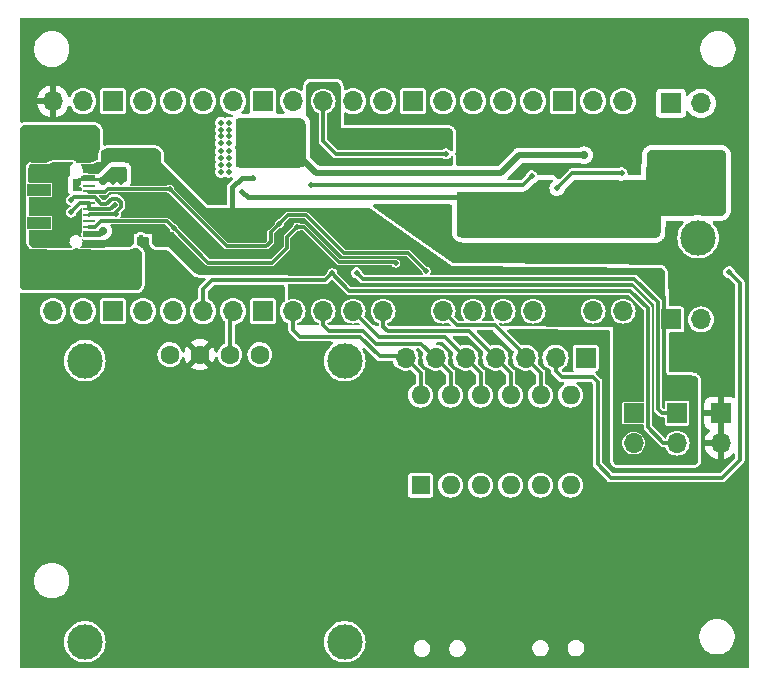
<source format=gbl>
%TF.GenerationSoftware,KiCad,Pcbnew,7.0.9-7.0.9~ubuntu22.04.1*%
%TF.CreationDate,2023-11-29T16:30:29+01:00*%
%TF.ProjectId,PD-LabSupply,50442d4c-6162-4537-9570-706c792e6b69,3.1*%
%TF.SameCoordinates,Original*%
%TF.FileFunction,Copper,L2,Bot*%
%TF.FilePolarity,Positive*%
%FSLAX46Y46*%
G04 Gerber Fmt 4.6, Leading zero omitted, Abs format (unit mm)*
G04 Created by KiCad (PCBNEW 7.0.9-7.0.9~ubuntu22.04.1) date 2023-11-29 16:30:29*
%MOMM*%
%LPD*%
G01*
G04 APERTURE LIST*
%TA.AperFunction,ComponentPad*%
%ADD10C,1.600000*%
%TD*%
%TA.AperFunction,WasherPad*%
%ADD11C,3.000000*%
%TD*%
%TA.AperFunction,ComponentPad*%
%ADD12O,1.700000X1.700000*%
%TD*%
%TA.AperFunction,ComponentPad*%
%ADD13R,1.700000X1.700000*%
%TD*%
%TA.AperFunction,ComponentPad*%
%ADD14O,1.600000X1.600000*%
%TD*%
%TA.AperFunction,ComponentPad*%
%ADD15R,1.600000X1.600000*%
%TD*%
%TA.AperFunction,ComponentPad*%
%ADD16C,0.500000*%
%TD*%
%TA.AperFunction,SMDPad,CuDef*%
%ADD17R,2.600000X2.600000*%
%TD*%
%TA.AperFunction,ComponentPad*%
%ADD18C,3.000000*%
%TD*%
%TA.AperFunction,ComponentPad*%
%ADD19R,3.000000X3.000000*%
%TD*%
%TA.AperFunction,ComponentPad*%
%ADD20O,2.300000X1.300000*%
%TD*%
%TA.AperFunction,ComponentPad*%
%ADD21O,2.600000X1.300000*%
%TD*%
%TA.AperFunction,SMDPad,CuDef*%
%ADD22R,1.000000X0.520000*%
%TD*%
%TA.AperFunction,SMDPad,CuDef*%
%ADD23R,1.000000X0.270000*%
%TD*%
%TA.AperFunction,SMDPad,CuDef*%
%ADD24R,2.000000X1.000000*%
%TD*%
%TA.AperFunction,ViaPad*%
%ADD25C,0.500000*%
%TD*%
%TA.AperFunction,ViaPad*%
%ADD26C,0.700000*%
%TD*%
%TA.AperFunction,Conductor*%
%ADD27C,0.300000*%
%TD*%
%TA.AperFunction,Conductor*%
%ADD28C,0.600000*%
%TD*%
%TA.AperFunction,Conductor*%
%ADD29C,0.500000*%
%TD*%
%TA.AperFunction,Conductor*%
%ADD30C,0.400000*%
%TD*%
%TA.AperFunction,Conductor*%
%ADD31C,0.301200*%
%TD*%
%TA.AperFunction,Conductor*%
%ADD32C,0.347200*%
%TD*%
G04 APERTURE END LIST*
D10*
X100622400Y-60884000D03*
X98082400Y-60884000D03*
X95542400Y-60884000D03*
X93002400Y-60884000D03*
D11*
X107812400Y-85184000D03*
X107812400Y-61384000D03*
X85812400Y-85184000D03*
X85812400Y-61384000D03*
D12*
X135940000Y-68371000D03*
D13*
X135940000Y-65831000D03*
D12*
X112953000Y-61137000D03*
X115493000Y-61137000D03*
X118033000Y-61137000D03*
X120573000Y-61137000D03*
X123113000Y-61137000D03*
X125653000Y-61137000D03*
D13*
X128193000Y-61137000D03*
D12*
X137965000Y-57900000D03*
D13*
X135425000Y-57900000D03*
D14*
X114223000Y-64312000D03*
X116763000Y-64312000D03*
X119303000Y-64312000D03*
X121843000Y-64312000D03*
X124383000Y-64312000D03*
X126923000Y-64312000D03*
X126923000Y-71932000D03*
X124383000Y-71932000D03*
X121843000Y-71932000D03*
X119303000Y-71932000D03*
X116763000Y-71932000D03*
D15*
X114223000Y-71932000D03*
D13*
X135425000Y-39600000D03*
D12*
X137965000Y-39600000D03*
D16*
X100432300Y-50991000D03*
X100432300Y-49941000D03*
X100432300Y-48891000D03*
X99382300Y-50991000D03*
D17*
X99382300Y-49941000D03*
D16*
X99382300Y-49941000D03*
X99382300Y-48891000D03*
X98332300Y-50991000D03*
X98332300Y-49941000D03*
X98332300Y-48891000D03*
D12*
X132257000Y-68371000D03*
D13*
X132257000Y-65831000D03*
D12*
X83108000Y-57200000D03*
X85648000Y-57200000D03*
D13*
X88188000Y-57200000D03*
D12*
X90728000Y-57200000D03*
X93268000Y-57200000D03*
X95808000Y-57200000D03*
X98348000Y-57200000D03*
D13*
X100888000Y-57200000D03*
D12*
X103428000Y-57200000D03*
X105968000Y-57200000D03*
X108508000Y-57200000D03*
X111048000Y-57200000D03*
D13*
X113588000Y-57200000D03*
D12*
X116128000Y-57200000D03*
X118668000Y-57200000D03*
X121208000Y-57200000D03*
X123748000Y-57200000D03*
D13*
X126288000Y-57200000D03*
D12*
X128828000Y-57200000D03*
X131368000Y-57200000D03*
X131368000Y-39420000D03*
X128828000Y-39420000D03*
D13*
X126288000Y-39420000D03*
D12*
X123748000Y-39420000D03*
X121208000Y-39420000D03*
X118668000Y-39420000D03*
X116128000Y-39420000D03*
D13*
X113588000Y-39420000D03*
D12*
X111048000Y-39420000D03*
X108508000Y-39420000D03*
X105968000Y-39420000D03*
X103428000Y-39420000D03*
D13*
X100888000Y-39420000D03*
D12*
X98348000Y-39420000D03*
X95808000Y-39420000D03*
X93268000Y-39420000D03*
X90728000Y-39420000D03*
D13*
X88188000Y-39420000D03*
D12*
X85648000Y-39420000D03*
X83108000Y-39420000D03*
X139623000Y-68371000D03*
D13*
X139623000Y-65831000D03*
D18*
X137718000Y-50977000D03*
D19*
X137718000Y-45897000D03*
D20*
X85781000Y-43990000D03*
D21*
X81956000Y-43990000D03*
D20*
X85781000Y-52630000D03*
D21*
X81956000Y-52630000D03*
D22*
X86156000Y-51410000D03*
X86156000Y-50660000D03*
D23*
X86156000Y-49560000D03*
X86156000Y-49060000D03*
X86156000Y-48060000D03*
X86156000Y-47060000D03*
D22*
X86156000Y-45960000D03*
X86156000Y-45210000D03*
X86156000Y-45210000D03*
X86156000Y-45960000D03*
D23*
X86156000Y-46560000D03*
X86156000Y-47560000D03*
X86156000Y-48560000D03*
X86156000Y-50060000D03*
D22*
X86156000Y-50660000D03*
X86156000Y-51410000D03*
D24*
X81956000Y-46910000D03*
X81956000Y-49710000D03*
D25*
X140348000Y-53899000D03*
X97332000Y-41833000D03*
X97332000Y-44246000D03*
X97967000Y-44808100D03*
X97967000Y-42395100D03*
X97967000Y-41833000D03*
X97967000Y-42976000D03*
X97332000Y-42976000D03*
X97332000Y-42395100D03*
X97332000Y-41252100D03*
X97332000Y-45389000D03*
X97967000Y-43665100D03*
X97332000Y-43665100D03*
X97967000Y-44246000D03*
X97967000Y-41252100D03*
X97332000Y-44808100D03*
X97967000Y-45389000D03*
X104825000Y-38023000D03*
X112038600Y-53821800D03*
D26*
X95935000Y-48868800D03*
X92226600Y-50621400D03*
X135889200Y-69798400D03*
D25*
X116382000Y-44564503D03*
X83260400Y-45617600D03*
D26*
X105079000Y-53136000D03*
X107804297Y-49379460D03*
X135914600Y-64362800D03*
X109965239Y-49407744D03*
D25*
X113994400Y-53857300D03*
X107111000Y-38023000D03*
X98500400Y-53644000D03*
X85267000Y-48970400D03*
X83260400Y-50926200D03*
X109778000Y-53771000D03*
X97281200Y-52221600D03*
X85241600Y-50062600D03*
D26*
X87934000Y-51358000D03*
X87603800Y-44068200D03*
D25*
X99999000Y-45897000D03*
X113080000Y-41069502D03*
X90550200Y-50977000D03*
X126965973Y-51866001D03*
X126161000Y-51866001D03*
X114731000Y-51104000D03*
X113715000Y-74599000D03*
X127854973Y-51866000D03*
X128616973Y-51866000D03*
X100354600Y-42580497D03*
X103047000Y-42580497D03*
D26*
X128066000Y-43992000D03*
D25*
X102386600Y-43240897D03*
X103047000Y-43230000D03*
X101015000Y-43230000D03*
X101015000Y-42580497D03*
X102386600Y-42580497D03*
X100354600Y-43240897D03*
X106730000Y-53999600D03*
X108812800Y-53948800D03*
X84632000Y-48818000D03*
X88315000Y-48183000D03*
X123621000Y-45770000D03*
X104952000Y-46532000D03*
X84632000Y-47802000D03*
X88442000Y-48945000D03*
X116382000Y-43865000D03*
X114705600Y-53796400D03*
X92989550Y-46863150D03*
X102259600Y-49783200D03*
X103775265Y-50055706D03*
X93332450Y-50150550D03*
X112108400Y-53129600D03*
X120827000Y-50342000D03*
X118287000Y-47548000D03*
X135482800Y-47268600D03*
X120827000Y-49692497D03*
X120166600Y-49692497D03*
X135457400Y-45871600D03*
X99132300Y-47065400D03*
X120827000Y-47406497D03*
X135457400Y-45211200D03*
X135457400Y-44576200D03*
X120166600Y-48066897D03*
X120166600Y-47406497D03*
X120827000Y-48056000D03*
X135457400Y-46582800D03*
X120166600Y-50352897D03*
X88188000Y-45643000D03*
X88823000Y-45643000D03*
D26*
X87299000Y-46151000D03*
X85145188Y-46330068D03*
D25*
X88823000Y-46223900D03*
X88188000Y-46223900D03*
D26*
X87358775Y-50401775D03*
D25*
X125780000Y-46786000D03*
X131241000Y-45516000D03*
D27*
X121843000Y-64185000D02*
X121843000Y-62407000D01*
X121843000Y-62407000D02*
X118336000Y-58900000D01*
X111048000Y-58508000D02*
X111048000Y-57200000D01*
X118336000Y-58900000D02*
X111440000Y-58900000D01*
X111440000Y-58900000D02*
X111048000Y-58508000D01*
X115493000Y-61137000D02*
X114293000Y-59937000D01*
X114293000Y-59937000D02*
X110445000Y-59937000D01*
X110445000Y-59937000D02*
X109360000Y-58852000D01*
X105968000Y-58381000D02*
X105968000Y-57200000D01*
X109360000Y-58852000D02*
X106439000Y-58852000D01*
X106439000Y-58852000D02*
X105968000Y-58381000D01*
X103428000Y-57200000D02*
X103428000Y-58762000D01*
X109106000Y-59360000D02*
X110756000Y-61010000D01*
X103428000Y-58762000D02*
X104026000Y-59360000D01*
X104026000Y-59360000D02*
X109106000Y-59360000D01*
X110756000Y-61010000D02*
X112826000Y-61010000D01*
X112826000Y-61010000D02*
X114223000Y-62407000D01*
X114223000Y-62407000D02*
X114223000Y-64185000D01*
X126161000Y-62788000D02*
X125653000Y-62280000D01*
X125653000Y-62280000D02*
X125653000Y-61010000D01*
X128828000Y-62788000D02*
X126161000Y-62788000D01*
X129209000Y-63169000D02*
X128828000Y-62788000D01*
X139750000Y-71297000D02*
X130352000Y-71297000D01*
X141274000Y-69773000D02*
X139750000Y-71297000D01*
X141274000Y-54825000D02*
X141274000Y-69773000D01*
X130352000Y-71297000D02*
X129209000Y-70154000D01*
X140348000Y-53899000D02*
X141274000Y-54825000D01*
X129209000Y-70154000D02*
X129209000Y-63169000D01*
D28*
X86156000Y-51410000D02*
X87882000Y-51410000D01*
X87603800Y-44068200D02*
X87603800Y-44423800D01*
X87882000Y-51410000D02*
X87934000Y-51358000D01*
D29*
X88315000Y-39547000D02*
X88188000Y-39420000D01*
D30*
X98282300Y-46713318D02*
X98282300Y-48796600D01*
X99098618Y-45897000D02*
X98282300Y-46713318D01*
X99999000Y-45897000D02*
X99098618Y-45897000D01*
D28*
X86817600Y-45210000D02*
X86156000Y-45210000D01*
D30*
X98282300Y-48796600D02*
X98354500Y-48868800D01*
D28*
X87603800Y-44423800D02*
X86817600Y-45210000D01*
D29*
X121067207Y-45527000D02*
X105344000Y-45527000D01*
X128066000Y-43992000D02*
X122602207Y-43992000D01*
X105344000Y-45527000D02*
X103047000Y-43230000D01*
X122602207Y-43992000D02*
X121067207Y-45527000D01*
D27*
X106730000Y-53999600D02*
X106145800Y-54583800D01*
X106730000Y-53999600D02*
X108203200Y-55472800D01*
X133458800Y-67037800D02*
X134792000Y-68371000D01*
X131977600Y-55472800D02*
X133458800Y-56954000D01*
X96570000Y-54583800D02*
X95808000Y-55345800D01*
X108203200Y-55472800D02*
X131977600Y-55472800D01*
X134792000Y-68371000D02*
X135940000Y-68371000D01*
X106145800Y-54583800D02*
X96570000Y-54583800D01*
X133458800Y-56954000D02*
X133458800Y-67037800D01*
X95808000Y-55345800D02*
X95808000Y-57200000D01*
X98094000Y-57454000D02*
X98348000Y-57200000D01*
X132333200Y-54456800D02*
X134314400Y-56438000D01*
X134314400Y-56438000D02*
X134314400Y-65475400D01*
X134314400Y-65475400D02*
X134670000Y-65831000D01*
X108812800Y-53948800D02*
X109320800Y-54456800D01*
X109320800Y-54456800D02*
X132333200Y-54456800D01*
X134670000Y-65831000D02*
X135940000Y-65831000D01*
X98094000Y-60756000D02*
X98094000Y-57454000D01*
D31*
X88315000Y-48183000D02*
X87964200Y-48533800D01*
X87964200Y-48533800D02*
X86156000Y-48533800D01*
X86156000Y-48060000D02*
X85390000Y-48060000D01*
X86156000Y-48060000D02*
X86156000Y-48533800D01*
X85390000Y-48060000D02*
X84632000Y-48818000D01*
D27*
X122859000Y-46532000D02*
X123621000Y-45770000D01*
X104952000Y-46532000D02*
X122859000Y-46532000D01*
D31*
X88442000Y-48945000D02*
X86271000Y-48945000D01*
X88442000Y-48799311D02*
X88840600Y-48400711D01*
X86156000Y-47560000D02*
X84874000Y-47560000D01*
X86271000Y-48945000D02*
X86156000Y-49060000D01*
X87208004Y-48122600D02*
X86645404Y-47560000D01*
X88442000Y-48945000D02*
X88442000Y-48799311D01*
X86645404Y-47560000D02*
X86156000Y-47560000D01*
X88097289Y-47657400D02*
X87632089Y-48122600D01*
X87632089Y-48122600D02*
X87208004Y-48122600D01*
X88840600Y-47946600D02*
X88551400Y-47657400D01*
X88840600Y-48400711D02*
X88840600Y-47946600D01*
X84874000Y-47560000D02*
X84632000Y-47802000D01*
X88551400Y-47657400D02*
X88097289Y-47657400D01*
D27*
X124383000Y-62407000D02*
X123113000Y-61137000D01*
X123113000Y-61010000D02*
X120503000Y-58400000D01*
X123113000Y-61137000D02*
X123113000Y-61010000D01*
X117328000Y-58400000D02*
X116128000Y-57200000D01*
X124383000Y-64185000D02*
X124383000Y-62407000D01*
X120503000Y-58400000D02*
X117328000Y-58400000D01*
X116296000Y-59400000D02*
X118033000Y-61137000D01*
X110708000Y-59400000D02*
X116296000Y-59400000D01*
X119303000Y-62407000D02*
X119303000Y-64185000D01*
X108508000Y-57200000D02*
X110708000Y-59400000D01*
X118033000Y-61137000D02*
X119303000Y-62407000D01*
X115493000Y-61010000D02*
X115493000Y-61137000D01*
X115493000Y-61137000D02*
X116763000Y-62407000D01*
X116763000Y-62407000D02*
X116763000Y-64185000D01*
X105968000Y-57504800D02*
X105968000Y-57200000D01*
X116382000Y-43865000D02*
X116341600Y-43905400D01*
X116341600Y-43905400D02*
X107075200Y-43905400D01*
X105968000Y-42798200D02*
X105968000Y-39420000D01*
X107075200Y-43905400D02*
X105968000Y-42798200D01*
X116255000Y-43865000D02*
X116382000Y-43865000D01*
D32*
X92973400Y-46847000D02*
X87746000Y-46847000D01*
X101523000Y-50519800D02*
X101523000Y-51332600D01*
D27*
X113181600Y-52272400D02*
X107746000Y-52272400D01*
X114705600Y-53796400D02*
X113181600Y-52272400D01*
X104545600Y-49072000D02*
X102970800Y-49072000D01*
D32*
X102259600Y-49783200D02*
X101523000Y-50519800D01*
X101523000Y-51332600D02*
X101167400Y-51688200D01*
X87524400Y-47068600D02*
X86156000Y-47068600D01*
D27*
X102970800Y-49072000D02*
X102259600Y-49783200D01*
D32*
X101167400Y-51688200D02*
X97801785Y-51688200D01*
X92989550Y-46875965D02*
X92989550Y-46863150D01*
X97801785Y-51688200D02*
X92989550Y-46875965D01*
X87746000Y-46847000D02*
X87524400Y-47068600D01*
X92989550Y-46863150D02*
X92973400Y-46847000D01*
D27*
X107746000Y-52272400D02*
X104545600Y-49072000D01*
X111987800Y-53009000D02*
X107314200Y-53009000D01*
D32*
X101650000Y-53085200D02*
X102920000Y-51815200D01*
D27*
X104360906Y-50055706D02*
X103775265Y-50055706D01*
D32*
X86701530Y-50036400D02*
X86179600Y-50036400D01*
X102920000Y-50910971D02*
X103775265Y-50055706D01*
X93332450Y-50150550D02*
X92761900Y-49580000D01*
X87157930Y-49580000D02*
X86701530Y-50036400D01*
X102920000Y-51815200D02*
X102920000Y-50910971D01*
X96267100Y-53085200D02*
X101650000Y-53085200D01*
X93332450Y-50150550D02*
X96267100Y-53085200D01*
D27*
X112108400Y-53129600D02*
X111987800Y-53009000D01*
X107314200Y-53009000D02*
X104360906Y-50055706D01*
D32*
X92761900Y-49580000D02*
X87157930Y-49580000D01*
D30*
X118287000Y-47548000D02*
X99614900Y-47548000D01*
X99614900Y-47548000D02*
X99132300Y-47065400D01*
D29*
X87358775Y-50401775D02*
X87100550Y-50660000D01*
X87100550Y-50660000D02*
X86156000Y-50660000D01*
D27*
X131241000Y-45516000D02*
X127050000Y-45516000D01*
X127050000Y-45516000D02*
X125780000Y-46786000D01*
%TA.AperFunction,Conductor*%
G36*
X86574490Y-41452538D02*
G01*
X86683364Y-41466871D01*
X86715131Y-41475383D01*
X86805075Y-41512639D01*
X86833560Y-41529085D01*
X86910793Y-41588349D01*
X86934050Y-41611606D01*
X86993314Y-41688839D01*
X87009761Y-41717326D01*
X87047015Y-41807265D01*
X87055528Y-41839036D01*
X87069860Y-41947900D01*
X87070400Y-41956132D01*
X87070400Y-43464741D01*
X87050398Y-43532862D01*
X87049165Y-43534742D01*
X87042916Y-43544095D01*
X87042912Y-43544102D01*
X87029791Y-43566826D01*
X87023838Y-43578896D01*
X86973672Y-43700007D01*
X86970761Y-43708581D01*
X86969346Y-43712751D01*
X86969346Y-43712750D01*
X86962555Y-43738097D01*
X86962556Y-43738096D01*
X86959931Y-43751293D01*
X86959931Y-43751294D01*
X86942629Y-43882717D01*
X86941971Y-43889402D01*
X86941320Y-43899315D01*
X86941100Y-43906043D01*
X86941100Y-44244700D01*
X86921098Y-44312821D01*
X86867442Y-44359314D01*
X86815100Y-44370700D01*
X86755489Y-44370700D01*
X86728243Y-44372514D01*
X86642566Y-44404506D01*
X86539561Y-44472253D01*
X86513418Y-44485382D01*
X86421380Y-44518881D01*
X86392916Y-44525628D01*
X86356168Y-44529924D01*
X86316383Y-44534574D01*
X86309070Y-44535000D01*
X85507073Y-44535000D01*
X85438267Y-44546862D01*
X85438255Y-44546865D01*
X85407335Y-44557855D01*
X85355604Y-44585061D01*
X85330333Y-44613902D01*
X85270395Y-44651954D01*
X85199400Y-44651560D01*
X85193376Y-44649589D01*
X85169054Y-44640945D01*
X85155509Y-44640019D01*
X85088913Y-44615414D01*
X85046191Y-44558710D01*
X85042202Y-44546162D01*
X85040215Y-44538558D01*
X85040214Y-44538554D01*
X85022896Y-44505289D01*
X84972710Y-44442761D01*
X84957789Y-44430241D01*
X84927184Y-44412571D01*
X84895987Y-44394559D01*
X84892008Y-44393111D01*
X84864488Y-44383094D01*
X84794201Y-44370700D01*
X83095161Y-44370700D01*
X83036224Y-44379333D01*
X83036221Y-44379333D01*
X83036220Y-44379334D01*
X83009298Y-44387394D01*
X83009295Y-44387395D01*
X82955309Y-44412568D01*
X82955305Y-44412571D01*
X82864561Y-44472253D01*
X82838418Y-44485382D01*
X82746380Y-44518881D01*
X82717916Y-44525628D01*
X82681168Y-44529924D01*
X82641383Y-44534574D01*
X82634070Y-44535000D01*
X81243684Y-44535000D01*
X81234800Y-44534371D01*
X81209790Y-44530813D01*
X81209759Y-44530810D01*
X81191997Y-44529924D01*
X81191989Y-44529924D01*
X81191988Y-44529924D01*
X81168570Y-44530239D01*
X81165967Y-44530275D01*
X81078630Y-44557411D01*
X81053213Y-44572155D01*
X81046194Y-44576227D01*
X81046191Y-44576229D01*
X81046189Y-44576231D01*
X80986018Y-44629216D01*
X80929906Y-44702652D01*
X80929905Y-44702653D01*
X80922428Y-44713897D01*
X80909342Y-44736684D01*
X80909337Y-44736693D01*
X80903402Y-44748803D01*
X80903398Y-44748813D01*
X80853437Y-44870328D01*
X80853438Y-44870327D01*
X80849142Y-44883098D01*
X80849142Y-44883100D01*
X80842410Y-44908520D01*
X80842411Y-44908519D01*
X80842410Y-44908522D01*
X80839822Y-44921751D01*
X80828678Y-45008541D01*
X80822902Y-45053525D01*
X80822262Y-45060251D01*
X80821646Y-45070191D01*
X80821450Y-45076912D01*
X80825589Y-46261386D01*
X80825590Y-46261389D01*
X80841370Y-46339647D01*
X80845824Y-46350348D01*
X80855500Y-46398768D01*
X80855501Y-47426087D01*
X80854346Y-47426087D01*
X80847076Y-47475694D01*
X80847279Y-47475755D01*
X80846864Y-47477139D01*
X80846585Y-47479045D01*
X80845503Y-47481680D01*
X80830131Y-47560391D01*
X80835379Y-49061382D01*
X80835380Y-49061389D01*
X80851164Y-49139662D01*
X80851804Y-49141753D01*
X80851876Y-49143190D01*
X80852381Y-49145693D01*
X80852006Y-49145768D01*
X80854423Y-49193769D01*
X80856107Y-49193935D01*
X80855500Y-49200100D01*
X80855500Y-50219902D01*
X80856693Y-50225898D01*
X80854376Y-50275203D01*
X80856478Y-50275614D01*
X80839922Y-50360389D01*
X80839922Y-50360391D01*
X80843250Y-51312059D01*
X80843355Y-51341970D01*
X80843598Y-51348686D01*
X80844283Y-51358608D01*
X80844968Y-51365325D01*
X80860157Y-51477500D01*
X80862782Y-51496880D01*
X80862782Y-51496881D01*
X80865460Y-51510081D01*
X80872362Y-51535442D01*
X80872362Y-51535444D01*
X80876738Y-51548173D01*
X80876738Y-51548172D01*
X80927469Y-51669258D01*
X80927469Y-51669257D01*
X80933469Y-51681299D01*
X80933470Y-51681301D01*
X80946708Y-51704008D01*
X80946708Y-51704009D01*
X80954241Y-51715177D01*
X80954240Y-51715176D01*
X81034609Y-51818965D01*
X81034609Y-51818964D01*
X81034612Y-51818968D01*
X81043545Y-51829062D01*
X81043549Y-51829066D01*
X81062210Y-51847556D01*
X81062211Y-51847557D01*
X81072377Y-51856387D01*
X81072382Y-51856391D01*
X81176898Y-51935800D01*
X81188139Y-51943231D01*
X81188138Y-51943231D01*
X81210954Y-51956253D01*
X81210955Y-51956253D01*
X81210960Y-51956256D01*
X81217308Y-51959347D01*
X81223074Y-51962155D01*
X81223073Y-51962154D01*
X81344606Y-52011763D01*
X81357388Y-52016027D01*
X81382811Y-52022694D01*
X81382816Y-52022695D01*
X81382814Y-52022695D01*
X81396043Y-52025251D01*
X81396044Y-52025251D01*
X81527749Y-52041853D01*
X81534486Y-52042477D01*
X81537795Y-52042674D01*
X81544412Y-52043069D01*
X81551117Y-52043250D01*
X84667697Y-52025492D01*
X84742457Y-52010952D01*
X84775623Y-51997764D01*
X84831316Y-51964621D01*
X84868661Y-51915621D01*
X84925863Y-51873568D01*
X84968873Y-51866000D01*
X85142105Y-51866000D01*
X85210226Y-51886002D01*
X85248408Y-51924356D01*
X85257862Y-51939213D01*
X85294092Y-51964610D01*
X85332754Y-51991711D01*
X85367476Y-52005861D01*
X85367477Y-52005861D01*
X85367479Y-52005862D01*
X85446206Y-52021056D01*
X89404875Y-51998500D01*
X89471781Y-51998119D01*
X89478483Y-51997862D01*
X89488324Y-51997163D01*
X89492217Y-51996757D01*
X89494989Y-51996470D01*
X89625862Y-51978545D01*
X89631273Y-51977440D01*
X89639008Y-51975862D01*
X89639007Y-51975862D01*
X89664238Y-51968971D01*
X89664239Y-51968970D01*
X89676893Y-51964610D01*
X89676896Y-51964608D01*
X89676901Y-51964607D01*
X89797351Y-51914111D01*
X89797357Y-51914108D01*
X89797356Y-51914109D01*
X89803267Y-51911163D01*
X89809348Y-51908134D01*
X89831945Y-51894974D01*
X89843066Y-51887486D01*
X89843069Y-51887484D01*
X89910746Y-51866029D01*
X89913442Y-51866000D01*
X90120651Y-51866000D01*
X90128899Y-51866542D01*
X90175713Y-51872717D01*
X90237986Y-51880932D01*
X90269808Y-51889477D01*
X90359908Y-51926883D01*
X90388431Y-51943392D01*
X90465741Y-52002878D01*
X90489005Y-52026216D01*
X90548246Y-52103719D01*
X90564663Y-52132296D01*
X90601776Y-52222508D01*
X90610222Y-52254367D01*
X90624263Y-52363499D01*
X90624779Y-52371750D01*
X90616611Y-54919476D01*
X90616047Y-54927690D01*
X90601425Y-55036290D01*
X90592845Y-55067975D01*
X90555449Y-55157647D01*
X90538975Y-55186040D01*
X90479688Y-55263006D01*
X90456438Y-55286181D01*
X90379281Y-55345221D01*
X90350837Y-55361602D01*
X90261050Y-55398709D01*
X90229338Y-55407188D01*
X90191095Y-55412212D01*
X90120680Y-55421463D01*
X90112479Y-55422000D01*
X80755933Y-55422000D01*
X80747701Y-55421460D01*
X80638837Y-55407128D01*
X80607065Y-55398615D01*
X80517126Y-55361361D01*
X80488639Y-55344914D01*
X80411406Y-55285650D01*
X80388148Y-55262392D01*
X80344537Y-55205557D01*
X80318937Y-55139337D01*
X80318500Y-55128853D01*
X80318500Y-41745146D01*
X80338502Y-41677025D01*
X80344537Y-41668442D01*
X80388151Y-41611603D01*
X80411403Y-41588351D01*
X80488643Y-41529082D01*
X80517121Y-41512640D01*
X80607070Y-41475382D01*
X80638833Y-41466872D01*
X80747709Y-41452538D01*
X80755933Y-41452000D01*
X86566267Y-41452000D01*
X86574490Y-41452538D01*
G37*
%TD.AperFunction*%
%TA.AperFunction,Conductor*%
G36*
X89274039Y-45027685D02*
G01*
X89319794Y-45080489D01*
X89331000Y-45132000D01*
X89331000Y-46148900D01*
X89311315Y-46215939D01*
X89258511Y-46261694D01*
X89207000Y-46272900D01*
X87787696Y-46272900D01*
X87779597Y-46272369D01*
X87746000Y-46267946D01*
X87708371Y-46272900D01*
X87596130Y-46287677D01*
X87596129Y-46287677D01*
X87456472Y-46345525D01*
X87349606Y-46427525D01*
X87284437Y-46452718D01*
X87215992Y-46438679D01*
X87166003Y-46389865D01*
X87150341Y-46321773D01*
X87150832Y-46315890D01*
X87155999Y-46267839D01*
X87156000Y-46267827D01*
X87156000Y-46210000D01*
X85238433Y-46210000D01*
X85171394Y-46190315D01*
X85171305Y-46190213D01*
X85166005Y-46199993D01*
X85165734Y-46200265D01*
X85156000Y-46209999D01*
X85156000Y-46267844D01*
X85162401Y-46327372D01*
X85162403Y-46327379D01*
X85212645Y-46462086D01*
X85212649Y-46462093D01*
X85298809Y-46577187D01*
X85298812Y-46577190D01*
X85413906Y-46663350D01*
X85413913Y-46663354D01*
X85504059Y-46696976D01*
X85559992Y-46738847D01*
X85584410Y-46804311D01*
X85569559Y-46872584D01*
X85563833Y-46882042D01*
X85561332Y-46885785D01*
X85561329Y-46885792D01*
X85556695Y-46909091D01*
X85524310Y-46971002D01*
X85463595Y-47005576D01*
X85435078Y-47008900D01*
X84883402Y-47008900D01*
X84881382Y-47008831D01*
X84878720Y-47008739D01*
X84812400Y-46986752D01*
X84768495Y-46932400D01*
X84759000Y-46884813D01*
X84759000Y-46089348D01*
X84778685Y-46022309D01*
X84831489Y-45976554D01*
X84900647Y-45966610D01*
X84924521Y-45972506D01*
X84942944Y-45979054D01*
X85086515Y-45988874D01*
X85142539Y-46009572D01*
X85144720Y-46004797D01*
X85203498Y-45967023D01*
X85213196Y-45964595D01*
X85242085Y-45958592D01*
X85376447Y-45888971D01*
X85452405Y-45818031D01*
X85487042Y-45785682D01*
X85487042Y-45785681D01*
X85487044Y-45785680D01*
X85496840Y-45769571D01*
X85548489Y-45722520D01*
X85602787Y-45710000D01*
X85609232Y-45710000D01*
X85676271Y-45729685D01*
X85681887Y-45733937D01*
X85681898Y-45733922D01*
X85828068Y-45834817D01*
X85828069Y-45834817D01*
X85828070Y-45834818D01*
X85844656Y-45841108D01*
X85956949Y-45883695D01*
X85987128Y-45895140D01*
X86063028Y-45904356D01*
X86113626Y-45910500D01*
X86113628Y-45910500D01*
X86794552Y-45910500D01*
X86798297Y-45910613D01*
X86805642Y-45911057D01*
X86860206Y-45914358D01*
X86897914Y-45907447D01*
X86921221Y-45903177D01*
X86924925Y-45902613D01*
X86942770Y-45900446D01*
X86986472Y-45895140D01*
X86995935Y-45891550D01*
X87017561Y-45885522D01*
X87018493Y-45885351D01*
X87027532Y-45883695D01*
X87084112Y-45858229D01*
X87087542Y-45856809D01*
X87145530Y-45834818D01*
X87153866Y-45829062D01*
X87173421Y-45818034D01*
X87182657Y-45813878D01*
X87231496Y-45775613D01*
X87234476Y-45773421D01*
X87285529Y-45738183D01*
X87326665Y-45691748D01*
X87329199Y-45689056D01*
X87973937Y-45044319D01*
X88035260Y-45010834D01*
X88061618Y-45008000D01*
X89207000Y-45008000D01*
X89274039Y-45027685D01*
G37*
%TD.AperFunction*%
%TA.AperFunction,Conductor*%
G36*
X139607656Y-43509943D02*
G01*
X139673553Y-43518642D01*
X139716829Y-43524356D01*
X139748680Y-43532916D01*
X139838834Y-43570379D01*
X139867374Y-43586914D01*
X139944718Y-43646493D01*
X139967990Y-43669870D01*
X140027214Y-43747473D01*
X140043622Y-43776089D01*
X140080678Y-43866412D01*
X140089096Y-43898307D01*
X140103018Y-44007539D01*
X140103523Y-44015797D01*
X140082675Y-48644018D01*
X140082098Y-48652247D01*
X140067274Y-48761058D01*
X140058616Y-48792793D01*
X140020954Y-48882564D01*
X140004377Y-48910977D01*
X139944758Y-48987946D01*
X139921394Y-49011099D01*
X139843887Y-49070013D01*
X139815322Y-49086331D01*
X139725204Y-49123175D01*
X139693393Y-49131542D01*
X139594127Y-49144146D01*
X139584462Y-49145374D01*
X139576228Y-49145875D01*
X139109834Y-49143726D01*
X138225608Y-49139652D01*
X138199407Y-49136774D01*
X138041915Y-49102515D01*
X137989160Y-49091039D01*
X137989157Y-49091038D01*
X137989159Y-49091038D01*
X137718000Y-49071645D01*
X137446841Y-49091038D01*
X137257676Y-49132188D01*
X137230316Y-49135065D01*
X136374038Y-49131119D01*
X135064165Y-49125083D01*
X135064160Y-49125083D01*
X134568605Y-49122800D01*
X134561909Y-49618316D01*
X134561908Y-49618324D01*
X134561908Y-49618329D01*
X134549935Y-50504321D01*
X134549294Y-50512482D01*
X134533720Y-50620341D01*
X134524909Y-50651773D01*
X134487001Y-50740638D01*
X134470413Y-50768749D01*
X134410952Y-50844893D01*
X134387698Y-50867800D01*
X134331295Y-50910502D01*
X134310673Y-50926114D01*
X134282315Y-50942280D01*
X134192887Y-50978854D01*
X134161328Y-50987192D01*
X134101148Y-50994963D01*
X134053257Y-51001148D01*
X134045092Y-51001666D01*
X122698266Y-50984980D01*
X118277693Y-50978479D01*
X117774599Y-50977740D01*
X117766376Y-50977189D01*
X117657630Y-50962724D01*
X117625900Y-50954180D01*
X117558354Y-50926114D01*
X117536086Y-50916861D01*
X117507645Y-50900403D01*
X117430532Y-50841128D01*
X117407311Y-50817873D01*
X117348148Y-50740672D01*
X117331732Y-50712206D01*
X117294544Y-50622334D01*
X117286049Y-50590597D01*
X117271742Y-50481822D01*
X117271205Y-50473605D01*
X117271205Y-47208500D01*
X117291207Y-47140379D01*
X117344863Y-47093886D01*
X117397205Y-47082500D01*
X122849603Y-47082500D01*
X122915826Y-47084762D01*
X122941730Y-47078448D01*
X122958772Y-47074296D01*
X122965116Y-47073090D01*
X122970444Y-47072357D01*
X123008920Y-47067070D01*
X123025225Y-47059986D01*
X123045590Y-47053138D01*
X123062852Y-47048933D01*
X123101402Y-47027256D01*
X123107167Y-47024394D01*
X123147720Y-47006780D01*
X123161506Y-46995563D01*
X123179264Y-46983477D01*
X123194759Y-46974766D01*
X123226033Y-46943490D01*
X123230805Y-46939184D01*
X123265108Y-46911278D01*
X123275360Y-46896752D01*
X123289197Y-46880326D01*
X123740228Y-46429295D01*
X123799169Y-46396053D01*
X123853365Y-46382696D01*
X123993240Y-46309283D01*
X124111483Y-46204530D01*
X124180996Y-46103823D01*
X124236155Y-46059124D01*
X124284692Y-46049400D01*
X125298250Y-46049400D01*
X125366371Y-46069402D01*
X125412864Y-46123058D01*
X125422968Y-46193332D01*
X125393474Y-46257912D01*
X125381803Y-46269713D01*
X125289518Y-46351468D01*
X125289516Y-46351470D01*
X125199783Y-46481470D01*
X125199782Y-46481473D01*
X125143761Y-46629184D01*
X125124722Y-46785996D01*
X125124722Y-46786003D01*
X125143761Y-46942815D01*
X125168021Y-47006781D01*
X125199780Y-47090523D01*
X125199781Y-47090524D01*
X125199782Y-47090526D01*
X125199783Y-47090529D01*
X125281213Y-47208500D01*
X125289517Y-47220530D01*
X125407760Y-47325283D01*
X125547635Y-47398696D01*
X125547636Y-47398696D01*
X125547638Y-47398697D01*
X125624325Y-47417598D01*
X125701015Y-47436500D01*
X125701017Y-47436500D01*
X125858983Y-47436500D01*
X125858985Y-47436500D01*
X126012365Y-47398696D01*
X126152240Y-47325283D01*
X126270483Y-47220530D01*
X126360220Y-47090523D01*
X126415524Y-46944695D01*
X126444237Y-46900286D01*
X127241121Y-46103402D01*
X127303431Y-46069379D01*
X127330214Y-46066500D01*
X130859075Y-46066500D01*
X130917630Y-46080933D01*
X130961244Y-46103823D01*
X131008635Y-46128696D01*
X131008636Y-46128696D01*
X131008638Y-46128697D01*
X131085325Y-46147598D01*
X131162015Y-46166500D01*
X131162017Y-46166500D01*
X131319983Y-46166500D01*
X131319985Y-46166500D01*
X131473365Y-46128696D01*
X131564369Y-46080933D01*
X131596951Y-46063833D01*
X131655506Y-46049400D01*
X132833901Y-46049400D01*
X132833905Y-46049400D01*
X133324005Y-46049400D01*
X133364809Y-44009184D01*
X133366710Y-43989762D01*
X133385806Y-43881804D01*
X133388478Y-43866697D01*
X133401094Y-43829884D01*
X133454765Y-43728096D01*
X133478016Y-43696888D01*
X133560193Y-43616339D01*
X133591856Y-43593719D01*
X133694697Y-43542094D01*
X133731757Y-43530215D01*
X133855234Y-43510912D01*
X133874696Y-43509400D01*
X139599401Y-43509400D01*
X139607656Y-43509943D01*
G37*
%TD.AperFunction*%
%TA.AperFunction,Conductor*%
G36*
X106970631Y-37769530D02*
G01*
X107062479Y-37781622D01*
X107079823Y-37783906D01*
X107111091Y-37792284D01*
X107201518Y-37829740D01*
X107229552Y-37845925D01*
X107307202Y-37905509D01*
X107330091Y-37928398D01*
X107389674Y-38006048D01*
X107405859Y-38034081D01*
X107443315Y-38124508D01*
X107451693Y-38155775D01*
X107466069Y-38264964D01*
X107466600Y-38273065D01*
X107466600Y-39272950D01*
X107466301Y-39279031D01*
X107452417Y-39419999D01*
X107466301Y-39560967D01*
X107466600Y-39567048D01*
X107466600Y-41655200D01*
X116487533Y-41655200D01*
X116495631Y-41655730D01*
X116587479Y-41667822D01*
X116604823Y-41670106D01*
X116636091Y-41678484D01*
X116726518Y-41715940D01*
X116754552Y-41732125D01*
X116832202Y-41791709D01*
X116855091Y-41814598D01*
X116914674Y-41892248D01*
X116930859Y-41920281D01*
X116968315Y-42010708D01*
X116976693Y-42041975D01*
X116991069Y-42151164D01*
X116991600Y-42159265D01*
X116991600Y-43549411D01*
X116971915Y-43616450D01*
X116919111Y-43662205D01*
X116849953Y-43672149D01*
X116786397Y-43643124D01*
X116771006Y-43625363D01*
X116770689Y-43625639D01*
X116680049Y-43521033D01*
X116660253Y-43508311D01*
X116571069Y-43450996D01*
X116571065Y-43450994D01*
X116571064Y-43450994D01*
X116446774Y-43414500D01*
X116446772Y-43414500D01*
X116317228Y-43414500D01*
X116317226Y-43414500D01*
X116192935Y-43450994D01*
X116192932Y-43450995D01*
X116192931Y-43450996D01*
X116113600Y-43501978D01*
X116083946Y-43521036D01*
X116079820Y-43524612D01*
X116016265Y-43553638D01*
X115998617Y-43554900D01*
X107271744Y-43554900D01*
X107204705Y-43535215D01*
X107184063Y-43518581D01*
X106354819Y-42689337D01*
X106321334Y-42628014D01*
X106318500Y-42601656D01*
X106318500Y-40498126D01*
X106338185Y-40431087D01*
X106384044Y-40388769D01*
X106554450Y-40297685D01*
X106714410Y-40166410D01*
X106845685Y-40006450D01*
X106943232Y-39823954D01*
X107003300Y-39625934D01*
X107023583Y-39420000D01*
X107003300Y-39214066D01*
X106943232Y-39016046D01*
X106845685Y-38833550D01*
X106793702Y-38770209D01*
X106714410Y-38673589D01*
X106554452Y-38542317D01*
X106554453Y-38542317D01*
X106554450Y-38542315D01*
X106371954Y-38444768D01*
X106173934Y-38384700D01*
X106173932Y-38384699D01*
X106173934Y-38384699D01*
X105968000Y-38364417D01*
X105762067Y-38384699D01*
X105564043Y-38444769D01*
X105453898Y-38503643D01*
X105381550Y-38542315D01*
X105381548Y-38542316D01*
X105381547Y-38542317D01*
X105221589Y-38673589D01*
X105090317Y-38833547D01*
X104992769Y-39016043D01*
X104932699Y-39214067D01*
X104912417Y-39420000D01*
X104932699Y-39625932D01*
X104932700Y-39625934D01*
X104992768Y-39823954D01*
X105090315Y-40006450D01*
X105090317Y-40006452D01*
X105221589Y-40166410D01*
X105318209Y-40245702D01*
X105381550Y-40297685D01*
X105551955Y-40388769D01*
X105601798Y-40437731D01*
X105617500Y-40498126D01*
X105617500Y-42748988D01*
X105614861Y-42774432D01*
X105612957Y-42783511D01*
X105612957Y-42783517D01*
X105617023Y-42816137D01*
X105617500Y-42823814D01*
X105617500Y-42827238D01*
X105621087Y-42848741D01*
X105627427Y-42899593D01*
X105629520Y-42906626D01*
X105631908Y-42913581D01*
X105656295Y-42958644D01*
X105678801Y-43004683D01*
X105683065Y-43010655D01*
X105687580Y-43016456D01*
X105725275Y-43051158D01*
X106792562Y-44118444D01*
X106808686Y-44138299D01*
X106813763Y-44146069D01*
X106839708Y-44166262D01*
X106845460Y-44171342D01*
X106847893Y-44173775D01*
X106865634Y-44186441D01*
X106906074Y-44217917D01*
X106906076Y-44217917D01*
X106912448Y-44221366D01*
X106912505Y-44221394D01*
X106912578Y-44221433D01*
X106919129Y-44224635D01*
X106919134Y-44224639D01*
X106968233Y-44239256D01*
X107016712Y-44255900D01*
X107016720Y-44255900D01*
X107023905Y-44257099D01*
X107023938Y-44257104D01*
X107023992Y-44257113D01*
X107031246Y-44258017D01*
X107082431Y-44255900D01*
X116120570Y-44255900D01*
X116187609Y-44275584D01*
X116192931Y-44279004D01*
X116317225Y-44315499D01*
X116317227Y-44315500D01*
X116317228Y-44315500D01*
X116446773Y-44315500D01*
X116446773Y-44315499D01*
X116571069Y-44279004D01*
X116680049Y-44208967D01*
X116764882Y-44111063D01*
X116764882Y-44111062D01*
X116770689Y-44104361D01*
X116772288Y-44105747D01*
X116816085Y-44067795D01*
X116885243Y-44057850D01*
X116948800Y-44086872D01*
X116986576Y-44145649D01*
X116991600Y-44180588D01*
X116991600Y-44529334D01*
X116991069Y-44537435D01*
X116976693Y-44646624D01*
X116968315Y-44677891D01*
X116930859Y-44768318D01*
X116914676Y-44796349D01*
X116903779Y-44810550D01*
X116890400Y-44827985D01*
X116833976Y-44869188D01*
X116792025Y-44876500D01*
X105664808Y-44876500D01*
X105597769Y-44856815D01*
X105577127Y-44840181D01*
X104936619Y-44199673D01*
X104903134Y-44138350D01*
X104900300Y-44111992D01*
X104900300Y-41365230D01*
X104899866Y-41351964D01*
X104898467Y-41330619D01*
X104897166Y-41317412D01*
X104897166Y-41317411D01*
X104880191Y-41188483D01*
X104875011Y-41162445D01*
X104859762Y-41105534D01*
X104851228Y-41080394D01*
X104851225Y-41080387D01*
X104803614Y-40965444D01*
X104791872Y-40941632D01*
X104791871Y-40941631D01*
X104791869Y-40941626D01*
X104762409Y-40890601D01*
X104747660Y-40868526D01*
X104671915Y-40769814D01*
X104671912Y-40769811D01*
X104671914Y-40769812D01*
X104654408Y-40749852D01*
X104654406Y-40749850D01*
X104612749Y-40708191D01*
X104592801Y-40690698D01*
X104592797Y-40690695D01*
X104592788Y-40690687D01*
X104543312Y-40652722D01*
X104502110Y-40596295D01*
X104494800Y-40554348D01*
X104494800Y-38273066D01*
X104495331Y-38264964D01*
X104509706Y-38155776D01*
X104518084Y-38124508D01*
X104555540Y-38034081D01*
X104571723Y-38006050D01*
X104631313Y-37928392D01*
X104654192Y-37905513D01*
X104731850Y-37845923D01*
X104759879Y-37829740D01*
X104850309Y-37792283D01*
X104881575Y-37783906D01*
X104990767Y-37769530D01*
X104998867Y-37769000D01*
X106962533Y-37769000D01*
X106970631Y-37769530D01*
G37*
%TD.AperFunction*%
%TA.AperFunction,Conductor*%
G36*
X139877000Y-67937325D02*
G01*
X139765315Y-67886320D01*
X139658763Y-67871000D01*
X139587237Y-67871000D01*
X139480685Y-67886320D01*
X139369000Y-67937325D01*
X139369000Y-66264674D01*
X139480685Y-66315680D01*
X139587237Y-66331000D01*
X139658763Y-66331000D01*
X139765315Y-66315680D01*
X139877000Y-66264674D01*
X139877000Y-67937325D01*
G37*
%TD.AperFunction*%
%TA.AperFunction,Conductor*%
G36*
X141959621Y-32370502D02*
G01*
X142006114Y-32424158D01*
X142017500Y-32476500D01*
X142017500Y-87271500D01*
X141997498Y-87339621D01*
X141943842Y-87386114D01*
X141891500Y-87397500D01*
X80444500Y-87397500D01*
X80376379Y-87377498D01*
X80329886Y-87323842D01*
X80318500Y-87271500D01*
X80318500Y-85184000D01*
X84056992Y-85184000D01*
X84076598Y-85445633D01*
X84134980Y-85701417D01*
X84134981Y-85701419D01*
X84230830Y-85945639D01*
X84230833Y-85945647D01*
X84362011Y-86172853D01*
X84362013Y-86172856D01*
X84362014Y-86172857D01*
X84525595Y-86377981D01*
X84717921Y-86556433D01*
X84717927Y-86556437D01*
X84934686Y-86704222D01*
X84934693Y-86704226D01*
X84934696Y-86704228D01*
X85070970Y-86769854D01*
X85171072Y-86818061D01*
X85171085Y-86818066D01*
X85421780Y-86895395D01*
X85421783Y-86895395D01*
X85421785Y-86895396D01*
X85681218Y-86934500D01*
X85681223Y-86934500D01*
X85943577Y-86934500D01*
X85943582Y-86934500D01*
X86203015Y-86895396D01*
X86203017Y-86895395D01*
X86203019Y-86895395D01*
X86453714Y-86818066D01*
X86453716Y-86818064D01*
X86453723Y-86818063D01*
X86690104Y-86704228D01*
X86906879Y-86556433D01*
X87099205Y-86377981D01*
X87262786Y-86172857D01*
X87393968Y-85945643D01*
X87489820Y-85701416D01*
X87548202Y-85445630D01*
X87567808Y-85184000D01*
X106056992Y-85184000D01*
X106076598Y-85445633D01*
X106134980Y-85701417D01*
X106134981Y-85701419D01*
X106230830Y-85945639D01*
X106230833Y-85945647D01*
X106362011Y-86172853D01*
X106362013Y-86172856D01*
X106362014Y-86172857D01*
X106525595Y-86377981D01*
X106717921Y-86556433D01*
X106717927Y-86556437D01*
X106934686Y-86704222D01*
X106934693Y-86704226D01*
X106934696Y-86704228D01*
X107070970Y-86769854D01*
X107171072Y-86818061D01*
X107171085Y-86818066D01*
X107421780Y-86895395D01*
X107421783Y-86895395D01*
X107421785Y-86895396D01*
X107681218Y-86934500D01*
X107681223Y-86934500D01*
X107943577Y-86934500D01*
X107943582Y-86934500D01*
X108203015Y-86895396D01*
X108203017Y-86895395D01*
X108203019Y-86895395D01*
X108453714Y-86818066D01*
X108453716Y-86818064D01*
X108453723Y-86818063D01*
X108690104Y-86704228D01*
X108906879Y-86556433D01*
X109099205Y-86377981D01*
X109262786Y-86172857D01*
X109393968Y-85945643D01*
X109434229Y-85843059D01*
X113636500Y-85843059D01*
X113677208Y-86008221D01*
X113677210Y-86008225D01*
X113756265Y-86158851D01*
X113756270Y-86158857D01*
X113869069Y-86286181D01*
X113869071Y-86286183D01*
X114009070Y-86382818D01*
X114009074Y-86382820D01*
X114081113Y-86410140D01*
X114168128Y-86443140D01*
X114294628Y-86458500D01*
X114294632Y-86458500D01*
X114379368Y-86458500D01*
X114379372Y-86458500D01*
X114505872Y-86443140D01*
X114664930Y-86382818D01*
X114804929Y-86286183D01*
X114917734Y-86158852D01*
X114996790Y-86008225D01*
X115037499Y-85843059D01*
X116636500Y-85843059D01*
X116677208Y-86008221D01*
X116677210Y-86008225D01*
X116756265Y-86158851D01*
X116756270Y-86158857D01*
X116869069Y-86286181D01*
X116869071Y-86286183D01*
X117009070Y-86382818D01*
X117009074Y-86382820D01*
X117081113Y-86410140D01*
X117168128Y-86443140D01*
X117294628Y-86458500D01*
X117294632Y-86458500D01*
X117379368Y-86458500D01*
X117379372Y-86458500D01*
X117505872Y-86443140D01*
X117664930Y-86382818D01*
X117804929Y-86286183D01*
X117917734Y-86158852D01*
X117996790Y-86008225D01*
X118037500Y-85843056D01*
X118037500Y-85810059D01*
X123669500Y-85810059D01*
X123710208Y-85975221D01*
X123710210Y-85975225D01*
X123789265Y-86125851D01*
X123789270Y-86125857D01*
X123902069Y-86253181D01*
X123902071Y-86253183D01*
X124042070Y-86349818D01*
X124042074Y-86349820D01*
X124129085Y-86382818D01*
X124201128Y-86410140D01*
X124327628Y-86425500D01*
X124327632Y-86425500D01*
X124412368Y-86425500D01*
X124412372Y-86425500D01*
X124538872Y-86410140D01*
X124697930Y-86349818D01*
X124837929Y-86253183D01*
X124950734Y-86125852D01*
X125029790Y-85975225D01*
X125070499Y-85810059D01*
X126669500Y-85810059D01*
X126710208Y-85975221D01*
X126710210Y-85975225D01*
X126789265Y-86125851D01*
X126789270Y-86125857D01*
X126902069Y-86253181D01*
X126902071Y-86253183D01*
X127042070Y-86349818D01*
X127042074Y-86349820D01*
X127129085Y-86382818D01*
X127201128Y-86410140D01*
X127327628Y-86425500D01*
X127327632Y-86425500D01*
X127412368Y-86425500D01*
X127412372Y-86425500D01*
X127538872Y-86410140D01*
X127697930Y-86349818D01*
X127837929Y-86253183D01*
X127950734Y-86125852D01*
X128029790Y-85975225D01*
X128070500Y-85810056D01*
X128070500Y-85639944D01*
X128056590Y-85583508D01*
X128029791Y-85474778D01*
X128029790Y-85474776D01*
X128029790Y-85474775D01*
X127950734Y-85324148D01*
X127867164Y-85229817D01*
X127837930Y-85196818D01*
X127837928Y-85196816D01*
X127697929Y-85100181D01*
X127697925Y-85100179D01*
X127538870Y-85039859D01*
X127412378Y-85024500D01*
X127412372Y-85024500D01*
X127327628Y-85024500D01*
X127327621Y-85024500D01*
X127201129Y-85039859D01*
X127042074Y-85100179D01*
X127042070Y-85100181D01*
X126902071Y-85196816D01*
X126902069Y-85196818D01*
X126789270Y-85324142D01*
X126789265Y-85324148D01*
X126710210Y-85474774D01*
X126710208Y-85474778D01*
X126669500Y-85639940D01*
X126669500Y-85810059D01*
X125070499Y-85810059D01*
X125070500Y-85810056D01*
X125070500Y-85639944D01*
X125056590Y-85583508D01*
X125029791Y-85474778D01*
X125029790Y-85474776D01*
X125029790Y-85474775D01*
X124950734Y-85324148D01*
X124867164Y-85229817D01*
X124837930Y-85196818D01*
X124837928Y-85196816D01*
X124697929Y-85100181D01*
X124697925Y-85100179D01*
X124538870Y-85039859D01*
X124412378Y-85024500D01*
X124412372Y-85024500D01*
X124327628Y-85024500D01*
X124327621Y-85024500D01*
X124201129Y-85039859D01*
X124042074Y-85100179D01*
X124042070Y-85100181D01*
X123902071Y-85196816D01*
X123902069Y-85196818D01*
X123789270Y-85324142D01*
X123789265Y-85324148D01*
X123710210Y-85474774D01*
X123710208Y-85474778D01*
X123669500Y-85639940D01*
X123669500Y-85810059D01*
X118037500Y-85810059D01*
X118037500Y-85672944D01*
X117996790Y-85507775D01*
X117917734Y-85357148D01*
X117888493Y-85324142D01*
X117804930Y-85229818D01*
X117804928Y-85229816D01*
X117664929Y-85133181D01*
X117664925Y-85133179D01*
X117505870Y-85072859D01*
X117379378Y-85057500D01*
X117379372Y-85057500D01*
X117294628Y-85057500D01*
X117294621Y-85057500D01*
X117168129Y-85072859D01*
X117009074Y-85133179D01*
X117009070Y-85133181D01*
X116869071Y-85229816D01*
X116869069Y-85229818D01*
X116756270Y-85357142D01*
X116756265Y-85357148D01*
X116677210Y-85507774D01*
X116677208Y-85507778D01*
X116636500Y-85672940D01*
X116636500Y-85843059D01*
X115037499Y-85843059D01*
X115037500Y-85843056D01*
X115037500Y-85672944D01*
X114996790Y-85507775D01*
X114917734Y-85357148D01*
X114888493Y-85324142D01*
X114804930Y-85229818D01*
X114804928Y-85229816D01*
X114664929Y-85133181D01*
X114664925Y-85133179D01*
X114505870Y-85072859D01*
X114379378Y-85057500D01*
X114379372Y-85057500D01*
X114294628Y-85057500D01*
X114294621Y-85057500D01*
X114168129Y-85072859D01*
X114009074Y-85133179D01*
X114009070Y-85133181D01*
X113869071Y-85229816D01*
X113869069Y-85229818D01*
X113756270Y-85357142D01*
X113756265Y-85357148D01*
X113677210Y-85507774D01*
X113677208Y-85507778D01*
X113636500Y-85672940D01*
X113636500Y-85843059D01*
X109434229Y-85843059D01*
X109489820Y-85701416D01*
X109548202Y-85445630D01*
X109567808Y-85184000D01*
X109548202Y-84922370D01*
X109539521Y-84884335D01*
X137831500Y-84884335D01*
X137862959Y-85072860D01*
X137872428Y-85129609D01*
X137872430Y-85129618D01*
X137953170Y-85364807D01*
X137953171Y-85364809D01*
X138071525Y-85583508D01*
X138071526Y-85583509D01*
X138224267Y-85779750D01*
X138407214Y-85948164D01*
X138615393Y-86084173D01*
X138615392Y-86084173D01*
X138761411Y-86148222D01*
X138843119Y-86184063D01*
X138843120Y-86184063D01*
X138843122Y-86184064D01*
X139084171Y-86245106D01*
X139084179Y-86245108D01*
X139249446Y-86258802D01*
X139269931Y-86260500D01*
X139269933Y-86260500D01*
X139394069Y-86260500D01*
X139413483Y-86258891D01*
X139579821Y-86245108D01*
X139820881Y-86184063D01*
X140048607Y-86084173D01*
X140256785Y-85948164D01*
X140370966Y-85843053D01*
X140439732Y-85779750D01*
X140439733Y-85779748D01*
X140439738Y-85779744D01*
X140592474Y-85583509D01*
X140710828Y-85364810D01*
X140791571Y-85129614D01*
X140832500Y-84884335D01*
X140832500Y-84635665D01*
X140791571Y-84390386D01*
X140710828Y-84155190D01*
X140592474Y-83936491D01*
X140439738Y-83740256D01*
X140439736Y-83740254D01*
X140439732Y-83740249D01*
X140256785Y-83571835D01*
X140048606Y-83435826D01*
X140048607Y-83435826D01*
X139820884Y-83335938D01*
X139820877Y-83335935D01*
X139579828Y-83274893D01*
X139579823Y-83274892D01*
X139579821Y-83274892D01*
X139446630Y-83263855D01*
X139394069Y-83259500D01*
X139394067Y-83259500D01*
X139269933Y-83259500D01*
X139269931Y-83259500D01*
X139208707Y-83264573D01*
X139084179Y-83274892D01*
X139084177Y-83274892D01*
X139084171Y-83274893D01*
X138843122Y-83335935D01*
X138843115Y-83335938D01*
X138615393Y-83435826D01*
X138407214Y-83571835D01*
X138224267Y-83740249D01*
X138071526Y-83936490D01*
X138071525Y-83936491D01*
X137953171Y-84155190D01*
X137953170Y-84155192D01*
X137872430Y-84390381D01*
X137872428Y-84390390D01*
X137858818Y-84471953D01*
X137831500Y-84635665D01*
X137831500Y-84884335D01*
X109539521Y-84884335D01*
X109489820Y-84666584D01*
X109393968Y-84422357D01*
X109393967Y-84422356D01*
X109393966Y-84422352D01*
X109262788Y-84195146D01*
X109230924Y-84155190D01*
X109099205Y-83990019D01*
X108906879Y-83811567D01*
X108906872Y-83811562D01*
X108690113Y-83663777D01*
X108690106Y-83663773D01*
X108453727Y-83549938D01*
X108453714Y-83549933D01*
X108203019Y-83472604D01*
X108087711Y-83455224D01*
X107943582Y-83433500D01*
X107681218Y-83433500D01*
X107551501Y-83453052D01*
X107421780Y-83472604D01*
X107171085Y-83549933D01*
X107171072Y-83549938D01*
X106934693Y-83663773D01*
X106934686Y-83663777D01*
X106717927Y-83811562D01*
X106717922Y-83811566D01*
X106525595Y-83990018D01*
X106362011Y-84195146D01*
X106230833Y-84422352D01*
X106230830Y-84422360D01*
X106134981Y-84666580D01*
X106134980Y-84666582D01*
X106076598Y-84922366D01*
X106056992Y-85184000D01*
X87567808Y-85184000D01*
X87548202Y-84922370D01*
X87489820Y-84666584D01*
X87393968Y-84422357D01*
X87393967Y-84422356D01*
X87393966Y-84422352D01*
X87262788Y-84195146D01*
X87230924Y-84155190D01*
X87099205Y-83990019D01*
X86906879Y-83811567D01*
X86906872Y-83811562D01*
X86690113Y-83663777D01*
X86690106Y-83663773D01*
X86453727Y-83549938D01*
X86453714Y-83549933D01*
X86203019Y-83472604D01*
X86087711Y-83455224D01*
X85943582Y-83433500D01*
X85681218Y-83433500D01*
X85551501Y-83453052D01*
X85421780Y-83472604D01*
X85171085Y-83549933D01*
X85171072Y-83549938D01*
X84934693Y-83663773D01*
X84934686Y-83663777D01*
X84717927Y-83811562D01*
X84717922Y-83811566D01*
X84525595Y-83990018D01*
X84362011Y-84195146D01*
X84230833Y-84422352D01*
X84230830Y-84422360D01*
X84134981Y-84666580D01*
X84134980Y-84666582D01*
X84076598Y-84922366D01*
X84056992Y-85184000D01*
X80318500Y-85184000D01*
X80318500Y-80124335D01*
X81499500Y-80124335D01*
X81533647Y-80328975D01*
X81540428Y-80369609D01*
X81540430Y-80369618D01*
X81621170Y-80604807D01*
X81621171Y-80604809D01*
X81739525Y-80823508D01*
X81739526Y-80823509D01*
X81892267Y-81019750D01*
X82075214Y-81188164D01*
X82283393Y-81324173D01*
X82283392Y-81324173D01*
X82429411Y-81388222D01*
X82511119Y-81424063D01*
X82511120Y-81424063D01*
X82511122Y-81424064D01*
X82752171Y-81485106D01*
X82752179Y-81485108D01*
X82917446Y-81498802D01*
X82937931Y-81500500D01*
X82937933Y-81500500D01*
X83062069Y-81500500D01*
X83081483Y-81498891D01*
X83247821Y-81485108D01*
X83488881Y-81424063D01*
X83716607Y-81324173D01*
X83924785Y-81188164D01*
X84107732Y-81019750D01*
X84107733Y-81019748D01*
X84107738Y-81019744D01*
X84260474Y-80823509D01*
X84378828Y-80604810D01*
X84459571Y-80369614D01*
X84500500Y-80124335D01*
X84500500Y-79875665D01*
X84459571Y-79630386D01*
X84378828Y-79395190D01*
X84260474Y-79176491D01*
X84107738Y-78980256D01*
X84107736Y-78980254D01*
X84107732Y-78980249D01*
X83924785Y-78811835D01*
X83716606Y-78675826D01*
X83716607Y-78675826D01*
X83488884Y-78575938D01*
X83488877Y-78575935D01*
X83247828Y-78514893D01*
X83247823Y-78514892D01*
X83247821Y-78514892D01*
X83114630Y-78503855D01*
X83062069Y-78499500D01*
X83062067Y-78499500D01*
X82937933Y-78499500D01*
X82937931Y-78499500D01*
X82876707Y-78504573D01*
X82752179Y-78514892D01*
X82752177Y-78514892D01*
X82752171Y-78514893D01*
X82511122Y-78575935D01*
X82511115Y-78575938D01*
X82283393Y-78675826D01*
X82075214Y-78811835D01*
X81892267Y-78980249D01*
X81739526Y-79176490D01*
X81739525Y-79176491D01*
X81621171Y-79395190D01*
X81621170Y-79395192D01*
X81540430Y-79630381D01*
X81540429Y-79630386D01*
X81499500Y-79875665D01*
X81499500Y-80124335D01*
X80318500Y-80124335D01*
X80318500Y-72756677D01*
X113172500Y-72756677D01*
X113187033Y-72829739D01*
X113187034Y-72829740D01*
X113242399Y-72912601D01*
X113325260Y-72967966D01*
X113398326Y-72982500D01*
X115047674Y-72982500D01*
X115120740Y-72967966D01*
X115203601Y-72912601D01*
X115258966Y-72829740D01*
X115273500Y-72756674D01*
X115273500Y-71932003D01*
X115707417Y-71932003D01*
X115727698Y-72137927D01*
X115727699Y-72137933D01*
X115727700Y-72137934D01*
X115787768Y-72335954D01*
X115885315Y-72518450D01*
X116016590Y-72678410D01*
X116176550Y-72809685D01*
X116359046Y-72907232D01*
X116557066Y-72967300D01*
X116557070Y-72967300D01*
X116557072Y-72967301D01*
X116762997Y-72987583D01*
X116763000Y-72987583D01*
X116763003Y-72987583D01*
X116968927Y-72967301D01*
X116968928Y-72967300D01*
X116968934Y-72967300D01*
X117166954Y-72907232D01*
X117349450Y-72809685D01*
X117509410Y-72678410D01*
X117640685Y-72518450D01*
X117738232Y-72335954D01*
X117798300Y-72137934D01*
X117818583Y-71932003D01*
X118247417Y-71932003D01*
X118267698Y-72137927D01*
X118267699Y-72137933D01*
X118267700Y-72137934D01*
X118327768Y-72335954D01*
X118425315Y-72518450D01*
X118556590Y-72678410D01*
X118716550Y-72809685D01*
X118899046Y-72907232D01*
X119097066Y-72967300D01*
X119097070Y-72967300D01*
X119097072Y-72967301D01*
X119302997Y-72987583D01*
X119303000Y-72987583D01*
X119303003Y-72987583D01*
X119508927Y-72967301D01*
X119508928Y-72967300D01*
X119508934Y-72967300D01*
X119706954Y-72907232D01*
X119889450Y-72809685D01*
X120049410Y-72678410D01*
X120180685Y-72518450D01*
X120278232Y-72335954D01*
X120338300Y-72137934D01*
X120358583Y-71932003D01*
X120787417Y-71932003D01*
X120807698Y-72137927D01*
X120807699Y-72137933D01*
X120807700Y-72137934D01*
X120867768Y-72335954D01*
X120965315Y-72518450D01*
X121096590Y-72678410D01*
X121256550Y-72809685D01*
X121439046Y-72907232D01*
X121637066Y-72967300D01*
X121637070Y-72967300D01*
X121637072Y-72967301D01*
X121842997Y-72987583D01*
X121843000Y-72987583D01*
X121843003Y-72987583D01*
X122048927Y-72967301D01*
X122048928Y-72967300D01*
X122048934Y-72967300D01*
X122246954Y-72907232D01*
X122429450Y-72809685D01*
X122589410Y-72678410D01*
X122720685Y-72518450D01*
X122818232Y-72335954D01*
X122878300Y-72137934D01*
X122898583Y-71932003D01*
X123327417Y-71932003D01*
X123347698Y-72137927D01*
X123347699Y-72137933D01*
X123347700Y-72137934D01*
X123407768Y-72335954D01*
X123505315Y-72518450D01*
X123636590Y-72678410D01*
X123796550Y-72809685D01*
X123979046Y-72907232D01*
X124177066Y-72967300D01*
X124177070Y-72967300D01*
X124177072Y-72967301D01*
X124382997Y-72987583D01*
X124383000Y-72987583D01*
X124383003Y-72987583D01*
X124588927Y-72967301D01*
X124588928Y-72967300D01*
X124588934Y-72967300D01*
X124786954Y-72907232D01*
X124969450Y-72809685D01*
X125129410Y-72678410D01*
X125260685Y-72518450D01*
X125358232Y-72335954D01*
X125418300Y-72137934D01*
X125438583Y-71932003D01*
X125867417Y-71932003D01*
X125887698Y-72137927D01*
X125887699Y-72137933D01*
X125887700Y-72137934D01*
X125947768Y-72335954D01*
X126045315Y-72518450D01*
X126176590Y-72678410D01*
X126336550Y-72809685D01*
X126519046Y-72907232D01*
X126717066Y-72967300D01*
X126717070Y-72967300D01*
X126717072Y-72967301D01*
X126922997Y-72987583D01*
X126923000Y-72987583D01*
X126923003Y-72987583D01*
X127128927Y-72967301D01*
X127128928Y-72967300D01*
X127128934Y-72967300D01*
X127326954Y-72907232D01*
X127509450Y-72809685D01*
X127669410Y-72678410D01*
X127800685Y-72518450D01*
X127898232Y-72335954D01*
X127958300Y-72137934D01*
X127978583Y-71932000D01*
X127958300Y-71726066D01*
X127898232Y-71528046D01*
X127800685Y-71345550D01*
X127669410Y-71185590D01*
X127509450Y-71054315D01*
X127509448Y-71054314D01*
X127509447Y-71054313D01*
X127326954Y-70956768D01*
X127128927Y-70896698D01*
X126923003Y-70876417D01*
X126922997Y-70876417D01*
X126717072Y-70896698D01*
X126519045Y-70956768D01*
X126336552Y-71054313D01*
X126176590Y-71185590D01*
X126045313Y-71345552D01*
X125947768Y-71528045D01*
X125887698Y-71726072D01*
X125867417Y-71931996D01*
X125867417Y-71932003D01*
X125438583Y-71932003D01*
X125438583Y-71932000D01*
X125418300Y-71726066D01*
X125358232Y-71528046D01*
X125260685Y-71345550D01*
X125129410Y-71185590D01*
X124969450Y-71054315D01*
X124969448Y-71054314D01*
X124969447Y-71054313D01*
X124786954Y-70956768D01*
X124588927Y-70896698D01*
X124383003Y-70876417D01*
X124382997Y-70876417D01*
X124177072Y-70896698D01*
X123979045Y-70956768D01*
X123796552Y-71054313D01*
X123636590Y-71185590D01*
X123505313Y-71345552D01*
X123407768Y-71528045D01*
X123347698Y-71726072D01*
X123327417Y-71931996D01*
X123327417Y-71932003D01*
X122898583Y-71932003D01*
X122898583Y-71932000D01*
X122878300Y-71726066D01*
X122818232Y-71528046D01*
X122720685Y-71345550D01*
X122589410Y-71185590D01*
X122429450Y-71054315D01*
X122429448Y-71054314D01*
X122429447Y-71054313D01*
X122246954Y-70956768D01*
X122048927Y-70896698D01*
X121843003Y-70876417D01*
X121842997Y-70876417D01*
X121637072Y-70896698D01*
X121439045Y-70956768D01*
X121256552Y-71054313D01*
X121096590Y-71185590D01*
X120965313Y-71345552D01*
X120867768Y-71528045D01*
X120807698Y-71726072D01*
X120787417Y-71931996D01*
X120787417Y-71932003D01*
X120358583Y-71932003D01*
X120358583Y-71932000D01*
X120338300Y-71726066D01*
X120278232Y-71528046D01*
X120180685Y-71345550D01*
X120049410Y-71185590D01*
X119889450Y-71054315D01*
X119889448Y-71054314D01*
X119889447Y-71054313D01*
X119706954Y-70956768D01*
X119508927Y-70896698D01*
X119303003Y-70876417D01*
X119302997Y-70876417D01*
X119097072Y-70896698D01*
X118899045Y-70956768D01*
X118716552Y-71054313D01*
X118556590Y-71185590D01*
X118425313Y-71345552D01*
X118327768Y-71528045D01*
X118267698Y-71726072D01*
X118247417Y-71931996D01*
X118247417Y-71932003D01*
X117818583Y-71932003D01*
X117818583Y-71932000D01*
X117798300Y-71726066D01*
X117738232Y-71528046D01*
X117640685Y-71345550D01*
X117509410Y-71185590D01*
X117349450Y-71054315D01*
X117349448Y-71054314D01*
X117349447Y-71054313D01*
X117166954Y-70956768D01*
X116968927Y-70896698D01*
X116763003Y-70876417D01*
X116762997Y-70876417D01*
X116557072Y-70896698D01*
X116359045Y-70956768D01*
X116176552Y-71054313D01*
X116016590Y-71185590D01*
X115885313Y-71345552D01*
X115787768Y-71528045D01*
X115727698Y-71726072D01*
X115707417Y-71931996D01*
X115707417Y-71932003D01*
X115273500Y-71932003D01*
X115273500Y-71107326D01*
X115258966Y-71034260D01*
X115203601Y-70951399D01*
X115121734Y-70896698D01*
X115120739Y-70896033D01*
X115047677Y-70881500D01*
X115047674Y-70881500D01*
X113398326Y-70881500D01*
X113398322Y-70881500D01*
X113325260Y-70896033D01*
X113242399Y-70951399D01*
X113187033Y-71034260D01*
X113172500Y-71107322D01*
X113172500Y-72756677D01*
X80318500Y-72756677D01*
X80318500Y-61384000D01*
X84056992Y-61384000D01*
X84076598Y-61645633D01*
X84134980Y-61901417D01*
X84134981Y-61901419D01*
X84230830Y-62145639D01*
X84230833Y-62145647D01*
X84362011Y-62372853D01*
X84362013Y-62372856D01*
X84362014Y-62372857D01*
X84525595Y-62577981D01*
X84717921Y-62756433D01*
X84717927Y-62756437D01*
X84934686Y-62904222D01*
X84934693Y-62904226D01*
X84934696Y-62904228D01*
X85065284Y-62967116D01*
X85171072Y-63018061D01*
X85171085Y-63018066D01*
X85421780Y-63095395D01*
X85421783Y-63095395D01*
X85421785Y-63095396D01*
X85681218Y-63134500D01*
X85681223Y-63134500D01*
X85943577Y-63134500D01*
X85943582Y-63134500D01*
X86203015Y-63095396D01*
X86203017Y-63095395D01*
X86203019Y-63095395D01*
X86453714Y-63018066D01*
X86453716Y-63018064D01*
X86453723Y-63018063D01*
X86690104Y-62904228D01*
X86906879Y-62756433D01*
X87099205Y-62577981D01*
X87262786Y-62372857D01*
X87334668Y-62248354D01*
X87393966Y-62145647D01*
X87393968Y-62145643D01*
X87489820Y-61901416D01*
X87548202Y-61645630D01*
X87567808Y-61384000D01*
X87548202Y-61122370D01*
X87493796Y-60884003D01*
X91946817Y-60884003D01*
X91967098Y-61089927D01*
X91967099Y-61089933D01*
X91967100Y-61089934D01*
X91987142Y-61156004D01*
X92027168Y-61287954D01*
X92089037Y-61403703D01*
X92124715Y-61470450D01*
X92255990Y-61630410D01*
X92415950Y-61761685D01*
X92598446Y-61859232D01*
X92796466Y-61919300D01*
X92796470Y-61919300D01*
X92796472Y-61919301D01*
X93002397Y-61939583D01*
X93002400Y-61939583D01*
X93002403Y-61939583D01*
X93208327Y-61919301D01*
X93208328Y-61919300D01*
X93208334Y-61919300D01*
X93406354Y-61859232D01*
X93588850Y-61761685D01*
X93748810Y-61630410D01*
X93880085Y-61470450D01*
X93977632Y-61287954D01*
X94018861Y-61152038D01*
X94057775Y-61092659D01*
X94122616Y-61063743D01*
X94192797Y-61074473D01*
X94246036Y-61121442D01*
X94261142Y-61156004D01*
X94308586Y-61333068D01*
X94308588Y-61333073D01*
X94405313Y-61540501D01*
X94455299Y-61611888D01*
X95143672Y-60923516D01*
X95157235Y-61009148D01*
X95214759Y-61122045D01*
X95304355Y-61211641D01*
X95417252Y-61269165D01*
X95502882Y-61282727D01*
X94814510Y-61971098D01*
X94814510Y-61971100D01*
X94885898Y-62021086D01*
X95093326Y-62117811D01*
X95093331Y-62117813D01*
X95314399Y-62177048D01*
X95314395Y-62177048D01*
X95542400Y-62196995D01*
X95770402Y-62177048D01*
X95991468Y-62117813D01*
X95991473Y-62117811D01*
X96198897Y-62021088D01*
X96270288Y-61971099D01*
X96270288Y-61971097D01*
X95581918Y-61282727D01*
X95667548Y-61269165D01*
X95780445Y-61211641D01*
X95870041Y-61122045D01*
X95927565Y-61009148D01*
X95941127Y-60923518D01*
X96629497Y-61611888D01*
X96629499Y-61611888D01*
X96679488Y-61540497D01*
X96776211Y-61333073D01*
X96776213Y-61333069D01*
X96823657Y-61156004D01*
X96860608Y-61095381D01*
X96924469Y-61064360D01*
X96994963Y-61072788D01*
X97049711Y-61117991D01*
X97065939Y-61152039D01*
X97107168Y-61287955D01*
X97183362Y-61430502D01*
X97204715Y-61470450D01*
X97335990Y-61630410D01*
X97495950Y-61761685D01*
X97678446Y-61859232D01*
X97876466Y-61919300D01*
X97876470Y-61919300D01*
X97876472Y-61919301D01*
X98082397Y-61939583D01*
X98082400Y-61939583D01*
X98082403Y-61939583D01*
X98288327Y-61919301D01*
X98288328Y-61919300D01*
X98288334Y-61919300D01*
X98486354Y-61859232D01*
X98668850Y-61761685D01*
X98828810Y-61630410D01*
X98960085Y-61470450D01*
X99057632Y-61287954D01*
X99117700Y-61089934D01*
X99137983Y-60884003D01*
X99566817Y-60884003D01*
X99587098Y-61089927D01*
X99587099Y-61089933D01*
X99587100Y-61089934D01*
X99607142Y-61156004D01*
X99647168Y-61287954D01*
X99709037Y-61403703D01*
X99744715Y-61470450D01*
X99875990Y-61630410D01*
X100035950Y-61761685D01*
X100218446Y-61859232D01*
X100416466Y-61919300D01*
X100416470Y-61919300D01*
X100416472Y-61919301D01*
X100622397Y-61939583D01*
X100622400Y-61939583D01*
X100622403Y-61939583D01*
X100828327Y-61919301D01*
X100828328Y-61919300D01*
X100828334Y-61919300D01*
X101026354Y-61859232D01*
X101208850Y-61761685D01*
X101368810Y-61630410D01*
X101500085Y-61470450D01*
X101597632Y-61287954D01*
X101657700Y-61089934D01*
X101677983Y-60884000D01*
X101676268Y-60866584D01*
X101657701Y-60678072D01*
X101657700Y-60678070D01*
X101657700Y-60678066D01*
X101597632Y-60480046D01*
X101500085Y-60297550D01*
X101368810Y-60137590D01*
X101208850Y-60006315D01*
X101208848Y-60006314D01*
X101208847Y-60006313D01*
X101026354Y-59908768D01*
X100912259Y-59874158D01*
X100828334Y-59848700D01*
X100828333Y-59848699D01*
X100828327Y-59848698D01*
X100622403Y-59828417D01*
X100622397Y-59828417D01*
X100416472Y-59848698D01*
X100218445Y-59908768D01*
X100035952Y-60006313D01*
X99875990Y-60137590D01*
X99744713Y-60297552D01*
X99647168Y-60480045D01*
X99587098Y-60678072D01*
X99566817Y-60883996D01*
X99566817Y-60884003D01*
X99137983Y-60884003D01*
X99137983Y-60884000D01*
X99136268Y-60866584D01*
X99117701Y-60678072D01*
X99117700Y-60678070D01*
X99117700Y-60678066D01*
X99057632Y-60480046D01*
X98960085Y-60297550D01*
X98828810Y-60137590D01*
X98817361Y-60128194D01*
X98668848Y-60006313D01*
X98561103Y-59948721D01*
X98510455Y-59898969D01*
X98494500Y-59837600D01*
X98494500Y-58396806D01*
X98514502Y-58328685D01*
X98568158Y-58282192D01*
X98597343Y-58272952D01*
X98650456Y-58263024D01*
X98840637Y-58189348D01*
X99014041Y-58081981D01*
X99022053Y-58074677D01*
X99787500Y-58074677D01*
X99802033Y-58147739D01*
X99820405Y-58175235D01*
X99857399Y-58230601D01*
X99940260Y-58285966D01*
X100013326Y-58300500D01*
X101762674Y-58300500D01*
X101835740Y-58285966D01*
X101918601Y-58230601D01*
X101973966Y-58147740D01*
X101988500Y-58074674D01*
X101988500Y-56325326D01*
X101973966Y-56252260D01*
X101918601Y-56169399D01*
X101835740Y-56114034D01*
X101835739Y-56114033D01*
X101762677Y-56099500D01*
X101762674Y-56099500D01*
X100013326Y-56099500D01*
X100013322Y-56099500D01*
X99940260Y-56114033D01*
X99857399Y-56169399D01*
X99802033Y-56252260D01*
X99787500Y-56325322D01*
X99787500Y-58074677D01*
X99022053Y-58074677D01*
X99164764Y-57944579D01*
X99287673Y-57781821D01*
X99378582Y-57599250D01*
X99434397Y-57403083D01*
X99453215Y-57200000D01*
X99434397Y-56996917D01*
X99378582Y-56800750D01*
X99287673Y-56618179D01*
X99216693Y-56524186D01*
X99164765Y-56455421D01*
X99014040Y-56318018D01*
X99014039Y-56318017D01*
X98840648Y-56210658D01*
X98840641Y-56210654D01*
X98840637Y-56210652D01*
X98701543Y-56156767D01*
X98650457Y-56136976D01*
X98527726Y-56114034D01*
X98449976Y-56099500D01*
X98246024Y-56099500D01*
X98168279Y-56114033D01*
X98045542Y-56136976D01*
X97947500Y-56174958D01*
X97855363Y-56210652D01*
X97855362Y-56210652D01*
X97855361Y-56210653D01*
X97855351Y-56210658D01*
X97681960Y-56318017D01*
X97681959Y-56318018D01*
X97531234Y-56455421D01*
X97408329Y-56618175D01*
X97317416Y-56800754D01*
X97261603Y-56996915D01*
X97242785Y-57200000D01*
X97261603Y-57403084D01*
X97317416Y-57599245D01*
X97317417Y-57599247D01*
X97317418Y-57599250D01*
X97408327Y-57781821D01*
X97408328Y-57781822D01*
X97408329Y-57781824D01*
X97531234Y-57944578D01*
X97593834Y-58001644D01*
X97652386Y-58055021D01*
X97689252Y-58115695D01*
X97693500Y-58148136D01*
X97693500Y-59825200D01*
X97673498Y-59893321D01*
X97626897Y-59936321D01*
X97495950Y-60006315D01*
X97376319Y-60104493D01*
X97335990Y-60137590D01*
X97204713Y-60297552D01*
X97107167Y-60480046D01*
X97107165Y-60480051D01*
X97065938Y-60615960D01*
X97027023Y-60675341D01*
X96962182Y-60704257D01*
X96892001Y-60693526D01*
X96838762Y-60646556D01*
X96823657Y-60611995D01*
X96776213Y-60434930D01*
X96776211Y-60434926D01*
X96679486Y-60227498D01*
X96629500Y-60156110D01*
X96629498Y-60156110D01*
X95941127Y-60844481D01*
X95927565Y-60758852D01*
X95870041Y-60645955D01*
X95780445Y-60556359D01*
X95667548Y-60498835D01*
X95581917Y-60485272D01*
X96270288Y-59796899D01*
X96270288Y-59796898D01*
X96198901Y-59746913D01*
X95991473Y-59650188D01*
X95991468Y-59650186D01*
X95770400Y-59590951D01*
X95770404Y-59590951D01*
X95542400Y-59571004D01*
X95314397Y-59590951D01*
X95093331Y-59650186D01*
X95093326Y-59650188D01*
X94885900Y-59746913D01*
X94814509Y-59796900D01*
X95502881Y-60485272D01*
X95417252Y-60498835D01*
X95304355Y-60556359D01*
X95214759Y-60645955D01*
X95157235Y-60758852D01*
X95143672Y-60844481D01*
X94455300Y-60156109D01*
X94405313Y-60227500D01*
X94308588Y-60434926D01*
X94308586Y-60434931D01*
X94261142Y-60611995D01*
X94224190Y-60672618D01*
X94160329Y-60703639D01*
X94089835Y-60695211D01*
X94035088Y-60650008D01*
X94018860Y-60615960D01*
X93977632Y-60480046D01*
X93880085Y-60297550D01*
X93748810Y-60137590D01*
X93588850Y-60006315D01*
X93588848Y-60006314D01*
X93588847Y-60006313D01*
X93406354Y-59908768D01*
X93292259Y-59874158D01*
X93208334Y-59848700D01*
X93208333Y-59848699D01*
X93208327Y-59848698D01*
X93002403Y-59828417D01*
X93002397Y-59828417D01*
X92796472Y-59848698D01*
X92598445Y-59908768D01*
X92415952Y-60006313D01*
X92255990Y-60137590D01*
X92124713Y-60297552D01*
X92027168Y-60480045D01*
X91967098Y-60678072D01*
X91946817Y-60883996D01*
X91946817Y-60884003D01*
X87493796Y-60884003D01*
X87489820Y-60866584D01*
X87393968Y-60622357D01*
X87393967Y-60622356D01*
X87393966Y-60622352D01*
X87262788Y-60395146D01*
X87212173Y-60331677D01*
X87099205Y-60190019D01*
X86906879Y-60011567D01*
X86876135Y-59990606D01*
X86690113Y-59863777D01*
X86690106Y-59863773D01*
X86453727Y-59749938D01*
X86453714Y-59749933D01*
X86203019Y-59672604D01*
X86087711Y-59655224D01*
X85943582Y-59633500D01*
X85681218Y-59633500D01*
X85570503Y-59650188D01*
X85421780Y-59672604D01*
X85171085Y-59749933D01*
X85171072Y-59749938D01*
X84934693Y-59863773D01*
X84934686Y-59863777D01*
X84717927Y-60011562D01*
X84717922Y-60011566D01*
X84525595Y-60190018D01*
X84362011Y-60395146D01*
X84230833Y-60622352D01*
X84230830Y-60622360D01*
X84134981Y-60866580D01*
X84134980Y-60866582D01*
X84076598Y-61122366D01*
X84056992Y-61384000D01*
X80318500Y-61384000D01*
X80318500Y-57200000D01*
X82002785Y-57200000D01*
X82021603Y-57403084D01*
X82077416Y-57599245D01*
X82077417Y-57599247D01*
X82077418Y-57599250D01*
X82168327Y-57781821D01*
X82168328Y-57781822D01*
X82168329Y-57781824D01*
X82291234Y-57944578D01*
X82441959Y-58081981D01*
X82441960Y-58081982D01*
X82615351Y-58189341D01*
X82615354Y-58189342D01*
X82615363Y-58189348D01*
X82805544Y-58263024D01*
X83006024Y-58300500D01*
X83006026Y-58300500D01*
X83209974Y-58300500D01*
X83209976Y-58300500D01*
X83410456Y-58263024D01*
X83600637Y-58189348D01*
X83774041Y-58081981D01*
X83924764Y-57944579D01*
X84047673Y-57781821D01*
X84138582Y-57599250D01*
X84194397Y-57403083D01*
X84213215Y-57200000D01*
X84542785Y-57200000D01*
X84561603Y-57403084D01*
X84617416Y-57599245D01*
X84617417Y-57599247D01*
X84617418Y-57599250D01*
X84708327Y-57781821D01*
X84708328Y-57781822D01*
X84708329Y-57781824D01*
X84831234Y-57944578D01*
X84981959Y-58081981D01*
X84981960Y-58081982D01*
X85155351Y-58189341D01*
X85155354Y-58189342D01*
X85155363Y-58189348D01*
X85345544Y-58263024D01*
X85546024Y-58300500D01*
X85546026Y-58300500D01*
X85749974Y-58300500D01*
X85749976Y-58300500D01*
X85950456Y-58263024D01*
X86140637Y-58189348D01*
X86314041Y-58081981D01*
X86322053Y-58074677D01*
X87087500Y-58074677D01*
X87102033Y-58147739D01*
X87120405Y-58175235D01*
X87157399Y-58230601D01*
X87240260Y-58285966D01*
X87313326Y-58300500D01*
X89062674Y-58300500D01*
X89135740Y-58285966D01*
X89218601Y-58230601D01*
X89273966Y-58147740D01*
X89288500Y-58074674D01*
X89288500Y-57200000D01*
X89622785Y-57200000D01*
X89641603Y-57403084D01*
X89697416Y-57599245D01*
X89697417Y-57599247D01*
X89697418Y-57599250D01*
X89788327Y-57781821D01*
X89788328Y-57781822D01*
X89788329Y-57781824D01*
X89911234Y-57944578D01*
X90061959Y-58081981D01*
X90061960Y-58081982D01*
X90235351Y-58189341D01*
X90235354Y-58189342D01*
X90235363Y-58189348D01*
X90425544Y-58263024D01*
X90626024Y-58300500D01*
X90626026Y-58300500D01*
X90829974Y-58300500D01*
X90829976Y-58300500D01*
X91030456Y-58263024D01*
X91220637Y-58189348D01*
X91394041Y-58081981D01*
X91544764Y-57944579D01*
X91667673Y-57781821D01*
X91758582Y-57599250D01*
X91814397Y-57403083D01*
X91833215Y-57200000D01*
X92162785Y-57200000D01*
X92181603Y-57403084D01*
X92237416Y-57599245D01*
X92237417Y-57599247D01*
X92237418Y-57599250D01*
X92328327Y-57781821D01*
X92328328Y-57781822D01*
X92328329Y-57781824D01*
X92451234Y-57944578D01*
X92601959Y-58081981D01*
X92601960Y-58081982D01*
X92775351Y-58189341D01*
X92775354Y-58189342D01*
X92775363Y-58189348D01*
X92965544Y-58263024D01*
X93166024Y-58300500D01*
X93166026Y-58300500D01*
X93369974Y-58300500D01*
X93369976Y-58300500D01*
X93570456Y-58263024D01*
X93760637Y-58189348D01*
X93934041Y-58081981D01*
X94084764Y-57944579D01*
X94207673Y-57781821D01*
X94298582Y-57599250D01*
X94354397Y-57403083D01*
X94373215Y-57200000D01*
X94354397Y-56996917D01*
X94298582Y-56800750D01*
X94207673Y-56618179D01*
X94136693Y-56524186D01*
X94084765Y-56455421D01*
X93934040Y-56318018D01*
X93934039Y-56318017D01*
X93760648Y-56210658D01*
X93760641Y-56210654D01*
X93760637Y-56210652D01*
X93621543Y-56156767D01*
X93570457Y-56136976D01*
X93447726Y-56114034D01*
X93369976Y-56099500D01*
X93166024Y-56099500D01*
X93088279Y-56114033D01*
X92965542Y-56136976D01*
X92867500Y-56174958D01*
X92775363Y-56210652D01*
X92775362Y-56210652D01*
X92775361Y-56210653D01*
X92775351Y-56210658D01*
X92601960Y-56318017D01*
X92601959Y-56318018D01*
X92451234Y-56455421D01*
X92328329Y-56618175D01*
X92237416Y-56800754D01*
X92181603Y-56996915D01*
X92162785Y-57200000D01*
X91833215Y-57200000D01*
X91814397Y-56996917D01*
X91758582Y-56800750D01*
X91667673Y-56618179D01*
X91596693Y-56524186D01*
X91544765Y-56455421D01*
X91394040Y-56318018D01*
X91394039Y-56318017D01*
X91220648Y-56210658D01*
X91220641Y-56210654D01*
X91220637Y-56210652D01*
X91081543Y-56156767D01*
X91030457Y-56136976D01*
X90907726Y-56114034D01*
X90829976Y-56099500D01*
X90626024Y-56099500D01*
X90548279Y-56114033D01*
X90425542Y-56136976D01*
X90327500Y-56174958D01*
X90235363Y-56210652D01*
X90235362Y-56210652D01*
X90235361Y-56210653D01*
X90235351Y-56210658D01*
X90061960Y-56318017D01*
X90061959Y-56318018D01*
X89911234Y-56455421D01*
X89788329Y-56618175D01*
X89697416Y-56800754D01*
X89641603Y-56996915D01*
X89622785Y-57200000D01*
X89288500Y-57200000D01*
X89288500Y-56325326D01*
X89273966Y-56252260D01*
X89218601Y-56169399D01*
X89135740Y-56114034D01*
X89135739Y-56114033D01*
X89062677Y-56099500D01*
X89062674Y-56099500D01*
X87313326Y-56099500D01*
X87313322Y-56099500D01*
X87240260Y-56114033D01*
X87157399Y-56169399D01*
X87102033Y-56252260D01*
X87087500Y-56325322D01*
X87087500Y-58074677D01*
X86322053Y-58074677D01*
X86464764Y-57944579D01*
X86587673Y-57781821D01*
X86678582Y-57599250D01*
X86734397Y-57403083D01*
X86753215Y-57200000D01*
X86734397Y-56996917D01*
X86678582Y-56800750D01*
X86587673Y-56618179D01*
X86516693Y-56524186D01*
X86464765Y-56455421D01*
X86314040Y-56318018D01*
X86314039Y-56318017D01*
X86140648Y-56210658D01*
X86140641Y-56210654D01*
X86140637Y-56210652D01*
X86001543Y-56156767D01*
X85950457Y-56136976D01*
X85827726Y-56114034D01*
X85749976Y-56099500D01*
X85546024Y-56099500D01*
X85468279Y-56114033D01*
X85345542Y-56136976D01*
X85247500Y-56174958D01*
X85155363Y-56210652D01*
X85155362Y-56210652D01*
X85155361Y-56210653D01*
X85155351Y-56210658D01*
X84981960Y-56318017D01*
X84981959Y-56318018D01*
X84831234Y-56455421D01*
X84708329Y-56618175D01*
X84617416Y-56800754D01*
X84561603Y-56996915D01*
X84542785Y-57200000D01*
X84213215Y-57200000D01*
X84194397Y-56996917D01*
X84138582Y-56800750D01*
X84047673Y-56618179D01*
X83976693Y-56524186D01*
X83924765Y-56455421D01*
X83774040Y-56318018D01*
X83774039Y-56318017D01*
X83600648Y-56210658D01*
X83600641Y-56210654D01*
X83600637Y-56210652D01*
X83461543Y-56156767D01*
X83410457Y-56136976D01*
X83287726Y-56114034D01*
X83209976Y-56099500D01*
X83006024Y-56099500D01*
X82928279Y-56114033D01*
X82805542Y-56136976D01*
X82707500Y-56174958D01*
X82615363Y-56210652D01*
X82615362Y-56210652D01*
X82615361Y-56210653D01*
X82615351Y-56210658D01*
X82441960Y-56318017D01*
X82441959Y-56318018D01*
X82291234Y-56455421D01*
X82168329Y-56618175D01*
X82077416Y-56800754D01*
X82021603Y-56996915D01*
X82002785Y-57200000D01*
X80318500Y-57200000D01*
X80318500Y-55744211D01*
X80338502Y-55676090D01*
X80392158Y-55629597D01*
X80462432Y-55619493D01*
X80492719Y-55627803D01*
X80517016Y-55637867D01*
X80517015Y-55637867D01*
X80532851Y-55643243D01*
X80532850Y-55643242D01*
X80532859Y-55643245D01*
X80568807Y-55652876D01*
X80580793Y-55656088D01*
X80580795Y-55656088D01*
X80588886Y-55657697D01*
X80597195Y-55659351D01*
X80597193Y-55659351D01*
X80669974Y-55668931D01*
X80718494Y-55675319D01*
X80726808Y-55676139D01*
X80735096Y-55676682D01*
X80743382Y-55677226D01*
X80751749Y-55677500D01*
X90116654Y-55677500D01*
X90116656Y-55677500D01*
X90125005Y-55677227D01*
X90141533Y-55676145D01*
X90147383Y-55675569D01*
X90149831Y-55675329D01*
X90270891Y-55659425D01*
X90287257Y-55656177D01*
X90287256Y-55656177D01*
X90287259Y-55656176D01*
X90287270Y-55656174D01*
X90335110Y-55643382D01*
X90350923Y-55638026D01*
X90456137Y-55594544D01*
X90471114Y-55587175D01*
X90471116Y-55587174D01*
X90471115Y-55587175D01*
X90514027Y-55562461D01*
X90514026Y-55562461D01*
X90518669Y-55559367D01*
X90527918Y-55553205D01*
X90527917Y-55553205D01*
X90618329Y-55484022D01*
X90618330Y-55484021D01*
X90618333Y-55484019D01*
X90630898Y-55473033D01*
X90630897Y-55473034D01*
X90665971Y-55438073D01*
X90677004Y-55425537D01*
X90746479Y-55335345D01*
X90755781Y-55321484D01*
X90780633Y-55278651D01*
X90780634Y-55278650D01*
X90788050Y-55263699D01*
X90831874Y-55158613D01*
X90837279Y-55142820D01*
X90837281Y-55142815D01*
X90850224Y-55095016D01*
X90853527Y-55078654D01*
X90869819Y-54957650D01*
X90870661Y-54949353D01*
X90871797Y-54932813D01*
X90872096Y-54924470D01*
X90880291Y-52368375D01*
X90880043Y-52359989D01*
X90879004Y-52343376D01*
X90878208Y-52335045D01*
X90862563Y-52213449D01*
X90859339Y-52196997D01*
X90846597Y-52148935D01*
X90841250Y-52133051D01*
X90797760Y-52027338D01*
X90797019Y-52025827D01*
X90790382Y-52012289D01*
X90765616Y-51969180D01*
X90765615Y-51969179D01*
X90756327Y-51955216D01*
X90756327Y-51955217D01*
X90734513Y-51926679D01*
X90686906Y-51864396D01*
X90675882Y-51851781D01*
X90640776Y-51816563D01*
X90628192Y-51805494D01*
X90537598Y-51735787D01*
X90523680Y-51726463D01*
X90523683Y-51726464D01*
X90480636Y-51701549D01*
X90480637Y-51701550D01*
X90465616Y-51694125D01*
X90464881Y-51693820D01*
X90360038Y-51650293D01*
X90360036Y-51650292D01*
X90360033Y-51650291D01*
X90352098Y-51647591D01*
X90344159Y-51644890D01*
X90344160Y-51644890D01*
X90296155Y-51632001D01*
X90296139Y-51631997D01*
X90295280Y-51631826D01*
X90232392Y-51598878D01*
X90197300Y-51537161D01*
X90198209Y-51475747D01*
X90198927Y-51473061D01*
X90198928Y-51473058D01*
X90202168Y-51456711D01*
X90219665Y-51323322D01*
X90219932Y-51320598D01*
X90220479Y-51315015D01*
X90221229Y-51303511D01*
X90221500Y-51295196D01*
X90221500Y-50997239D01*
X90241502Y-50929118D01*
X90270204Y-50897734D01*
X90293674Y-50879502D01*
X90345147Y-50839517D01*
X90345149Y-50839514D01*
X90345151Y-50839513D01*
X90376243Y-50803630D01*
X90403345Y-50780143D01*
X90432142Y-50761638D01*
X90464755Y-50746744D01*
X90497591Y-50737103D01*
X90533087Y-50732000D01*
X90567311Y-50732000D01*
X90602803Y-50737102D01*
X90635644Y-50746745D01*
X90668260Y-50761640D01*
X90697048Y-50780140D01*
X90724152Y-50803624D01*
X90743595Y-50826063D01*
X90749097Y-50831972D01*
X90755409Y-50838512D01*
X90838298Y-50893898D01*
X90870882Y-50907395D01*
X90872187Y-50907990D01*
X90872945Y-50908250D01*
X90872946Y-50908250D01*
X90872948Y-50908251D01*
X90970724Y-50927700D01*
X91108500Y-50927700D01*
X91176621Y-50947702D01*
X91223114Y-51001358D01*
X91234500Y-51053700D01*
X91234500Y-51292375D01*
X91234774Y-51300740D01*
X91235531Y-51312286D01*
X91236350Y-51320599D01*
X91253974Y-51454464D01*
X91253974Y-51454463D01*
X91257237Y-51470869D01*
X91257237Y-51470870D01*
X91259284Y-51478510D01*
X91264877Y-51499379D01*
X91270253Y-51515217D01*
X91321666Y-51639341D01*
X91329066Y-51654345D01*
X91329067Y-51654347D01*
X91329066Y-51654346D01*
X91343825Y-51679908D01*
X91343827Y-51679911D01*
X91353120Y-51693820D01*
X91353123Y-51693824D01*
X91353354Y-51694125D01*
X91434911Y-51800410D01*
X91445940Y-51812987D01*
X91466812Y-51833859D01*
X91479389Y-51844888D01*
X91573735Y-51917283D01*
X91585975Y-51926676D01*
X91585976Y-51926677D01*
X91599880Y-51935967D01*
X91599883Y-51935969D01*
X91599888Y-51935972D01*
X91610043Y-51941835D01*
X91625452Y-51950733D01*
X91625451Y-51950732D01*
X91640459Y-51958133D01*
X91667129Y-51969180D01*
X91764578Y-52009545D01*
X91780416Y-52014921D01*
X91808931Y-52022562D01*
X91808935Y-52022563D01*
X91817248Y-52024216D01*
X91825340Y-52025826D01*
X91825341Y-52025826D01*
X91825343Y-52025827D01*
X91959200Y-52043450D01*
X91967517Y-52044269D01*
X91979063Y-52045026D01*
X91983244Y-52045163D01*
X91987424Y-52045300D01*
X91987425Y-52045300D01*
X92779778Y-52045300D01*
X92847899Y-52065302D01*
X92868873Y-52082205D01*
X94923908Y-54137239D01*
X94930011Y-54142956D01*
X94938700Y-54150577D01*
X94942844Y-54153976D01*
X94945166Y-54155882D01*
X95038384Y-54227412D01*
X95052280Y-54238075D01*
X95052281Y-54238076D01*
X95066185Y-54247366D01*
X95066184Y-54247366D01*
X95066193Y-54247371D01*
X95091758Y-54262132D01*
X95091762Y-54262134D01*
X95091761Y-54262134D01*
X95099466Y-54265933D01*
X95106763Y-54269531D01*
X95106764Y-54269531D01*
X95106765Y-54269532D01*
X95230884Y-54320944D01*
X95230883Y-54320944D01*
X95246718Y-54326319D01*
X95246721Y-54326320D01*
X95275234Y-54333961D01*
X95275240Y-54333962D01*
X95275241Y-54333963D01*
X95291642Y-54337226D01*
X95425507Y-54354850D01*
X95433824Y-54355669D01*
X95445370Y-54356426D01*
X95449551Y-54356563D01*
X95453731Y-54356700D01*
X95453732Y-54356700D01*
X95926517Y-54356700D01*
X95994638Y-54376702D01*
X96041131Y-54430358D01*
X96051235Y-54500632D01*
X96021741Y-54565212D01*
X96015612Y-54571795D01*
X95479953Y-55107453D01*
X95479950Y-55107458D01*
X95469962Y-55127058D01*
X95459640Y-55143902D01*
X95446704Y-55161709D01*
X95446703Y-55161710D01*
X95439904Y-55182635D01*
X95432340Y-55200895D01*
X95422354Y-55220494D01*
X95418911Y-55242227D01*
X95414298Y-55261439D01*
X95407500Y-55282362D01*
X95407500Y-56088646D01*
X95387498Y-56156767D01*
X95333842Y-56203260D01*
X95327018Y-56206137D01*
X95315364Y-56210651D01*
X95315351Y-56210658D01*
X95141960Y-56318017D01*
X95141959Y-56318018D01*
X94991234Y-56455421D01*
X94868329Y-56618175D01*
X94777416Y-56800754D01*
X94721603Y-56996915D01*
X94702785Y-57200000D01*
X94721603Y-57403084D01*
X94777416Y-57599245D01*
X94777417Y-57599247D01*
X94777418Y-57599250D01*
X94868327Y-57781821D01*
X94868328Y-57781822D01*
X94868329Y-57781824D01*
X94991234Y-57944578D01*
X95141959Y-58081981D01*
X95141960Y-58081982D01*
X95315351Y-58189341D01*
X95315354Y-58189342D01*
X95315363Y-58189348D01*
X95505544Y-58263024D01*
X95706024Y-58300500D01*
X95706026Y-58300500D01*
X95909974Y-58300500D01*
X95909976Y-58300500D01*
X96110456Y-58263024D01*
X96300637Y-58189348D01*
X96474041Y-58081981D01*
X96624764Y-57944579D01*
X96747673Y-57781821D01*
X96838582Y-57599250D01*
X96894397Y-57403083D01*
X96913215Y-57200000D01*
X96894397Y-56996917D01*
X96838582Y-56800750D01*
X96747673Y-56618179D01*
X96676693Y-56524186D01*
X96624765Y-56455421D01*
X96474040Y-56318018D01*
X96474039Y-56318017D01*
X96300648Y-56210658D01*
X96300635Y-56210651D01*
X96288982Y-56206137D01*
X96232688Y-56162877D01*
X96208718Y-56096049D01*
X96208500Y-56088646D01*
X96208500Y-55563883D01*
X96228502Y-55495762D01*
X96245405Y-55474788D01*
X96698988Y-55021205D01*
X96761300Y-54987179D01*
X96788083Y-54984300D01*
X102589300Y-54984300D01*
X102657421Y-55004302D01*
X102703914Y-55057958D01*
X102715300Y-55110300D01*
X102715300Y-56174849D01*
X102718065Y-56212333D01*
X102718065Y-56212334D01*
X102720176Y-56226569D01*
X102728286Y-56262686D01*
X102723694Y-56333533D01*
X102690233Y-56383404D01*
X102611236Y-56455420D01*
X102611234Y-56455422D01*
X102488329Y-56618175D01*
X102397416Y-56800754D01*
X102341603Y-56996915D01*
X102322785Y-57200000D01*
X102341603Y-57403084D01*
X102397416Y-57599245D01*
X102397417Y-57599247D01*
X102397418Y-57599250D01*
X102488327Y-57781821D01*
X102488328Y-57781822D01*
X102488329Y-57781824D01*
X102611234Y-57944578D01*
X102761956Y-58081979D01*
X102761958Y-58081980D01*
X102761959Y-58081981D01*
X102935363Y-58189348D01*
X102935366Y-58189349D01*
X102935369Y-58189351D01*
X102947012Y-58193861D01*
X103003309Y-58237118D01*
X103027282Y-58303945D01*
X103027500Y-58311354D01*
X103027500Y-58825434D01*
X103034298Y-58846358D01*
X103038912Y-58865577D01*
X103042353Y-58887300D01*
X103042355Y-58887306D01*
X103052341Y-58906906D01*
X103059906Y-58925169D01*
X103066703Y-58946089D01*
X103066704Y-58946091D01*
X103079631Y-58963883D01*
X103089960Y-58980738D01*
X103099948Y-59000340D01*
X103099949Y-59000341D01*
X103099950Y-59000342D01*
X103120942Y-59021334D01*
X103120969Y-59021363D01*
X103767008Y-59667402D01*
X103767027Y-59667419D01*
X103787658Y-59688050D01*
X103807260Y-59698038D01*
X103824118Y-59708369D01*
X103841909Y-59721295D01*
X103841910Y-59721295D01*
X103841911Y-59721296D01*
X103852852Y-59724851D01*
X103862826Y-59728092D01*
X103881092Y-59735658D01*
X103900696Y-59745646D01*
X103922417Y-59749086D01*
X103941645Y-59753701D01*
X103962567Y-59760500D01*
X103994481Y-59760500D01*
X106677687Y-59760500D01*
X106745808Y-59780502D01*
X106792301Y-59834158D01*
X106802405Y-59904432D01*
X106772911Y-59969012D01*
X106748665Y-59990606D01*
X106717927Y-60011562D01*
X106717922Y-60011566D01*
X106525595Y-60190018D01*
X106362011Y-60395146D01*
X106230833Y-60622352D01*
X106230830Y-60622360D01*
X106134981Y-60866580D01*
X106134980Y-60866582D01*
X106076598Y-61122366D01*
X106056992Y-61384000D01*
X106076598Y-61645633D01*
X106134980Y-61901417D01*
X106134981Y-61901419D01*
X106230830Y-62145639D01*
X106230833Y-62145647D01*
X106362011Y-62372853D01*
X106362013Y-62372856D01*
X106362014Y-62372857D01*
X106525595Y-62577981D01*
X106717921Y-62756433D01*
X106717927Y-62756437D01*
X106934686Y-62904222D01*
X106934693Y-62904226D01*
X106934696Y-62904228D01*
X107065284Y-62967116D01*
X107171072Y-63018061D01*
X107171085Y-63018066D01*
X107421780Y-63095395D01*
X107421783Y-63095395D01*
X107421785Y-63095396D01*
X107681218Y-63134500D01*
X107681223Y-63134500D01*
X107943577Y-63134500D01*
X107943582Y-63134500D01*
X108203015Y-63095396D01*
X108203017Y-63095395D01*
X108203019Y-63095395D01*
X108453714Y-63018066D01*
X108453716Y-63018064D01*
X108453723Y-63018063D01*
X108690104Y-62904228D01*
X108906879Y-62756433D01*
X109099205Y-62577981D01*
X109262786Y-62372857D01*
X109334668Y-62248354D01*
X109393966Y-62145647D01*
X109393968Y-62145643D01*
X109489820Y-61901416D01*
X109548202Y-61645630D01*
X109567808Y-61384000D01*
X109548202Y-61122370D01*
X109489820Y-60866584D01*
X109393968Y-60622357D01*
X109393967Y-60622356D01*
X109393966Y-60622352D01*
X109315166Y-60485868D01*
X109298428Y-60416873D01*
X109321648Y-60349781D01*
X109377455Y-60305894D01*
X109448130Y-60299145D01*
X109511235Y-60331677D01*
X109513353Y-60333746D01*
X110427950Y-61248342D01*
X110517658Y-61338050D01*
X110537256Y-61348035D01*
X110554114Y-61358366D01*
X110571910Y-61371296D01*
X110592827Y-61378092D01*
X110611090Y-61385656D01*
X110630696Y-61395646D01*
X110652430Y-61399087D01*
X110671648Y-61403701D01*
X110692567Y-61410499D01*
X110721883Y-61410499D01*
X110721907Y-61410500D01*
X110724481Y-61410500D01*
X111791488Y-61410500D01*
X111859609Y-61430502D01*
X111906102Y-61484158D01*
X111912678Y-61502018D01*
X111922416Y-61536244D01*
X111922417Y-61536246D01*
X111922418Y-61536250D01*
X112013327Y-61718821D01*
X112013328Y-61718822D01*
X112013329Y-61718824D01*
X112136234Y-61881578D01*
X112286959Y-62018981D01*
X112286960Y-62018982D01*
X112460351Y-62126341D01*
X112460354Y-62126342D01*
X112460363Y-62126348D01*
X112650544Y-62200024D01*
X112851024Y-62237500D01*
X112851026Y-62237500D01*
X113054974Y-62237500D01*
X113054976Y-62237500D01*
X113255456Y-62200024D01*
X113318854Y-62175462D01*
X113389601Y-62169506D01*
X113452337Y-62202742D01*
X113453467Y-62203859D01*
X113785595Y-62535987D01*
X113819621Y-62598299D01*
X113822500Y-62625082D01*
X113822500Y-63259400D01*
X113802498Y-63327521D01*
X113755897Y-63370522D01*
X113636551Y-63434314D01*
X113476590Y-63565590D01*
X113345313Y-63725552D01*
X113247768Y-63908045D01*
X113187698Y-64106072D01*
X113167417Y-64311996D01*
X113167417Y-64312003D01*
X113187698Y-64517927D01*
X113187699Y-64517933D01*
X113187700Y-64517934D01*
X113191796Y-64531437D01*
X113247768Y-64715954D01*
X113331126Y-64871906D01*
X113345315Y-64898450D01*
X113476590Y-65058410D01*
X113636550Y-65189685D01*
X113819046Y-65287232D01*
X114017066Y-65347300D01*
X114017070Y-65347300D01*
X114017072Y-65347301D01*
X114222997Y-65367583D01*
X114223000Y-65367583D01*
X114223003Y-65367583D01*
X114428927Y-65347301D01*
X114428928Y-65347300D01*
X114428934Y-65347300D01*
X114626954Y-65287232D01*
X114809450Y-65189685D01*
X114969410Y-65058410D01*
X115100685Y-64898450D01*
X115198232Y-64715954D01*
X115258300Y-64517934D01*
X115262545Y-64474840D01*
X115278583Y-64312003D01*
X115278583Y-64311996D01*
X115258301Y-64106072D01*
X115258300Y-64106070D01*
X115258300Y-64106066D01*
X115198232Y-63908046D01*
X115100685Y-63725550D01*
X114969410Y-63565590D01*
X114809450Y-63434315D01*
X114690103Y-63370522D01*
X114639455Y-63320769D01*
X114623500Y-63259400D01*
X114623500Y-62373120D01*
X114623499Y-62373091D01*
X114623499Y-62343567D01*
X114623455Y-62343433D01*
X114616701Y-62322648D01*
X114612087Y-62303430D01*
X114608646Y-62281696D01*
X114598656Y-62262090D01*
X114591092Y-62243827D01*
X114584296Y-62222910D01*
X114571365Y-62205113D01*
X114561034Y-62188254D01*
X114551050Y-62168658D01*
X114461342Y-62078950D01*
X114021555Y-61639162D01*
X113987530Y-61576850D01*
X113989461Y-61515586D01*
X114039397Y-61340083D01*
X114058215Y-61137000D01*
X114039397Y-60933917D01*
X113983582Y-60737750D01*
X113892673Y-60555179D01*
X113880781Y-60539431D01*
X113855692Y-60473015D01*
X113870492Y-60403578D01*
X113920484Y-60353166D01*
X113981332Y-60337500D01*
X114074917Y-60337500D01*
X114143038Y-60357502D01*
X114164012Y-60374405D01*
X114424443Y-60634836D01*
X114458469Y-60697148D01*
X114456538Y-60758412D01*
X114406603Y-60933913D01*
X114387785Y-61137000D01*
X114406603Y-61340084D01*
X114462416Y-61536245D01*
X114462417Y-61536247D01*
X114462418Y-61536250D01*
X114553327Y-61718821D01*
X114553328Y-61718822D01*
X114553329Y-61718824D01*
X114676234Y-61881578D01*
X114826959Y-62018981D01*
X114826960Y-62018982D01*
X115000351Y-62126341D01*
X115000354Y-62126342D01*
X115000363Y-62126348D01*
X115190544Y-62200024D01*
X115391024Y-62237500D01*
X115391026Y-62237500D01*
X115594974Y-62237500D01*
X115594976Y-62237500D01*
X115795456Y-62200024D01*
X115858854Y-62175462D01*
X115929601Y-62169506D01*
X115992337Y-62202742D01*
X115993467Y-62203859D01*
X116325595Y-62535987D01*
X116359621Y-62598299D01*
X116362500Y-62625082D01*
X116362500Y-63259400D01*
X116342498Y-63327521D01*
X116295897Y-63370522D01*
X116176551Y-63434314D01*
X116016590Y-63565590D01*
X115885313Y-63725552D01*
X115787768Y-63908045D01*
X115727698Y-64106072D01*
X115707417Y-64311996D01*
X115707417Y-64312003D01*
X115727698Y-64517927D01*
X115727699Y-64517933D01*
X115727700Y-64517934D01*
X115731796Y-64531437D01*
X115787768Y-64715954D01*
X115871126Y-64871906D01*
X115885315Y-64898450D01*
X116016590Y-65058410D01*
X116176550Y-65189685D01*
X116359046Y-65287232D01*
X116557066Y-65347300D01*
X116557070Y-65347300D01*
X116557072Y-65347301D01*
X116762997Y-65367583D01*
X116763000Y-65367583D01*
X116763003Y-65367583D01*
X116968927Y-65347301D01*
X116968928Y-65347300D01*
X116968934Y-65347300D01*
X117166954Y-65287232D01*
X117349450Y-65189685D01*
X117509410Y-65058410D01*
X117640685Y-64898450D01*
X117738232Y-64715954D01*
X117798300Y-64517934D01*
X117802545Y-64474840D01*
X117818583Y-64312003D01*
X117818583Y-64311996D01*
X117798301Y-64106072D01*
X117798300Y-64106070D01*
X117798300Y-64106066D01*
X117738232Y-63908046D01*
X117640685Y-63725550D01*
X117509410Y-63565590D01*
X117349450Y-63434315D01*
X117230103Y-63370522D01*
X117179455Y-63320769D01*
X117163500Y-63259400D01*
X117163500Y-62373120D01*
X117163499Y-62373091D01*
X117163499Y-62343567D01*
X117163455Y-62343433D01*
X117156701Y-62322648D01*
X117152087Y-62303430D01*
X117148646Y-62281696D01*
X117138656Y-62262090D01*
X117131092Y-62243827D01*
X117124296Y-62222910D01*
X117111365Y-62205113D01*
X117101034Y-62188254D01*
X117091050Y-62168658D01*
X117001342Y-62078950D01*
X116561555Y-61639162D01*
X116527530Y-61576850D01*
X116529461Y-61515586D01*
X116579397Y-61340083D01*
X116598215Y-61137000D01*
X116579397Y-60933917D01*
X116523582Y-60737750D01*
X116432673Y-60555179D01*
X116420781Y-60539431D01*
X116309765Y-60392421D01*
X116159040Y-60255018D01*
X116159039Y-60255017D01*
X115985648Y-60147658D01*
X115985641Y-60147654D01*
X115985637Y-60147652D01*
X115795456Y-60073976D01*
X115669089Y-60050354D01*
X115605806Y-60018176D01*
X115569964Y-59956891D01*
X115572945Y-59885957D01*
X115613803Y-59827895D01*
X115679565Y-59801140D01*
X115692244Y-59800500D01*
X116077917Y-59800500D01*
X116146038Y-59820502D01*
X116167012Y-59837405D01*
X116964443Y-60634836D01*
X116998469Y-60697148D01*
X116996538Y-60758412D01*
X116946603Y-60933913D01*
X116927785Y-61137000D01*
X116946603Y-61340084D01*
X117002416Y-61536245D01*
X117002417Y-61536247D01*
X117002418Y-61536250D01*
X117093327Y-61718821D01*
X117093328Y-61718822D01*
X117093329Y-61718824D01*
X117216234Y-61881578D01*
X117366959Y-62018981D01*
X117366960Y-62018982D01*
X117540351Y-62126341D01*
X117540354Y-62126342D01*
X117540363Y-62126348D01*
X117730544Y-62200024D01*
X117931024Y-62237500D01*
X117931026Y-62237500D01*
X118134974Y-62237500D01*
X118134976Y-62237500D01*
X118335456Y-62200024D01*
X118398854Y-62175462D01*
X118469601Y-62169506D01*
X118532337Y-62202742D01*
X118533467Y-62203859D01*
X118865595Y-62535987D01*
X118899621Y-62598299D01*
X118902500Y-62625082D01*
X118902500Y-63259400D01*
X118882498Y-63327521D01*
X118835897Y-63370522D01*
X118716551Y-63434314D01*
X118556590Y-63565590D01*
X118425313Y-63725552D01*
X118327768Y-63908045D01*
X118267698Y-64106072D01*
X118247417Y-64311996D01*
X118247417Y-64312003D01*
X118267698Y-64517927D01*
X118267699Y-64517933D01*
X118267700Y-64517934D01*
X118271796Y-64531437D01*
X118327768Y-64715954D01*
X118411126Y-64871906D01*
X118425315Y-64898450D01*
X118556590Y-65058410D01*
X118716550Y-65189685D01*
X118899046Y-65287232D01*
X119097066Y-65347300D01*
X119097070Y-65347300D01*
X119097072Y-65347301D01*
X119302997Y-65367583D01*
X119303000Y-65367583D01*
X119303003Y-65367583D01*
X119508927Y-65347301D01*
X119508928Y-65347300D01*
X119508934Y-65347300D01*
X119706954Y-65287232D01*
X119889450Y-65189685D01*
X120049410Y-65058410D01*
X120180685Y-64898450D01*
X120278232Y-64715954D01*
X120338300Y-64517934D01*
X120342545Y-64474840D01*
X120358583Y-64312003D01*
X120358583Y-64311996D01*
X120338301Y-64106072D01*
X120338300Y-64106070D01*
X120338300Y-64106066D01*
X120278232Y-63908046D01*
X120180685Y-63725550D01*
X120049410Y-63565590D01*
X119889450Y-63434315D01*
X119770103Y-63370522D01*
X119719455Y-63320769D01*
X119703500Y-63259400D01*
X119703500Y-62373120D01*
X119703499Y-62373091D01*
X119703499Y-62343567D01*
X119703455Y-62343433D01*
X119696701Y-62322648D01*
X119692087Y-62303430D01*
X119688646Y-62281696D01*
X119678656Y-62262090D01*
X119671092Y-62243827D01*
X119664296Y-62222910D01*
X119651365Y-62205113D01*
X119641034Y-62188254D01*
X119631050Y-62168658D01*
X119541342Y-62078950D01*
X119101555Y-61639162D01*
X119067530Y-61576850D01*
X119069461Y-61515586D01*
X119119397Y-61340083D01*
X119138215Y-61137000D01*
X119119397Y-60933917D01*
X119063582Y-60737750D01*
X118972673Y-60555179D01*
X118960781Y-60539431D01*
X118849765Y-60392421D01*
X118699040Y-60255018D01*
X118699039Y-60255017D01*
X118525648Y-60147658D01*
X118525641Y-60147654D01*
X118525637Y-60147652D01*
X118383874Y-60092733D01*
X118335457Y-60073976D01*
X118212726Y-60051034D01*
X118134976Y-60036500D01*
X117931024Y-60036500D01*
X117730544Y-60073976D01*
X117730541Y-60073976D01*
X117730541Y-60073977D01*
X117667140Y-60098537D01*
X117596394Y-60104492D01*
X117533659Y-60071253D01*
X117532532Y-60070139D01*
X116977988Y-59515595D01*
X116943962Y-59453283D01*
X116949027Y-59382468D01*
X116991574Y-59325632D01*
X117058094Y-59300821D01*
X117067083Y-59300500D01*
X118117917Y-59300500D01*
X118186038Y-59320502D01*
X118207012Y-59337405D01*
X119504443Y-60634836D01*
X119538469Y-60697148D01*
X119536538Y-60758412D01*
X119486603Y-60933913D01*
X119467785Y-61137000D01*
X119486603Y-61340084D01*
X119542416Y-61536245D01*
X119542417Y-61536247D01*
X119542418Y-61536250D01*
X119633327Y-61718821D01*
X119633328Y-61718822D01*
X119633329Y-61718824D01*
X119756234Y-61881578D01*
X119906959Y-62018981D01*
X119906960Y-62018982D01*
X120080351Y-62126341D01*
X120080354Y-62126342D01*
X120080363Y-62126348D01*
X120270544Y-62200024D01*
X120471024Y-62237500D01*
X120471026Y-62237500D01*
X120674974Y-62237500D01*
X120674976Y-62237500D01*
X120875456Y-62200024D01*
X120938856Y-62175462D01*
X121009600Y-62169506D01*
X121072336Y-62202742D01*
X121073466Y-62203859D01*
X121405595Y-62535988D01*
X121439621Y-62598300D01*
X121442500Y-62625083D01*
X121442500Y-63259400D01*
X121422498Y-63327521D01*
X121375897Y-63370522D01*
X121256551Y-63434314D01*
X121096590Y-63565590D01*
X120965313Y-63725552D01*
X120867768Y-63908045D01*
X120807698Y-64106072D01*
X120787417Y-64311996D01*
X120787417Y-64312003D01*
X120807698Y-64517927D01*
X120807699Y-64517933D01*
X120807700Y-64517934D01*
X120811796Y-64531437D01*
X120867768Y-64715954D01*
X120951126Y-64871906D01*
X120965315Y-64898450D01*
X121096590Y-65058410D01*
X121256550Y-65189685D01*
X121439046Y-65287232D01*
X121637066Y-65347300D01*
X121637070Y-65347300D01*
X121637072Y-65347301D01*
X121842997Y-65367583D01*
X121843000Y-65367583D01*
X121843003Y-65367583D01*
X122048927Y-65347301D01*
X122048928Y-65347300D01*
X122048934Y-65347300D01*
X122246954Y-65287232D01*
X122429450Y-65189685D01*
X122589410Y-65058410D01*
X122720685Y-64898450D01*
X122818232Y-64715954D01*
X122878300Y-64517934D01*
X122882545Y-64474840D01*
X122898583Y-64312003D01*
X122898583Y-64311996D01*
X122878301Y-64106072D01*
X122878300Y-64106070D01*
X122878300Y-64106066D01*
X122818232Y-63908046D01*
X122720685Y-63725550D01*
X122589410Y-63565590D01*
X122429450Y-63434315D01*
X122310103Y-63370522D01*
X122259455Y-63320769D01*
X122243500Y-63259400D01*
X122243500Y-62343569D01*
X122243500Y-62343567D01*
X122236699Y-62322636D01*
X122232088Y-62303431D01*
X122228646Y-62281696D01*
X122218657Y-62262092D01*
X122211092Y-62243827D01*
X122204296Y-62222910D01*
X122204295Y-62222908D01*
X122191366Y-62205113D01*
X122181035Y-62188254D01*
X122171051Y-62168659D01*
X122164433Y-62162041D01*
X122150419Y-62148027D01*
X122150410Y-62148017D01*
X121903809Y-61901416D01*
X121641554Y-61639161D01*
X121607531Y-61576851D01*
X121609461Y-61515586D01*
X121659397Y-61340083D01*
X121678215Y-61137000D01*
X121659397Y-60933917D01*
X121603582Y-60737750D01*
X121512673Y-60555179D01*
X121500781Y-60539431D01*
X121389765Y-60392421D01*
X121239040Y-60255018D01*
X121239039Y-60255017D01*
X121065648Y-60147658D01*
X121065641Y-60147654D01*
X121065637Y-60147652D01*
X120923874Y-60092733D01*
X120875457Y-60073976D01*
X120752726Y-60051034D01*
X120674976Y-60036500D01*
X120471024Y-60036500D01*
X120270544Y-60073976D01*
X120270541Y-60073976D01*
X120270541Y-60073977D01*
X120207140Y-60098537D01*
X120136394Y-60104492D01*
X120073659Y-60071253D01*
X120072532Y-60070139D01*
X119017988Y-59015595D01*
X118983962Y-58953283D01*
X118989027Y-58882468D01*
X119031574Y-58825632D01*
X119098094Y-58800821D01*
X119107083Y-58800500D01*
X120284917Y-58800500D01*
X120353038Y-58820502D01*
X120374012Y-58837405D01*
X122082116Y-60545509D01*
X122116142Y-60607821D01*
X122111077Y-60678636D01*
X122105813Y-60690764D01*
X122082417Y-60737750D01*
X122082417Y-60737752D01*
X122026603Y-60933915D01*
X122007785Y-61137000D01*
X122026603Y-61340084D01*
X122082416Y-61536245D01*
X122082417Y-61536247D01*
X122082418Y-61536250D01*
X122173327Y-61718821D01*
X122173328Y-61718822D01*
X122173329Y-61718824D01*
X122296234Y-61881578D01*
X122446959Y-62018981D01*
X122446960Y-62018982D01*
X122620351Y-62126341D01*
X122620354Y-62126342D01*
X122620363Y-62126348D01*
X122810544Y-62200024D01*
X123011024Y-62237500D01*
X123011026Y-62237500D01*
X123214974Y-62237500D01*
X123214976Y-62237500D01*
X123415456Y-62200024D01*
X123478854Y-62175462D01*
X123549601Y-62169506D01*
X123612337Y-62202742D01*
X123613467Y-62203859D01*
X123945595Y-62535987D01*
X123979621Y-62598299D01*
X123982500Y-62625082D01*
X123982500Y-63259400D01*
X123962498Y-63327521D01*
X123915897Y-63370522D01*
X123796551Y-63434314D01*
X123636590Y-63565590D01*
X123505313Y-63725552D01*
X123407768Y-63908045D01*
X123347698Y-64106072D01*
X123327417Y-64311996D01*
X123327417Y-64312003D01*
X123347698Y-64517927D01*
X123347699Y-64517933D01*
X123347700Y-64517934D01*
X123351796Y-64531437D01*
X123407768Y-64715954D01*
X123491126Y-64871906D01*
X123505315Y-64898450D01*
X123636590Y-65058410D01*
X123796550Y-65189685D01*
X123979046Y-65287232D01*
X124177066Y-65347300D01*
X124177070Y-65347300D01*
X124177072Y-65347301D01*
X124382997Y-65367583D01*
X124383000Y-65367583D01*
X124383003Y-65367583D01*
X124588927Y-65347301D01*
X124588928Y-65347300D01*
X124588934Y-65347300D01*
X124786954Y-65287232D01*
X124969450Y-65189685D01*
X125129410Y-65058410D01*
X125260685Y-64898450D01*
X125358232Y-64715954D01*
X125418300Y-64517934D01*
X125422545Y-64474840D01*
X125438583Y-64312003D01*
X125438583Y-64311996D01*
X125418301Y-64106072D01*
X125418300Y-64106070D01*
X125418300Y-64106066D01*
X125358232Y-63908046D01*
X125260685Y-63725550D01*
X125129410Y-63565590D01*
X124969450Y-63434315D01*
X124850103Y-63370522D01*
X124799455Y-63320769D01*
X124783500Y-63259400D01*
X124783500Y-62373120D01*
X124783499Y-62373091D01*
X124783499Y-62343567D01*
X124783455Y-62343433D01*
X124776701Y-62322648D01*
X124772087Y-62303430D01*
X124768646Y-62281696D01*
X124758656Y-62262090D01*
X124751092Y-62243827D01*
X124744296Y-62222910D01*
X124731365Y-62205113D01*
X124721034Y-62188254D01*
X124711050Y-62168658D01*
X124621342Y-62078950D01*
X124181555Y-61639162D01*
X124147530Y-61576850D01*
X124149461Y-61515586D01*
X124199397Y-61340083D01*
X124218215Y-61137000D01*
X124547785Y-61137000D01*
X124566603Y-61340084D01*
X124622416Y-61536245D01*
X124622417Y-61536247D01*
X124622418Y-61536250D01*
X124713327Y-61718821D01*
X124713328Y-61718822D01*
X124713329Y-61718824D01*
X124836234Y-61881578D01*
X124986956Y-62018979D01*
X124986958Y-62018980D01*
X124986959Y-62018981D01*
X125160363Y-62126348D01*
X125160366Y-62126349D01*
X125160369Y-62126351D01*
X125172012Y-62130861D01*
X125228309Y-62174118D01*
X125252282Y-62240945D01*
X125252500Y-62248354D01*
X125252500Y-62343434D01*
X125259298Y-62364358D01*
X125263912Y-62383577D01*
X125267353Y-62405300D01*
X125267355Y-62405306D01*
X125277341Y-62424906D01*
X125284906Y-62443169D01*
X125291703Y-62464089D01*
X125291704Y-62464091D01*
X125304631Y-62481883D01*
X125314960Y-62498738D01*
X125324948Y-62518340D01*
X125324949Y-62518341D01*
X125324950Y-62518342D01*
X125345942Y-62539334D01*
X125345955Y-62539348D01*
X125832950Y-63026342D01*
X125922655Y-63116048D01*
X125922657Y-63116049D01*
X125922658Y-63116050D01*
X125942256Y-63126035D01*
X125959114Y-63136366D01*
X125976910Y-63149296D01*
X125997827Y-63156092D01*
X126016090Y-63163656D01*
X126035696Y-63173646D01*
X126057430Y-63177087D01*
X126076648Y-63181701D01*
X126097567Y-63188499D01*
X126126883Y-63188499D01*
X126126907Y-63188500D01*
X126129481Y-63188500D01*
X126293417Y-63188500D01*
X126361538Y-63208502D01*
X126408031Y-63262158D01*
X126418135Y-63332432D01*
X126388641Y-63397012D01*
X126352814Y-63425621D01*
X126336555Y-63434311D01*
X126336553Y-63434312D01*
X126176590Y-63565590D01*
X126045313Y-63725552D01*
X125947768Y-63908045D01*
X125887698Y-64106072D01*
X125867417Y-64311996D01*
X125867417Y-64312003D01*
X125887698Y-64517927D01*
X125887699Y-64517933D01*
X125887700Y-64517934D01*
X125891796Y-64531437D01*
X125947768Y-64715954D01*
X126031126Y-64871906D01*
X126045315Y-64898450D01*
X126176590Y-65058410D01*
X126336550Y-65189685D01*
X126519046Y-65287232D01*
X126717066Y-65347300D01*
X126717070Y-65347300D01*
X126717072Y-65347301D01*
X126922997Y-65367583D01*
X126923000Y-65367583D01*
X126923003Y-65367583D01*
X127128927Y-65347301D01*
X127128928Y-65347300D01*
X127128934Y-65347300D01*
X127326954Y-65287232D01*
X127509450Y-65189685D01*
X127669410Y-65058410D01*
X127800685Y-64898450D01*
X127898232Y-64715954D01*
X127958300Y-64517934D01*
X127962545Y-64474840D01*
X127978583Y-64312003D01*
X127978583Y-64311996D01*
X127958301Y-64106072D01*
X127958300Y-64106070D01*
X127958300Y-64106066D01*
X127898232Y-63908046D01*
X127800685Y-63725550D01*
X127669410Y-63565590D01*
X127509450Y-63434315D01*
X127509449Y-63434314D01*
X127509446Y-63434312D01*
X127509444Y-63434311D01*
X127493186Y-63425621D01*
X127442538Y-63375869D01*
X127426829Y-63306632D01*
X127451046Y-63239893D01*
X127507500Y-63196841D01*
X127552583Y-63188500D01*
X128609916Y-63188500D01*
X128678037Y-63208502D01*
X128699011Y-63225404D01*
X128771595Y-63297987D01*
X128805620Y-63360299D01*
X128808500Y-63387083D01*
X128808500Y-70217434D01*
X128815298Y-70238358D01*
X128819912Y-70257577D01*
X128823353Y-70279300D01*
X128823355Y-70279306D01*
X128833341Y-70298906D01*
X128840906Y-70317169D01*
X128847703Y-70338089D01*
X128847704Y-70338091D01*
X128860631Y-70355883D01*
X128870960Y-70372738D01*
X128880948Y-70392340D01*
X128880949Y-70392341D01*
X128880950Y-70392342D01*
X128901942Y-70413334D01*
X128901955Y-70413348D01*
X128903515Y-70414908D01*
X128903516Y-70414909D01*
X130023950Y-71535342D01*
X130113658Y-71625050D01*
X130133254Y-71635034D01*
X130150114Y-71645366D01*
X130167910Y-71658296D01*
X130188832Y-71665093D01*
X130207093Y-71672657D01*
X130226696Y-71682646D01*
X130248431Y-71686088D01*
X130267636Y-71690699D01*
X130288567Y-71697500D01*
X130288569Y-71697500D01*
X139813431Y-71697500D01*
X139813433Y-71697500D01*
X139834360Y-71690700D01*
X139853569Y-71686088D01*
X139875304Y-71682646D01*
X139894910Y-71672655D01*
X139913161Y-71665095D01*
X139934090Y-71658296D01*
X139951891Y-71645362D01*
X139968741Y-71635036D01*
X139988342Y-71625050D01*
X140003717Y-71609673D01*
X140003726Y-71609667D01*
X140267843Y-71345550D01*
X141579483Y-70033909D01*
X141602050Y-70011342D01*
X141612035Y-69991743D01*
X141622366Y-69974884D01*
X141635296Y-69957090D01*
X141642094Y-69936165D01*
X141649661Y-69917899D01*
X141659645Y-69898306D01*
X141659645Y-69898305D01*
X141659646Y-69898304D01*
X141663087Y-69876570D01*
X141667701Y-69857352D01*
X141674499Y-69836433D01*
X141674499Y-69807117D01*
X141674500Y-69807092D01*
X141674500Y-54761567D01*
X141667703Y-54740650D01*
X141663086Y-54721417D01*
X141659646Y-54699696D01*
X141659646Y-54699695D01*
X141649658Y-54680092D01*
X141642092Y-54661826D01*
X141635296Y-54640912D01*
X141635295Y-54640909D01*
X141622369Y-54623118D01*
X141612038Y-54606260D01*
X141602050Y-54586658D01*
X141581419Y-54566027D01*
X141581410Y-54566017D01*
X141253468Y-54238075D01*
X140873098Y-53857705D01*
X140839075Y-53795395D01*
X140837481Y-53786563D01*
X140833165Y-53756543D01*
X140773377Y-53625627D01*
X140679128Y-53516857D01*
X140679127Y-53516856D01*
X140679126Y-53516855D01*
X140558053Y-53439047D01*
X140419961Y-53398500D01*
X140276039Y-53398500D01*
X140137946Y-53439047D01*
X140016873Y-53516855D01*
X139922623Y-53625626D01*
X139922623Y-53625627D01*
X139862835Y-53756543D01*
X139842353Y-53899000D01*
X139862835Y-54041457D01*
X139915091Y-54155880D01*
X139922623Y-54172373D01*
X140016873Y-54281144D01*
X140077409Y-54320048D01*
X140137947Y-54358953D01*
X140253773Y-54392962D01*
X140307370Y-54424763D01*
X140836595Y-54953988D01*
X140870621Y-55016300D01*
X140873500Y-55043083D01*
X140873500Y-64406719D01*
X140853498Y-64474840D01*
X140799842Y-64521333D01*
X140729568Y-64531437D01*
X140703468Y-64524775D01*
X140582094Y-64479505D01*
X140521597Y-64473000D01*
X139877000Y-64473000D01*
X139877000Y-65397325D01*
X139765315Y-65346320D01*
X139658763Y-65331000D01*
X139587237Y-65331000D01*
X139480685Y-65346320D01*
X139369000Y-65397325D01*
X139369000Y-64473000D01*
X138724402Y-64473000D01*
X138663906Y-64479505D01*
X138527035Y-64530555D01*
X138527034Y-64530555D01*
X138410095Y-64618095D01*
X138322555Y-64735034D01*
X138322555Y-64735035D01*
X138271505Y-64871906D01*
X138265000Y-64932402D01*
X138265000Y-65577000D01*
X139191884Y-65577000D01*
X139163507Y-65621156D01*
X139123000Y-65759111D01*
X139123000Y-65902889D01*
X139163507Y-66040844D01*
X139191884Y-66085000D01*
X138265000Y-66085000D01*
X138265000Y-66729597D01*
X138271505Y-66790093D01*
X138322555Y-66926964D01*
X138322555Y-66926965D01*
X138410095Y-67043904D01*
X138527034Y-67131444D01*
X138642677Y-67174576D01*
X138699513Y-67217123D01*
X138724324Y-67283643D01*
X138709233Y-67353017D01*
X138691347Y-67377969D01*
X138547674Y-67534041D01*
X138424580Y-67722451D01*
X138334179Y-67928543D01*
X138334176Y-67928550D01*
X138286455Y-68116999D01*
X138286456Y-68117000D01*
X139191884Y-68117000D01*
X139163507Y-68161156D01*
X139123000Y-68299111D01*
X139123000Y-68442889D01*
X139163507Y-68580844D01*
X139191884Y-68625000D01*
X138286455Y-68625000D01*
X138334176Y-68813449D01*
X138334179Y-68813456D01*
X138424580Y-69019548D01*
X138547674Y-69207958D01*
X138700097Y-69373534D01*
X138877698Y-69511767D01*
X138877699Y-69511768D01*
X139075628Y-69618882D01*
X139075630Y-69618883D01*
X139288483Y-69691955D01*
X139288492Y-69691957D01*
X139369000Y-69705391D01*
X139369000Y-68804674D01*
X139480685Y-68855680D01*
X139587237Y-68871000D01*
X139658763Y-68871000D01*
X139765315Y-68855680D01*
X139877000Y-68804674D01*
X139877000Y-69705390D01*
X139957507Y-69691957D01*
X139957516Y-69691955D01*
X140170369Y-69618883D01*
X140170371Y-69618882D01*
X140368300Y-69511768D01*
X140368301Y-69511767D01*
X140545902Y-69373534D01*
X140654798Y-69255241D01*
X140715651Y-69218670D01*
X140786615Y-69220803D01*
X140845161Y-69260964D01*
X140872700Y-69326402D01*
X140873500Y-69340578D01*
X140873500Y-69554917D01*
X140853498Y-69623038D01*
X140836595Y-69644012D01*
X139621012Y-70859595D01*
X139558700Y-70893621D01*
X139531917Y-70896500D01*
X130570083Y-70896500D01*
X130501962Y-70876498D01*
X130480987Y-70859595D01*
X129646404Y-70025011D01*
X129612379Y-69962699D01*
X129609500Y-69935916D01*
X129609500Y-63135120D01*
X129609499Y-63135091D01*
X129609499Y-63105567D01*
X129606194Y-63095396D01*
X129602701Y-63084648D01*
X129598087Y-63065430D01*
X129594646Y-63043696D01*
X129584656Y-63024090D01*
X129577092Y-63005827D01*
X129570296Y-62984910D01*
X129557366Y-62967114D01*
X129547035Y-62950256D01*
X129537050Y-62930658D01*
X129537049Y-62930657D01*
X129537048Y-62930655D01*
X129447342Y-62840950D01*
X129087348Y-62480955D01*
X129087334Y-62480942D01*
X129066342Y-62459950D01*
X129066341Y-62459949D01*
X129066339Y-62459947D01*
X129059304Y-62454836D01*
X129015951Y-62398613D01*
X129009876Y-62327877D01*
X129043008Y-62265086D01*
X129104829Y-62230175D01*
X129108776Y-62229324D01*
X129140740Y-62222966D01*
X129223601Y-62167601D01*
X129278966Y-62084740D01*
X129293500Y-62011674D01*
X129293500Y-60262326D01*
X129278966Y-60189260D01*
X129223601Y-60106399D01*
X129140740Y-60051034D01*
X129140739Y-60051033D01*
X129067677Y-60036500D01*
X129067674Y-60036500D01*
X127318326Y-60036500D01*
X127318322Y-60036500D01*
X127245260Y-60051033D01*
X127162399Y-60106399D01*
X127107033Y-60189260D01*
X127092500Y-60262322D01*
X127092500Y-62011677D01*
X127107033Y-62084739D01*
X127162401Y-62167604D01*
X127167202Y-62172405D01*
X127201228Y-62234717D01*
X127196163Y-62305532D01*
X127153616Y-62362368D01*
X127087096Y-62387179D01*
X127078107Y-62387500D01*
X126379082Y-62387500D01*
X126310961Y-62367498D01*
X126289987Y-62350595D01*
X126208774Y-62269382D01*
X126174748Y-62207070D01*
X126179813Y-62136255D01*
X126222360Y-62079419D01*
X126231525Y-62073168D01*
X126319041Y-62018981D01*
X126469764Y-61881579D01*
X126486641Y-61859231D01*
X126500491Y-61840889D01*
X126592673Y-61718821D01*
X126683582Y-61536250D01*
X126739397Y-61340083D01*
X126758215Y-61137000D01*
X126739397Y-60933917D01*
X126683582Y-60737750D01*
X126592673Y-60555179D01*
X126580781Y-60539431D01*
X126469765Y-60392421D01*
X126319040Y-60255018D01*
X126319039Y-60255017D01*
X126145648Y-60147658D01*
X126145641Y-60147654D01*
X126145637Y-60147652D01*
X126003874Y-60092733D01*
X125955457Y-60073976D01*
X125832726Y-60051034D01*
X125754976Y-60036500D01*
X125551024Y-60036500D01*
X125476906Y-60050355D01*
X125350542Y-60073976D01*
X125210590Y-60128194D01*
X125160363Y-60147652D01*
X125160362Y-60147652D01*
X125160361Y-60147653D01*
X125160351Y-60147658D01*
X124986960Y-60255017D01*
X124986959Y-60255018D01*
X124836234Y-60392421D01*
X124713329Y-60555175D01*
X124622416Y-60737754D01*
X124566603Y-60933915D01*
X124547785Y-61137000D01*
X124218215Y-61137000D01*
X124199397Y-60933917D01*
X124143582Y-60737750D01*
X124052673Y-60555179D01*
X124040781Y-60539431D01*
X123929765Y-60392421D01*
X123779040Y-60255018D01*
X123779039Y-60255017D01*
X123605648Y-60147658D01*
X123605641Y-60147654D01*
X123605637Y-60147652D01*
X123463874Y-60092733D01*
X123415457Y-60073976D01*
X123292726Y-60051034D01*
X123214976Y-60036500D01*
X123011024Y-60036500D01*
X122933274Y-60051034D01*
X122819231Y-60072352D01*
X122748595Y-60065207D01*
X122706984Y-60037592D01*
X121612064Y-58942672D01*
X121578038Y-58880360D01*
X121583103Y-58809545D01*
X121625650Y-58752709D01*
X121692170Y-58727898D01*
X121701830Y-58727579D01*
X130123598Y-58774195D01*
X130191606Y-58794574D01*
X130237802Y-58848486D01*
X130248900Y-58900193D01*
X130248900Y-68371000D01*
X130248900Y-69758175D01*
X130249174Y-69766540D01*
X130249931Y-69778085D01*
X130250750Y-69786398D01*
X130268373Y-69920258D01*
X130271637Y-69936669D01*
X130279277Y-69965179D01*
X130284653Y-69981017D01*
X130336066Y-70105141D01*
X130343466Y-70120145D01*
X130343467Y-70120147D01*
X130343466Y-70120146D01*
X130358225Y-70145708D01*
X130358227Y-70145711D01*
X130367520Y-70159620D01*
X130449311Y-70266210D01*
X130460340Y-70278787D01*
X130481212Y-70299659D01*
X130493789Y-70310688D01*
X130529501Y-70338091D01*
X130600375Y-70392476D01*
X130600376Y-70392477D01*
X130614280Y-70401767D01*
X130614283Y-70401769D01*
X130614288Y-70401772D01*
X130624443Y-70407635D01*
X130639852Y-70416533D01*
X130639851Y-70416532D01*
X130639853Y-70416533D01*
X130654857Y-70423932D01*
X130778978Y-70475345D01*
X130794816Y-70480721D01*
X130823331Y-70488362D01*
X130823335Y-70488363D01*
X130831648Y-70490016D01*
X130839740Y-70491626D01*
X130839741Y-70491626D01*
X130839743Y-70491627D01*
X130973592Y-70509249D01*
X130973600Y-70509250D01*
X130981917Y-70510069D01*
X130993463Y-70510826D01*
X130997644Y-70510963D01*
X131001824Y-70511100D01*
X131001825Y-70511100D01*
X137245976Y-70511100D01*
X137254338Y-70510826D01*
X137258185Y-70510573D01*
X137265883Y-70510069D01*
X137274200Y-70509249D01*
X137408057Y-70491626D01*
X137408056Y-70491627D01*
X137424473Y-70488361D01*
X137424475Y-70488360D01*
X137452983Y-70480721D01*
X137468821Y-70475345D01*
X137592942Y-70423932D01*
X137607946Y-70416533D01*
X137607948Y-70416532D01*
X137607947Y-70416533D01*
X137623355Y-70407635D01*
X137633511Y-70401772D01*
X137633515Y-70401769D01*
X137633519Y-70401767D01*
X137647423Y-70392477D01*
X137647424Y-70392476D01*
X137718298Y-70338091D01*
X137754010Y-70310688D01*
X137766587Y-70299659D01*
X137787459Y-70278787D01*
X137798488Y-70266210D01*
X137880279Y-70159620D01*
X137889572Y-70145711D01*
X137904332Y-70120148D01*
X137904333Y-70120146D01*
X137911732Y-70105142D01*
X137911731Y-70105142D01*
X137911733Y-70105140D01*
X137944924Y-70025011D01*
X137963145Y-69981021D01*
X137968521Y-69965183D01*
X137976162Y-69936668D01*
X137979426Y-69920259D01*
X137979426Y-69920257D01*
X137979427Y-69920256D01*
X137997050Y-69786399D01*
X137997050Y-69786398D01*
X137997869Y-69778082D01*
X137998626Y-69766536D01*
X137998900Y-69758174D01*
X137998900Y-63133025D01*
X137998626Y-63124663D01*
X137997869Y-63113117D01*
X137997050Y-63104800D01*
X137994398Y-63084654D01*
X137979427Y-62970943D01*
X137979426Y-62970941D01*
X137976163Y-62954535D01*
X137968523Y-62926024D01*
X137968521Y-62926016D01*
X137963145Y-62910178D01*
X137911732Y-62786057D01*
X137904333Y-62771053D01*
X137904332Y-62771051D01*
X137904333Y-62771052D01*
X137889567Y-62745480D01*
X137880277Y-62731576D01*
X137880276Y-62731575D01*
X137798490Y-62624992D01*
X137798488Y-62624989D01*
X137787459Y-62612412D01*
X137766587Y-62591540D01*
X137754010Y-62580511D01*
X137647421Y-62498721D01*
X137633513Y-62489428D01*
X137607949Y-62474668D01*
X137592944Y-62467268D01*
X137592942Y-62467267D01*
X137592941Y-62467266D01*
X137468828Y-62415858D01*
X137468826Y-62415857D01*
X137468818Y-62415854D01*
X137452983Y-62410478D01*
X137446444Y-62408725D01*
X137424487Y-62402841D01*
X137424479Y-62402839D01*
X137424474Y-62402838D01*
X137408060Y-62399573D01*
X137408057Y-62399572D01*
X137408055Y-62399572D01*
X137274200Y-62381950D01*
X137265887Y-62381131D01*
X137254341Y-62380374D01*
X137245976Y-62380100D01*
X135427224Y-62380100D01*
X135359103Y-62360098D01*
X135312610Y-62306442D01*
X135301236Y-62255855D01*
X135274796Y-60357502D01*
X135257675Y-59128253D01*
X135276727Y-59059862D01*
X135329730Y-59012626D01*
X135383663Y-59000500D01*
X136299674Y-59000500D01*
X136372740Y-58985966D01*
X136455601Y-58930601D01*
X136510966Y-58847740D01*
X136525500Y-58774674D01*
X136525500Y-57900000D01*
X136859785Y-57900000D01*
X136878603Y-58103084D01*
X136934416Y-58299245D01*
X136934417Y-58299247D01*
X136934418Y-58299250D01*
X137025327Y-58481821D01*
X137025328Y-58481822D01*
X137025329Y-58481824D01*
X137148234Y-58644578D01*
X137298959Y-58781981D01*
X137298960Y-58781982D01*
X137472351Y-58889341D01*
X137472354Y-58889342D01*
X137472363Y-58889348D01*
X137662544Y-58963024D01*
X137863024Y-59000500D01*
X137863026Y-59000500D01*
X138066974Y-59000500D01*
X138066976Y-59000500D01*
X138267456Y-58963024D01*
X138457637Y-58889348D01*
X138631041Y-58781981D01*
X138781764Y-58644579D01*
X138783151Y-58642743D01*
X138812491Y-58603889D01*
X138904673Y-58481821D01*
X138995582Y-58299250D01*
X139051397Y-58103083D01*
X139070215Y-57900000D01*
X139051397Y-57696917D01*
X138995582Y-57500750D01*
X138904673Y-57318179D01*
X138904670Y-57318175D01*
X138781765Y-57155421D01*
X138631040Y-57018018D01*
X138631039Y-57018017D01*
X138457648Y-56910658D01*
X138457641Y-56910654D01*
X138457637Y-56910652D01*
X138341133Y-56865518D01*
X138267457Y-56836976D01*
X138144726Y-56814034D01*
X138066976Y-56799500D01*
X137863024Y-56799500D01*
X137785279Y-56814033D01*
X137662542Y-56836976D01*
X137515190Y-56894060D01*
X137472363Y-56910652D01*
X137472362Y-56910652D01*
X137472361Y-56910653D01*
X137472351Y-56910658D01*
X137298960Y-57018017D01*
X137298959Y-57018018D01*
X137148234Y-57155421D01*
X137025329Y-57318175D01*
X136934416Y-57500754D01*
X136878603Y-57696915D01*
X136859785Y-57900000D01*
X136525500Y-57900000D01*
X136525500Y-57025326D01*
X136510966Y-56952260D01*
X136455601Y-56869399D01*
X136372740Y-56814034D01*
X136372739Y-56814033D01*
X136299677Y-56799500D01*
X136299674Y-56799500D01*
X135349499Y-56799500D01*
X135281378Y-56779498D01*
X135234885Y-56725842D01*
X135223511Y-56675255D01*
X135186276Y-54001871D01*
X135185756Y-53991999D01*
X135184164Y-53974606D01*
X135182877Y-53964774D01*
X135158017Y-53818992D01*
X135158017Y-53818993D01*
X135148365Y-53780622D01*
X135148365Y-53780623D01*
X135143551Y-53766286D01*
X135128099Y-53729883D01*
X135064027Y-53606475D01*
X135043140Y-53572889D01*
X135034181Y-53560700D01*
X135034177Y-53560695D01*
X135008359Y-53530737D01*
X135008358Y-53530737D01*
X135008353Y-53530731D01*
X134909691Y-53432745D01*
X134879551Y-53407128D01*
X134879544Y-53407122D01*
X134879543Y-53407122D01*
X134867304Y-53398254D01*
X134850431Y-53387921D01*
X134833562Y-53377590D01*
X134709708Y-53314366D01*
X134709707Y-53314365D01*
X134709702Y-53314363D01*
X134673185Y-53299161D01*
X134673176Y-53299158D01*
X134658808Y-53294445D01*
X134658804Y-53294444D01*
X134658801Y-53294443D01*
X134658802Y-53294443D01*
X134620395Y-53285065D01*
X134620396Y-53285065D01*
X134620393Y-53285064D01*
X134620391Y-53285064D01*
X134474473Y-53261213D01*
X134464644Y-53259995D01*
X134447223Y-53258519D01*
X134437336Y-53258066D01*
X129321691Y-53222040D01*
X117011342Y-53135347D01*
X116943363Y-53114866D01*
X116939596Y-53112309D01*
X115642137Y-52197011D01*
X113956607Y-51007946D01*
X110227824Y-48377459D01*
X110183691Y-48321846D01*
X110176630Y-48251202D01*
X110208883Y-48187954D01*
X110270210Y-48152184D01*
X110300457Y-48148500D01*
X116739705Y-48148500D01*
X116807826Y-48168502D01*
X116854319Y-48222158D01*
X116865705Y-48274500D01*
X116865705Y-50480221D01*
X116866137Y-50493446D01*
X116867538Y-50514893D01*
X116868838Y-50528116D01*
X116885742Y-50656629D01*
X116890911Y-50682640D01*
X116900136Y-50717107D01*
X116906263Y-50739996D01*
X116914783Y-50765120D01*
X116942446Y-50831972D01*
X116962109Y-50879492D01*
X116962109Y-50879493D01*
X116973832Y-50903292D01*
X117003502Y-50954741D01*
X117010887Y-50965805D01*
X117018224Y-50976800D01*
X117018226Y-50976802D01*
X117018226Y-50976803D01*
X117093516Y-51075047D01*
X117093517Y-51075049D01*
X117111000Y-51095013D01*
X117110999Y-51095012D01*
X117152963Y-51137036D01*
X117172893Y-51154542D01*
X117187689Y-51165915D01*
X117271032Y-51229979D01*
X117283953Y-51238630D01*
X117293067Y-51244732D01*
X117293068Y-51244733D01*
X117344454Y-51274469D01*
X117344456Y-51274470D01*
X117344460Y-51274472D01*
X117344467Y-51274476D01*
X117353127Y-51278758D01*
X117368241Y-51286232D01*
X117368240Y-51286231D01*
X117482550Y-51333728D01*
X117482551Y-51333728D01*
X117482553Y-51333729D01*
X117488615Y-51335794D01*
X117507660Y-51342286D01*
X117507660Y-51342285D01*
X117565009Y-51357728D01*
X117591005Y-51362933D01*
X117591015Y-51362935D01*
X117719475Y-51380022D01*
X117722111Y-51380285D01*
X117732658Y-51381340D01*
X117754107Y-51382776D01*
X117767368Y-51383230D01*
X134051068Y-51407175D01*
X134051068Y-51407174D01*
X134051069Y-51407175D01*
X134064207Y-51406769D01*
X134085515Y-51405417D01*
X134098648Y-51404153D01*
X134226324Y-51387666D01*
X134226323Y-51387666D01*
X134226332Y-51387665D01*
X134248978Y-51383230D01*
X134252175Y-51382604D01*
X134309206Y-51367536D01*
X134322946Y-51362933D01*
X134334186Y-51359168D01*
X134428495Y-51320598D01*
X134448007Y-51312618D01*
X134448008Y-51312617D01*
X134448014Y-51312615D01*
X134448013Y-51312615D01*
X134471694Y-51301083D01*
X134518367Y-51274476D01*
X134522944Y-51271867D01*
X134522945Y-51271866D01*
X134533206Y-51265097D01*
X134544933Y-51257363D01*
X134642959Y-51183150D01*
X134646280Y-51180277D01*
X134662884Y-51165921D01*
X134704907Y-51124525D01*
X134704911Y-51124521D01*
X134704912Y-51124520D01*
X134722439Y-51104854D01*
X134722438Y-51104854D01*
X134722440Y-51104852D01*
X134745709Y-51075055D01*
X134798116Y-51007946D01*
X134798115Y-51007946D01*
X134798118Y-51007942D01*
X134812950Y-50986171D01*
X134842926Y-50935371D01*
X134842926Y-50935372D01*
X134854814Y-50911861D01*
X134854814Y-50911862D01*
X134885676Y-50839513D01*
X134903060Y-50798762D01*
X134911803Y-50773908D01*
X134927725Y-50717107D01*
X134927726Y-50717102D01*
X134927726Y-50717105D01*
X134933175Y-50691330D01*
X134933175Y-50691329D01*
X134934430Y-50682636D01*
X134951574Y-50563908D01*
X134953033Y-50550805D01*
X134954705Y-50529516D01*
X134955309Y-50516377D01*
X134966949Y-49655017D01*
X134987869Y-49587174D01*
X135042148Y-49541411D01*
X135093515Y-49530722D01*
X136376275Y-49536633D01*
X136444301Y-49556949D01*
X136490547Y-49610818D01*
X136500327Y-49681138D01*
X136470536Y-49745582D01*
X136461396Y-49754995D01*
X136431199Y-49783013D01*
X136267611Y-49988146D01*
X136136433Y-50215352D01*
X136136430Y-50215360D01*
X136040581Y-50459580D01*
X136040580Y-50459582D01*
X135982198Y-50715366D01*
X135962592Y-50977000D01*
X135982198Y-51238633D01*
X136040580Y-51494417D01*
X136040581Y-51494419D01*
X136136430Y-51738639D01*
X136136433Y-51738647D01*
X136267611Y-51965853D01*
X136267613Y-51965856D01*
X136267614Y-51965857D01*
X136431195Y-52170981D01*
X136623521Y-52349433D01*
X136623527Y-52349437D01*
X136840286Y-52497222D01*
X136840293Y-52497226D01*
X136840296Y-52497228D01*
X136976570Y-52562854D01*
X137076672Y-52611061D01*
X137076685Y-52611066D01*
X137327380Y-52688395D01*
X137327383Y-52688395D01*
X137327385Y-52688396D01*
X137586818Y-52727500D01*
X137586823Y-52727500D01*
X137849177Y-52727500D01*
X137849182Y-52727500D01*
X138108615Y-52688396D01*
X138108617Y-52688395D01*
X138108619Y-52688395D01*
X138359314Y-52611066D01*
X138359316Y-52611064D01*
X138359323Y-52611063D01*
X138595704Y-52497228D01*
X138812479Y-52349433D01*
X139004805Y-52170981D01*
X139168386Y-51965857D01*
X139254581Y-51816563D01*
X139299566Y-51738647D01*
X139299568Y-51738643D01*
X139395420Y-51494416D01*
X139453802Y-51238630D01*
X139473408Y-50977000D01*
X139453802Y-50715370D01*
X139395420Y-50459584D01*
X139299568Y-50215357D01*
X139299567Y-50215356D01*
X139299566Y-50215352D01*
X139168388Y-49988146D01*
X139168386Y-49988143D01*
X139004805Y-49783019D01*
X138988004Y-49767430D01*
X138951673Y-49706435D01*
X138954085Y-49635480D01*
X138994475Y-49577092D01*
X139060021Y-49549810D01*
X139074282Y-49549066D01*
X139580988Y-49551401D01*
X139580988Y-49551400D01*
X139580990Y-49551401D01*
X139594239Y-49551029D01*
X139615721Y-49549722D01*
X139628951Y-49548481D01*
X139663258Y-49544124D01*
X139757628Y-49532142D01*
X139757627Y-49532142D01*
X139757630Y-49532141D01*
X139757641Y-49532140D01*
X139783703Y-49527080D01*
X139783706Y-49527079D01*
X139783712Y-49527078D01*
X139820217Y-49517476D01*
X139841190Y-49511960D01*
X139866368Y-49503542D01*
X139866369Y-49503542D01*
X139981069Y-49456648D01*
X139981068Y-49456648D01*
X140004938Y-49445013D01*
X140004939Y-49445013D01*
X140056559Y-49415524D01*
X140056558Y-49415524D01*
X140078701Y-49400874D01*
X140177348Y-49325891D01*
X140197390Y-49308476D01*
X140197389Y-49308477D01*
X140239616Y-49266631D01*
X140243660Y-49262061D01*
X140257208Y-49246754D01*
X140333084Y-49148797D01*
X140347935Y-49126788D01*
X140377886Y-49075453D01*
X140377886Y-49075454D01*
X140389743Y-49051683D01*
X140389744Y-49051681D01*
X140430772Y-48953884D01*
X140437675Y-48937432D01*
X140437675Y-48937433D01*
X140438381Y-48935382D01*
X140446325Y-48912327D01*
X140461971Y-48854976D01*
X140467270Y-48828953D01*
X140484782Y-48700415D01*
X140485062Y-48697695D01*
X140486142Y-48687222D01*
X140487646Y-48665760D01*
X140488141Y-48652488D01*
X140509049Y-44010975D01*
X140508673Y-43997681D01*
X140507355Y-43976139D01*
X140506106Y-43962878D01*
X140489659Y-43833833D01*
X140489660Y-43833833D01*
X140484569Y-43807702D01*
X140484569Y-43807703D01*
X140484568Y-43807699D01*
X140469355Y-43750060D01*
X140469353Y-43750054D01*
X140460886Y-43724815D01*
X140460886Y-43724816D01*
X140460885Y-43724815D01*
X140418454Y-43621391D01*
X140413723Y-43609859D01*
X140402026Y-43585947D01*
X140402021Y-43585937D01*
X140372369Y-43534223D01*
X140357641Y-43512047D01*
X140357640Y-43512046D01*
X140357642Y-43512047D01*
X140282266Y-43413280D01*
X140282265Y-43413279D01*
X140264759Y-43393219D01*
X140222704Y-43350975D01*
X140202722Y-43333377D01*
X140104288Y-43257552D01*
X140104288Y-43257551D01*
X140088353Y-43246865D01*
X140082172Y-43242720D01*
X140055936Y-43227520D01*
X140030593Y-43212837D01*
X140030594Y-43212838D01*
X140006731Y-43201031D01*
X139891989Y-43153350D01*
X139891981Y-43153347D01*
X139891978Y-43153346D01*
X139866782Y-43144767D01*
X139809215Y-43129296D01*
X139783109Y-43124088D01*
X139783103Y-43124087D01*
X139783102Y-43124087D01*
X139654138Y-43107061D01*
X139647522Y-43106407D01*
X139640907Y-43105754D01*
X139619372Y-43104337D01*
X139606060Y-43103900D01*
X133866835Y-43103900D01*
X133851125Y-43104509D01*
X133815987Y-43107239D01*
X133800370Y-43109064D01*
X133669134Y-43129579D01*
X133607981Y-43144067D01*
X133607982Y-43144067D01*
X133581443Y-43152574D01*
X133570923Y-43155946D01*
X133535019Y-43170608D01*
X133512780Y-43179690D01*
X133512781Y-43179689D01*
X133496120Y-43188053D01*
X133409935Y-43231317D01*
X133356143Y-43263765D01*
X133356144Y-43263764D01*
X133346126Y-43270921D01*
X133324476Y-43286388D01*
X133276344Y-43326753D01*
X133194167Y-43407302D01*
X133185321Y-43417432D01*
X133152841Y-43454624D01*
X133152841Y-43454623D01*
X133129591Y-43485831D01*
X133119613Y-43501648D01*
X133096076Y-43538960D01*
X133042406Y-43640745D01*
X133042403Y-43640752D01*
X133017585Y-43698216D01*
X133017495Y-43698424D01*
X133017494Y-43698425D01*
X133004881Y-43735228D01*
X132989173Y-43796081D01*
X132982496Y-43833833D01*
X132966040Y-43926870D01*
X132963904Y-43942440D01*
X132960471Y-43977510D01*
X132959547Y-43993213D01*
X132929480Y-45496629D01*
X132929004Y-45520419D01*
X132907644Y-45588127D01*
X132853069Y-45633537D01*
X132803029Y-45643900D01*
X131872647Y-45643900D01*
X131804526Y-45623898D01*
X131758033Y-45570242D01*
X131748166Y-45524884D01*
X131747929Y-45524919D01*
X131747451Y-45521599D01*
X131746647Y-45517900D01*
X131746647Y-45516002D01*
X131746647Y-45516000D01*
X131726165Y-45373543D01*
X131666377Y-45242627D01*
X131572128Y-45133857D01*
X131572127Y-45133856D01*
X131572126Y-45133855D01*
X131451053Y-45056047D01*
X131312961Y-45015500D01*
X131169039Y-45015500D01*
X131030946Y-45056047D01*
X130969559Y-45095498D01*
X130901439Y-45115500D01*
X127015907Y-45115500D01*
X127015883Y-45115501D01*
X126986565Y-45115501D01*
X126965647Y-45122297D01*
X126946426Y-45126912D01*
X126924694Y-45130354D01*
X126905090Y-45140342D01*
X126886833Y-45147905D01*
X126865909Y-45154704D01*
X126848112Y-45167634D01*
X126831261Y-45177960D01*
X126811661Y-45187947D01*
X126811655Y-45187951D01*
X126789091Y-45210517D01*
X125992404Y-46007201D01*
X125930092Y-46041226D01*
X125859276Y-46036161D01*
X125802441Y-45993614D01*
X125787958Y-45968803D01*
X125786383Y-45965221D01*
X125786380Y-45965210D01*
X125719321Y-45857513D01*
X125711903Y-45848952D01*
X125672833Y-45803862D01*
X125672830Y-45803859D01*
X125672828Y-45803857D01*
X125595252Y-45734673D01*
X125595250Y-45734672D01*
X125595248Y-45734670D01*
X125480620Y-45680329D01*
X125480617Y-45680328D01*
X125459671Y-45674178D01*
X125412492Y-45660325D01*
X125298250Y-45643900D01*
X124284692Y-45643900D01*
X124241070Y-45648226D01*
X124210679Y-45651241D01*
X124140916Y-45638060D01*
X124089355Y-45589255D01*
X124083634Y-45578208D01*
X124046377Y-45496627D01*
X123952128Y-45387857D01*
X123952127Y-45387856D01*
X123952126Y-45387855D01*
X123831053Y-45310047D01*
X123692961Y-45269500D01*
X123549039Y-45269500D01*
X123410946Y-45310047D01*
X123289873Y-45387855D01*
X123195623Y-45496626D01*
X123195621Y-45496629D01*
X123135835Y-45627541D01*
X123135834Y-45627543D01*
X123131521Y-45657543D01*
X123102028Y-45722123D01*
X123095900Y-45728705D01*
X122730012Y-46094595D01*
X122667700Y-46128620D01*
X122640916Y-46131500D01*
X121686842Y-46131500D01*
X121618721Y-46111498D01*
X121572228Y-46057842D01*
X121562124Y-45987568D01*
X121591618Y-45922988D01*
X121597747Y-45916405D01*
X122834747Y-44679405D01*
X122897059Y-44645379D01*
X122923842Y-44642500D01*
X127654335Y-44642500D01*
X127721371Y-44661813D01*
X127727467Y-44665643D01*
X127738310Y-44672456D01*
X127897941Y-44728313D01*
X128066000Y-44747249D01*
X128234059Y-44728313D01*
X128393690Y-44672456D01*
X128536890Y-44582477D01*
X128656477Y-44462890D01*
X128746456Y-44319690D01*
X128802313Y-44160059D01*
X128821249Y-43992000D01*
X128802313Y-43823941D01*
X128746456Y-43664310D01*
X128656477Y-43521110D01*
X128656473Y-43521106D01*
X128656473Y-43521105D01*
X128536894Y-43401526D01*
X128536891Y-43401524D01*
X128536890Y-43401523D01*
X128442816Y-43342412D01*
X128393689Y-43311543D01*
X128284485Y-43273331D01*
X128234059Y-43255687D01*
X128066000Y-43236751D01*
X127897941Y-43255687D01*
X127897938Y-43255687D01*
X127897938Y-43255688D01*
X127738309Y-43311544D01*
X127738307Y-43311545D01*
X127721371Y-43322187D01*
X127654335Y-43341500D01*
X122687933Y-43341500D01*
X122671826Y-43339721D01*
X122671802Y-43339986D01*
X122663911Y-43339240D01*
X122663910Y-43339240D01*
X122591990Y-43341500D01*
X122561281Y-43341500D01*
X122554059Y-43342412D01*
X122548147Y-43342877D01*
X122499637Y-43344402D01*
X122499636Y-43344402D01*
X122479403Y-43350280D01*
X122460048Y-43354288D01*
X122439156Y-43356927D01*
X122439150Y-43356928D01*
X122439149Y-43356929D01*
X122421946Y-43363740D01*
X122394035Y-43374790D01*
X122388419Y-43376713D01*
X122341811Y-43390255D01*
X122341803Y-43390258D01*
X122323671Y-43400981D01*
X122305924Y-43409676D01*
X122286334Y-43417432D01*
X122247079Y-43445952D01*
X122242118Y-43449211D01*
X122200341Y-43473918D01*
X122185446Y-43488814D01*
X122170419Y-43501648D01*
X122153373Y-43514033D01*
X122153370Y-43514036D01*
X122122428Y-43551437D01*
X122118431Y-43555828D01*
X120834664Y-44839596D01*
X120772354Y-44873620D01*
X120745571Y-44876500D01*
X117343818Y-44876500D01*
X117275697Y-44856498D01*
X117229204Y-44802842D01*
X117219100Y-44732568D01*
X117222110Y-44717892D01*
X117225652Y-44704674D01*
X117225652Y-44704673D01*
X117228916Y-44688261D01*
X117228916Y-44688260D01*
X117244929Y-44566640D01*
X117245748Y-44558319D01*
X117246826Y-44541875D01*
X117247100Y-44533516D01*
X117247100Y-44180594D01*
X117244499Y-44144222D01*
X117244498Y-44144221D01*
X117239475Y-44109284D01*
X117238015Y-44100277D01*
X117201512Y-44007509D01*
X117192324Y-43993213D01*
X117163737Y-43948733D01*
X117163736Y-43948732D01*
X117159887Y-43943777D01*
X117133891Y-43877711D01*
X117147740Y-43808078D01*
X117168724Y-43778980D01*
X117170857Y-43776770D01*
X117217065Y-43688435D01*
X117236750Y-43621396D01*
X117247100Y-43549411D01*
X117247100Y-42155084D01*
X117246826Y-42146726D01*
X117245748Y-42130280D01*
X117244929Y-42121958D01*
X117228915Y-42000331D01*
X117225652Y-41983925D01*
X117219959Y-41962679D01*
X117212946Y-41936505D01*
X117209722Y-41927009D01*
X117207567Y-41920660D01*
X117207565Y-41920655D01*
X117163710Y-41814780D01*
X117163710Y-41814781D01*
X117163709Y-41814778D01*
X117156310Y-41799774D01*
X117145466Y-41780991D01*
X117131759Y-41757250D01*
X117131759Y-41757251D01*
X117122467Y-41743345D01*
X117052701Y-41652424D01*
X117052699Y-41652422D01*
X117041671Y-41639847D01*
X117006954Y-41605129D01*
X117006953Y-41605128D01*
X117006948Y-41605123D01*
X116994382Y-41594103D01*
X116994381Y-41594102D01*
X116903460Y-41524335D01*
X116903456Y-41524332D01*
X116889544Y-41515037D01*
X116889537Y-41515033D01*
X116889538Y-41515033D01*
X116865768Y-41501310D01*
X116847022Y-41490487D01*
X116832020Y-41483089D01*
X116832012Y-41483085D01*
X116726140Y-41439232D01*
X116726141Y-41439232D01*
X116710305Y-41433856D01*
X116662875Y-41421148D01*
X116662876Y-41421148D01*
X116646461Y-41417883D01*
X116646460Y-41417883D01*
X116524833Y-41401869D01*
X116522593Y-41401648D01*
X116516496Y-41401049D01*
X116500053Y-41399973D01*
X116491708Y-41399700D01*
X116491706Y-41399700D01*
X107848100Y-41399700D01*
X107779979Y-41379698D01*
X107733486Y-41326042D01*
X107722100Y-41273700D01*
X107722100Y-40453980D01*
X107742102Y-40385859D01*
X107795758Y-40339366D01*
X107866032Y-40329262D01*
X107914428Y-40346852D01*
X108015363Y-40409348D01*
X108205544Y-40483024D01*
X108406024Y-40520500D01*
X108406026Y-40520500D01*
X108609974Y-40520500D01*
X108609976Y-40520500D01*
X108810456Y-40483024D01*
X109000637Y-40409348D01*
X109174041Y-40301981D01*
X109324764Y-40164579D01*
X109447673Y-40001821D01*
X109538582Y-39819250D01*
X109594397Y-39623083D01*
X109613215Y-39420000D01*
X109942785Y-39420000D01*
X109961603Y-39623084D01*
X110017416Y-39819245D01*
X110017417Y-39819247D01*
X110017418Y-39819250D01*
X110108327Y-40001821D01*
X110108328Y-40001822D01*
X110108329Y-40001824D01*
X110231234Y-40164578D01*
X110381959Y-40301981D01*
X110381960Y-40301982D01*
X110555351Y-40409341D01*
X110555354Y-40409342D01*
X110555363Y-40409348D01*
X110745544Y-40483024D01*
X110946024Y-40520500D01*
X110946026Y-40520500D01*
X111149974Y-40520500D01*
X111149976Y-40520500D01*
X111350456Y-40483024D01*
X111540637Y-40409348D01*
X111714041Y-40301981D01*
X111722053Y-40294677D01*
X112487500Y-40294677D01*
X112502033Y-40367739D01*
X112516000Y-40388642D01*
X112557399Y-40450601D01*
X112640260Y-40505966D01*
X112713326Y-40520500D01*
X114462674Y-40520500D01*
X114535740Y-40505966D01*
X114618601Y-40450601D01*
X114673966Y-40367740D01*
X114688500Y-40294674D01*
X114688500Y-39420000D01*
X115022785Y-39420000D01*
X115041603Y-39623084D01*
X115097416Y-39819245D01*
X115097417Y-39819247D01*
X115097418Y-39819250D01*
X115188327Y-40001821D01*
X115188328Y-40001822D01*
X115188329Y-40001824D01*
X115311234Y-40164578D01*
X115461959Y-40301981D01*
X115461960Y-40301982D01*
X115635351Y-40409341D01*
X115635354Y-40409342D01*
X115635363Y-40409348D01*
X115825544Y-40483024D01*
X116026024Y-40520500D01*
X116026026Y-40520500D01*
X116229974Y-40520500D01*
X116229976Y-40520500D01*
X116430456Y-40483024D01*
X116620637Y-40409348D01*
X116794041Y-40301981D01*
X116944764Y-40164579D01*
X117067673Y-40001821D01*
X117158582Y-39819250D01*
X117214397Y-39623083D01*
X117233215Y-39420000D01*
X117562785Y-39420000D01*
X117581603Y-39623084D01*
X117637416Y-39819245D01*
X117637417Y-39819247D01*
X117637418Y-39819250D01*
X117728327Y-40001821D01*
X117728328Y-40001822D01*
X117728329Y-40001824D01*
X117851234Y-40164578D01*
X118001959Y-40301981D01*
X118001960Y-40301982D01*
X118175351Y-40409341D01*
X118175354Y-40409342D01*
X118175363Y-40409348D01*
X118365544Y-40483024D01*
X118566024Y-40520500D01*
X118566026Y-40520500D01*
X118769974Y-40520500D01*
X118769976Y-40520500D01*
X118970456Y-40483024D01*
X119160637Y-40409348D01*
X119334041Y-40301981D01*
X119484764Y-40164579D01*
X119607673Y-40001821D01*
X119698582Y-39819250D01*
X119754397Y-39623083D01*
X119773215Y-39420000D01*
X120102785Y-39420000D01*
X120121603Y-39623084D01*
X120177416Y-39819245D01*
X120177417Y-39819247D01*
X120177418Y-39819250D01*
X120268327Y-40001821D01*
X120268328Y-40001822D01*
X120268329Y-40001824D01*
X120391234Y-40164578D01*
X120541959Y-40301981D01*
X120541960Y-40301982D01*
X120715351Y-40409341D01*
X120715354Y-40409342D01*
X120715363Y-40409348D01*
X120905544Y-40483024D01*
X121106024Y-40520500D01*
X121106026Y-40520500D01*
X121309974Y-40520500D01*
X121309976Y-40520500D01*
X121510456Y-40483024D01*
X121700637Y-40409348D01*
X121874041Y-40301981D01*
X122024764Y-40164579D01*
X122147673Y-40001821D01*
X122238582Y-39819250D01*
X122294397Y-39623083D01*
X122313215Y-39420000D01*
X122642785Y-39420000D01*
X122661603Y-39623084D01*
X122717416Y-39819245D01*
X122717417Y-39819247D01*
X122717418Y-39819250D01*
X122808327Y-40001821D01*
X122808328Y-40001822D01*
X122808329Y-40001824D01*
X122931234Y-40164578D01*
X123081959Y-40301981D01*
X123081960Y-40301982D01*
X123255351Y-40409341D01*
X123255354Y-40409342D01*
X123255363Y-40409348D01*
X123445544Y-40483024D01*
X123646024Y-40520500D01*
X123646026Y-40520500D01*
X123849974Y-40520500D01*
X123849976Y-40520500D01*
X124050456Y-40483024D01*
X124240637Y-40409348D01*
X124414041Y-40301981D01*
X124422053Y-40294677D01*
X125187500Y-40294677D01*
X125202033Y-40367739D01*
X125216000Y-40388642D01*
X125257399Y-40450601D01*
X125340260Y-40505966D01*
X125413326Y-40520500D01*
X127162674Y-40520500D01*
X127235740Y-40505966D01*
X127318601Y-40450601D01*
X127373966Y-40367740D01*
X127388500Y-40294674D01*
X127388500Y-39420000D01*
X127722785Y-39420000D01*
X127741603Y-39623084D01*
X127797416Y-39819245D01*
X127797417Y-39819247D01*
X127797418Y-39819250D01*
X127888327Y-40001821D01*
X127888328Y-40001822D01*
X127888329Y-40001824D01*
X128011234Y-40164578D01*
X128161959Y-40301981D01*
X128161960Y-40301982D01*
X128335351Y-40409341D01*
X128335354Y-40409342D01*
X128335363Y-40409348D01*
X128525544Y-40483024D01*
X128726024Y-40520500D01*
X128726026Y-40520500D01*
X128929974Y-40520500D01*
X128929976Y-40520500D01*
X129130456Y-40483024D01*
X129320637Y-40409348D01*
X129494041Y-40301981D01*
X129644764Y-40164579D01*
X129767673Y-40001821D01*
X129858582Y-39819250D01*
X129914397Y-39623083D01*
X129933215Y-39420000D01*
X130262785Y-39420000D01*
X130281603Y-39623084D01*
X130337416Y-39819245D01*
X130337417Y-39819247D01*
X130337418Y-39819250D01*
X130428327Y-40001821D01*
X130428328Y-40001822D01*
X130428329Y-40001824D01*
X130551234Y-40164578D01*
X130701959Y-40301981D01*
X130701960Y-40301982D01*
X130875351Y-40409341D01*
X130875354Y-40409342D01*
X130875363Y-40409348D01*
X131065544Y-40483024D01*
X131266024Y-40520500D01*
X131266026Y-40520500D01*
X131469974Y-40520500D01*
X131469976Y-40520500D01*
X131670456Y-40483024D01*
X131674349Y-40481516D01*
X134174500Y-40481516D01*
X134189353Y-40575302D01*
X134246949Y-40688342D01*
X134336657Y-40778050D01*
X134375299Y-40797738D01*
X134449696Y-40835646D01*
X134543481Y-40850500D01*
X136306518Y-40850499D01*
X136400304Y-40835646D01*
X136513342Y-40778050D01*
X136603050Y-40688342D01*
X136660646Y-40575304D01*
X136675500Y-40481519D01*
X136675499Y-40338202D01*
X136695501Y-40270085D01*
X136749156Y-40223592D01*
X136819430Y-40213487D01*
X136884011Y-40242980D01*
X136904712Y-40265934D01*
X137003399Y-40406873D01*
X137003402Y-40406877D01*
X137158123Y-40561598D01*
X137337361Y-40687102D01*
X137535670Y-40779575D01*
X137747023Y-40836207D01*
X137965000Y-40855277D01*
X138182977Y-40836207D01*
X138394330Y-40779575D01*
X138592639Y-40687102D01*
X138771877Y-40561598D01*
X138926598Y-40406877D01*
X139052102Y-40227639D01*
X139144575Y-40029330D01*
X139201207Y-39817977D01*
X139220277Y-39600000D01*
X139201207Y-39382023D01*
X139144575Y-39170670D01*
X139052102Y-38972362D01*
X139052101Y-38972361D01*
X139052100Y-38972358D01*
X138926604Y-38793131D01*
X138926600Y-38793126D01*
X138926598Y-38793123D01*
X138771877Y-38638402D01*
X138752304Y-38624697D01*
X138592639Y-38512898D01*
X138394333Y-38420426D01*
X138394328Y-38420424D01*
X138316967Y-38399695D01*
X138182977Y-38363793D01*
X137965000Y-38344723D01*
X137747023Y-38363793D01*
X137664075Y-38386019D01*
X137535671Y-38420424D01*
X137535667Y-38420426D01*
X137337358Y-38512899D01*
X137158131Y-38638395D01*
X137158120Y-38638404D01*
X137003404Y-38793120D01*
X137003399Y-38793126D01*
X136904712Y-38934067D01*
X136849255Y-38978395D01*
X136778636Y-38985704D01*
X136715275Y-38953673D01*
X136679290Y-38892472D01*
X136675499Y-38861796D01*
X136675499Y-38718483D01*
X136662817Y-38638402D01*
X136660646Y-38624696D01*
X136605446Y-38516360D01*
X136603050Y-38511657D01*
X136513342Y-38421949D01*
X136437502Y-38383307D01*
X136400304Y-38364354D01*
X136306519Y-38349500D01*
X136306515Y-38349500D01*
X134543483Y-38349500D01*
X134449697Y-38364353D01*
X134336657Y-38421949D01*
X134246949Y-38511657D01*
X134210578Y-38583041D01*
X134189354Y-38624696D01*
X134174500Y-38718481D01*
X134174500Y-38718484D01*
X134174500Y-40481516D01*
X131674349Y-40481516D01*
X131860637Y-40409348D01*
X132034041Y-40301981D01*
X132184764Y-40164579D01*
X132307673Y-40001821D01*
X132398582Y-39819250D01*
X132454397Y-39623083D01*
X132473215Y-39420000D01*
X132454397Y-39216917D01*
X132398582Y-39020750D01*
X132307673Y-38838179D01*
X132307670Y-38838175D01*
X132184765Y-38675421D01*
X132034040Y-38538018D01*
X132034039Y-38538017D01*
X131860648Y-38430658D01*
X131860641Y-38430654D01*
X131860637Y-38430652D01*
X131689504Y-38364355D01*
X131670457Y-38356976D01*
X131547726Y-38334034D01*
X131469976Y-38319500D01*
X131266024Y-38319500D01*
X131188279Y-38334033D01*
X131065542Y-38356976D01*
X130918190Y-38414060D01*
X130875363Y-38430652D01*
X130875362Y-38430652D01*
X130875361Y-38430653D01*
X130875351Y-38430658D01*
X130701960Y-38538017D01*
X130701959Y-38538018D01*
X130551234Y-38675421D01*
X130428329Y-38838175D01*
X130337416Y-39020754D01*
X130281603Y-39216915D01*
X130262785Y-39420000D01*
X129933215Y-39420000D01*
X129914397Y-39216917D01*
X129858582Y-39020750D01*
X129767673Y-38838179D01*
X129767670Y-38838175D01*
X129644765Y-38675421D01*
X129494040Y-38538018D01*
X129494039Y-38538017D01*
X129320648Y-38430658D01*
X129320641Y-38430654D01*
X129320637Y-38430652D01*
X129149504Y-38364355D01*
X129130457Y-38356976D01*
X129007726Y-38334034D01*
X128929976Y-38319500D01*
X128726024Y-38319500D01*
X128648279Y-38334033D01*
X128525542Y-38356976D01*
X128378190Y-38414060D01*
X128335363Y-38430652D01*
X128335362Y-38430652D01*
X128335361Y-38430653D01*
X128335351Y-38430658D01*
X128161960Y-38538017D01*
X128161959Y-38538018D01*
X128011234Y-38675421D01*
X127888329Y-38838175D01*
X127797416Y-39020754D01*
X127741603Y-39216915D01*
X127722785Y-39420000D01*
X127388500Y-39420000D01*
X127388500Y-38545326D01*
X127373966Y-38472260D01*
X127318601Y-38389399D01*
X127258887Y-38349500D01*
X127235739Y-38334033D01*
X127162677Y-38319500D01*
X127162674Y-38319500D01*
X125413326Y-38319500D01*
X125413322Y-38319500D01*
X125340260Y-38334033D01*
X125257399Y-38389399D01*
X125202033Y-38472260D01*
X125187500Y-38545322D01*
X125187500Y-40294677D01*
X124422053Y-40294677D01*
X124564764Y-40164579D01*
X124687673Y-40001821D01*
X124778582Y-39819250D01*
X124834397Y-39623083D01*
X124853215Y-39420000D01*
X124834397Y-39216917D01*
X124778582Y-39020750D01*
X124687673Y-38838179D01*
X124687670Y-38838175D01*
X124564765Y-38675421D01*
X124414040Y-38538018D01*
X124414039Y-38538017D01*
X124240648Y-38430658D01*
X124240641Y-38430654D01*
X124240637Y-38430652D01*
X124069504Y-38364355D01*
X124050457Y-38356976D01*
X123927726Y-38334034D01*
X123849976Y-38319500D01*
X123646024Y-38319500D01*
X123568279Y-38334033D01*
X123445542Y-38356976D01*
X123298190Y-38414060D01*
X123255363Y-38430652D01*
X123255362Y-38430652D01*
X123255361Y-38430653D01*
X123255351Y-38430658D01*
X123081960Y-38538017D01*
X123081959Y-38538018D01*
X122931234Y-38675421D01*
X122808329Y-38838175D01*
X122717416Y-39020754D01*
X122661603Y-39216915D01*
X122642785Y-39420000D01*
X122313215Y-39420000D01*
X122294397Y-39216917D01*
X122238582Y-39020750D01*
X122147673Y-38838179D01*
X122147670Y-38838175D01*
X122024765Y-38675421D01*
X121874040Y-38538018D01*
X121874039Y-38538017D01*
X121700648Y-38430658D01*
X121700641Y-38430654D01*
X121700637Y-38430652D01*
X121529504Y-38364355D01*
X121510457Y-38356976D01*
X121387726Y-38334034D01*
X121309976Y-38319500D01*
X121106024Y-38319500D01*
X121028279Y-38334033D01*
X120905542Y-38356976D01*
X120758190Y-38414060D01*
X120715363Y-38430652D01*
X120715362Y-38430652D01*
X120715361Y-38430653D01*
X120715351Y-38430658D01*
X120541960Y-38538017D01*
X120541959Y-38538018D01*
X120391234Y-38675421D01*
X120268329Y-38838175D01*
X120177416Y-39020754D01*
X120121603Y-39216915D01*
X120102785Y-39420000D01*
X119773215Y-39420000D01*
X119754397Y-39216917D01*
X119698582Y-39020750D01*
X119607673Y-38838179D01*
X119607670Y-38838175D01*
X119484765Y-38675421D01*
X119334040Y-38538018D01*
X119334039Y-38538017D01*
X119160648Y-38430658D01*
X119160641Y-38430654D01*
X119160637Y-38430652D01*
X118989504Y-38364355D01*
X118970457Y-38356976D01*
X118847726Y-38334034D01*
X118769976Y-38319500D01*
X118566024Y-38319500D01*
X118488279Y-38334033D01*
X118365542Y-38356976D01*
X118218190Y-38414060D01*
X118175363Y-38430652D01*
X118175362Y-38430652D01*
X118175361Y-38430653D01*
X118175351Y-38430658D01*
X118001960Y-38538017D01*
X118001959Y-38538018D01*
X117851234Y-38675421D01*
X117728329Y-38838175D01*
X117637416Y-39020754D01*
X117581603Y-39216915D01*
X117562785Y-39420000D01*
X117233215Y-39420000D01*
X117214397Y-39216917D01*
X117158582Y-39020750D01*
X117067673Y-38838179D01*
X117067670Y-38838175D01*
X116944765Y-38675421D01*
X116794040Y-38538018D01*
X116794039Y-38538017D01*
X116620648Y-38430658D01*
X116620641Y-38430654D01*
X116620637Y-38430652D01*
X116449504Y-38364355D01*
X116430457Y-38356976D01*
X116307726Y-38334034D01*
X116229976Y-38319500D01*
X116026024Y-38319500D01*
X115948279Y-38334033D01*
X115825542Y-38356976D01*
X115678190Y-38414060D01*
X115635363Y-38430652D01*
X115635362Y-38430652D01*
X115635361Y-38430653D01*
X115635351Y-38430658D01*
X115461960Y-38538017D01*
X115461959Y-38538018D01*
X115311234Y-38675421D01*
X115188329Y-38838175D01*
X115097416Y-39020754D01*
X115041603Y-39216915D01*
X115022785Y-39420000D01*
X114688500Y-39420000D01*
X114688500Y-38545326D01*
X114673966Y-38472260D01*
X114618601Y-38389399D01*
X114558887Y-38349500D01*
X114535739Y-38334033D01*
X114462677Y-38319500D01*
X114462674Y-38319500D01*
X112713326Y-38319500D01*
X112713322Y-38319500D01*
X112640260Y-38334033D01*
X112557399Y-38389399D01*
X112502033Y-38472260D01*
X112487500Y-38545322D01*
X112487500Y-40294677D01*
X111722053Y-40294677D01*
X111864764Y-40164579D01*
X111987673Y-40001821D01*
X112078582Y-39819250D01*
X112134397Y-39623083D01*
X112153215Y-39420000D01*
X112134397Y-39216917D01*
X112078582Y-39020750D01*
X111987673Y-38838179D01*
X111987670Y-38838175D01*
X111864765Y-38675421D01*
X111714040Y-38538018D01*
X111714039Y-38538017D01*
X111540648Y-38430658D01*
X111540641Y-38430654D01*
X111540637Y-38430652D01*
X111369504Y-38364355D01*
X111350457Y-38356976D01*
X111227726Y-38334034D01*
X111149976Y-38319500D01*
X110946024Y-38319500D01*
X110868279Y-38334033D01*
X110745542Y-38356976D01*
X110598190Y-38414060D01*
X110555363Y-38430652D01*
X110555362Y-38430652D01*
X110555361Y-38430653D01*
X110555351Y-38430658D01*
X110381960Y-38538017D01*
X110381959Y-38538018D01*
X110231234Y-38675421D01*
X110108329Y-38838175D01*
X110017416Y-39020754D01*
X109961603Y-39216915D01*
X109942785Y-39420000D01*
X109613215Y-39420000D01*
X109594397Y-39216917D01*
X109538582Y-39020750D01*
X109447673Y-38838179D01*
X109447670Y-38838175D01*
X109324765Y-38675421D01*
X109174040Y-38538018D01*
X109174039Y-38538017D01*
X109000648Y-38430658D01*
X109000641Y-38430654D01*
X109000637Y-38430652D01*
X108829504Y-38364355D01*
X108810457Y-38356976D01*
X108687726Y-38334034D01*
X108609976Y-38319500D01*
X108406024Y-38319500D01*
X108328279Y-38334033D01*
X108205542Y-38356976D01*
X108058190Y-38414060D01*
X108015363Y-38430652D01*
X108015362Y-38430652D01*
X108015361Y-38430653D01*
X108015351Y-38430658D01*
X107914430Y-38493146D01*
X107845983Y-38512001D01*
X107778208Y-38490858D01*
X107732623Y-38436428D01*
X107722100Y-38386019D01*
X107722100Y-38268883D01*
X107721826Y-38260524D01*
X107720748Y-38244080D01*
X107719929Y-38235759D01*
X107711549Y-38172116D01*
X107703915Y-38114131D01*
X107700652Y-38097725D01*
X107694959Y-38076479D01*
X107687946Y-38050305D01*
X107682566Y-38034459D01*
X107638709Y-37928578D01*
X107631310Y-37913574D01*
X107606759Y-37871050D01*
X107606759Y-37871051D01*
X107597467Y-37857145D01*
X107591490Y-37849356D01*
X107576564Y-37829903D01*
X107561914Y-37805543D01*
X107536378Y-37749629D01*
X107536376Y-37749626D01*
X107442126Y-37640855D01*
X107321053Y-37563047D01*
X107182961Y-37522500D01*
X107055847Y-37522500D01*
X107047614Y-37521960D01*
X106999833Y-37515669D01*
X106997593Y-37515448D01*
X106991496Y-37514849D01*
X106975053Y-37513773D01*
X106966708Y-37513500D01*
X104994693Y-37513500D01*
X104986350Y-37513773D01*
X104969905Y-37514849D01*
X104961569Y-37515669D01*
X104933303Y-37519390D01*
X104913780Y-37521960D01*
X104905549Y-37522500D01*
X104753039Y-37522500D01*
X104614946Y-37563047D01*
X104493873Y-37640855D01*
X104399623Y-37749626D01*
X104339833Y-37880547D01*
X104337295Y-37889191D01*
X104337000Y-37889104D01*
X104328285Y-37917230D01*
X104322690Y-37928577D01*
X104322687Y-37928582D01*
X104278832Y-38034459D01*
X104278832Y-38034458D01*
X104273456Y-38050294D01*
X104260749Y-38097720D01*
X104260748Y-38097722D01*
X104257484Y-38114130D01*
X104257485Y-38114128D01*
X104257484Y-38114134D01*
X104249850Y-38172116D01*
X104241471Y-38235761D01*
X104240651Y-38244082D01*
X104239574Y-38260527D01*
X104239300Y-38268885D01*
X104239300Y-38401746D01*
X104219298Y-38469867D01*
X104165642Y-38516360D01*
X104095368Y-38526464D01*
X104046970Y-38508873D01*
X103920648Y-38430658D01*
X103920641Y-38430654D01*
X103920637Y-38430652D01*
X103749504Y-38364355D01*
X103730457Y-38356976D01*
X103607726Y-38334034D01*
X103529976Y-38319500D01*
X103326024Y-38319500D01*
X103248279Y-38334033D01*
X103125542Y-38356976D01*
X102978190Y-38414060D01*
X102935363Y-38430652D01*
X102935362Y-38430652D01*
X102935361Y-38430653D01*
X102935351Y-38430658D01*
X102761960Y-38538017D01*
X102761959Y-38538018D01*
X102611234Y-38675421D01*
X102488329Y-38838175D01*
X102397416Y-39020754D01*
X102341603Y-39216915D01*
X102322785Y-39420000D01*
X102341603Y-39623084D01*
X102397416Y-39819245D01*
X102397417Y-39819247D01*
X102397418Y-39819250D01*
X102488327Y-40001821D01*
X102488328Y-40001822D01*
X102488329Y-40001824D01*
X102611234Y-40164578D01*
X102697462Y-40243185D01*
X102734328Y-40303859D01*
X102732539Y-40374833D01*
X102692663Y-40433573D01*
X102627359Y-40461430D01*
X102612576Y-40462300D01*
X102108689Y-40462300D01*
X102040568Y-40442298D01*
X101994075Y-40388642D01*
X101983971Y-40318368D01*
X101985110Y-40311718D01*
X101987046Y-40301982D01*
X101988500Y-40294674D01*
X101988500Y-38545326D01*
X101973966Y-38472260D01*
X101918601Y-38389399D01*
X101858887Y-38349500D01*
X101835739Y-38334033D01*
X101762677Y-38319500D01*
X101762674Y-38319500D01*
X100013326Y-38319500D01*
X100013322Y-38319500D01*
X99940260Y-38334033D01*
X99857399Y-38389399D01*
X99802033Y-38472260D01*
X99787500Y-38545322D01*
X99787500Y-40294677D01*
X99790890Y-40311718D01*
X99784562Y-40382432D01*
X99741008Y-40438499D01*
X99674056Y-40462119D01*
X99667311Y-40462300D01*
X99163424Y-40462300D01*
X99095303Y-40442298D01*
X99048810Y-40388642D01*
X99038706Y-40318368D01*
X99068200Y-40253788D01*
X99078538Y-40243185D01*
X99164765Y-40164578D01*
X99237283Y-40068548D01*
X99287673Y-40001821D01*
X99378582Y-39819250D01*
X99434397Y-39623083D01*
X99453215Y-39420000D01*
X99434397Y-39216917D01*
X99378582Y-39020750D01*
X99287673Y-38838179D01*
X99287670Y-38838175D01*
X99164765Y-38675421D01*
X99014040Y-38538018D01*
X99014039Y-38538017D01*
X98840648Y-38430658D01*
X98840641Y-38430654D01*
X98840637Y-38430652D01*
X98669504Y-38364355D01*
X98650457Y-38356976D01*
X98527726Y-38334034D01*
X98449976Y-38319500D01*
X98246024Y-38319500D01*
X98168279Y-38334033D01*
X98045542Y-38356976D01*
X97898190Y-38414060D01*
X97855363Y-38430652D01*
X97855362Y-38430652D01*
X97855361Y-38430653D01*
X97855351Y-38430658D01*
X97681960Y-38538017D01*
X97681959Y-38538018D01*
X97531234Y-38675421D01*
X97408329Y-38838175D01*
X97317416Y-39020754D01*
X97261603Y-39216915D01*
X97242785Y-39420000D01*
X97261603Y-39623084D01*
X97317416Y-39819245D01*
X97317417Y-39819247D01*
X97317418Y-39819250D01*
X97408327Y-40001821D01*
X97408328Y-40001822D01*
X97408329Y-40001824D01*
X97531234Y-40164578D01*
X97681959Y-40301981D01*
X97681960Y-40301982D01*
X97855351Y-40409341D01*
X97855354Y-40409342D01*
X97855363Y-40409348D01*
X98045544Y-40483024D01*
X98218165Y-40515292D01*
X98281449Y-40547470D01*
X98317291Y-40608755D01*
X98314310Y-40679689D01*
X98295216Y-40715533D01*
X98278426Y-40737558D01*
X98221220Y-40779607D01*
X98150363Y-40784053D01*
X98142723Y-40782067D01*
X98038961Y-40751600D01*
X97895039Y-40751600D01*
X97791277Y-40782067D01*
X97756947Y-40792147D01*
X97756945Y-40792147D01*
X97756943Y-40792149D01*
X97717619Y-40817421D01*
X97649498Y-40837422D01*
X97581381Y-40817421D01*
X97542056Y-40792149D01*
X97542053Y-40792147D01*
X97403961Y-40751600D01*
X97260039Y-40751600D01*
X97121946Y-40792147D01*
X97000873Y-40869955D01*
X96906623Y-40978726D01*
X96906623Y-40978727D01*
X96846835Y-41109643D01*
X96826353Y-41252100D01*
X96846835Y-41394557D01*
X96866151Y-41436853D01*
X96890518Y-41490208D01*
X96900622Y-41560481D01*
X96890518Y-41594890D01*
X96846835Y-41690543D01*
X96826353Y-41833000D01*
X96846835Y-41975457D01*
X96886225Y-42061708D01*
X96896329Y-42131982D01*
X96886225Y-42166392D01*
X96846835Y-42252643D01*
X96826353Y-42395100D01*
X96846835Y-42537556D01*
X96890518Y-42633208D01*
X96900622Y-42703481D01*
X96890518Y-42737890D01*
X96846835Y-42833543D01*
X96826353Y-42976000D01*
X96846835Y-43118457D01*
X96903584Y-43242719D01*
X96906623Y-43249373D01*
X96908587Y-43252429D01*
X96909610Y-43255914D01*
X96910367Y-43257571D01*
X96910128Y-43257679D01*
X96928589Y-43320550D01*
X96910128Y-43383420D01*
X96910367Y-43383529D01*
X96909610Y-43385185D01*
X96908587Y-43388671D01*
X96906623Y-43391726D01*
X96856423Y-43501648D01*
X96846835Y-43522643D01*
X96826353Y-43665100D01*
X96846835Y-43807557D01*
X96878549Y-43877000D01*
X96890518Y-43903208D01*
X96900622Y-43973481D01*
X96890518Y-44007892D01*
X96846835Y-44103543D01*
X96826353Y-44246000D01*
X96846835Y-44388456D01*
X96886225Y-44474708D01*
X96896329Y-44544982D01*
X96886225Y-44579392D01*
X96846835Y-44665643D01*
X96826353Y-44808100D01*
X96846835Y-44950556D01*
X96890518Y-45046208D01*
X96900622Y-45116481D01*
X96890518Y-45150890D01*
X96846835Y-45246543D01*
X96826353Y-45389000D01*
X96846835Y-45531457D01*
X96893454Y-45633537D01*
X96906623Y-45662373D01*
X97000873Y-45771144D01*
X97051496Y-45803677D01*
X97121947Y-45848953D01*
X97260039Y-45889500D01*
X97403961Y-45889500D01*
X97542053Y-45848953D01*
X97581379Y-45823679D01*
X97649499Y-45803677D01*
X97717616Y-45823677D01*
X97732699Y-45833369D01*
X97756943Y-45848951D01*
X97756945Y-45848951D01*
X97756947Y-45848953D01*
X97895039Y-45889500D01*
X98038961Y-45889500D01*
X98174114Y-45849816D01*
X98245108Y-45849816D01*
X98304834Y-45888199D01*
X98334327Y-45952780D01*
X98324224Y-46023054D01*
X98298705Y-46059807D01*
X97984138Y-46374375D01*
X97978867Y-46379086D01*
X97948330Y-46403438D01*
X97914819Y-46452589D01*
X97879504Y-46500438D01*
X97875515Y-46507987D01*
X97871827Y-46515646D01*
X97854292Y-46572495D01*
X97834654Y-46628619D01*
X97833066Y-46637006D01*
X97831800Y-46645414D01*
X97831800Y-46704892D01*
X97829576Y-46764329D01*
X97830633Y-46773708D01*
X97829770Y-46773805D01*
X97831800Y-46789214D01*
X97831800Y-48080900D01*
X97811798Y-48149021D01*
X97758142Y-48195514D01*
X97705800Y-48206900D01*
X96321622Y-48206900D01*
X96253501Y-48186898D01*
X96232527Y-48169995D01*
X92519005Y-44456473D01*
X92484979Y-44394161D01*
X92482100Y-44367378D01*
X92482100Y-43905224D01*
X92481826Y-43896864D01*
X92481069Y-43885319D01*
X92480250Y-43877000D01*
X92462627Y-43743143D01*
X92462626Y-43743141D01*
X92459363Y-43726735D01*
X92451723Y-43698224D01*
X92451721Y-43698216D01*
X92446345Y-43682378D01*
X92394932Y-43558257D01*
X92387533Y-43543253D01*
X92387532Y-43543251D01*
X92387533Y-43543252D01*
X92374748Y-43521110D01*
X92372772Y-43517688D01*
X92369002Y-43512046D01*
X92363477Y-43503776D01*
X92363476Y-43503775D01*
X92349708Y-43485833D01*
X92281688Y-43397189D01*
X92270659Y-43384612D01*
X92249787Y-43363740D01*
X92237210Y-43352711D01*
X92130621Y-43270921D01*
X92116713Y-43261628D01*
X92091149Y-43246868D01*
X92076144Y-43239468D01*
X92076142Y-43239467D01*
X92076141Y-43239466D01*
X91952028Y-43188058D01*
X91952026Y-43188057D01*
X91952018Y-43188054D01*
X91936183Y-43182678D01*
X91925041Y-43179692D01*
X91907687Y-43175041D01*
X91907679Y-43175039D01*
X91907674Y-43175038D01*
X91891260Y-43171773D01*
X91891257Y-43171772D01*
X91891255Y-43171772D01*
X91757400Y-43154150D01*
X91749087Y-43153331D01*
X91737541Y-43152574D01*
X91729176Y-43152300D01*
X87644024Y-43152300D01*
X87635659Y-43152574D01*
X87624115Y-43153331D01*
X87615801Y-43154150D01*
X87582335Y-43158555D01*
X87481937Y-43171773D01*
X87481936Y-43171773D01*
X87476474Y-43172859D01*
X87405760Y-43166527D01*
X87349696Y-43122969D01*
X87326080Y-43056016D01*
X87325900Y-43049279D01*
X87325900Y-41951948D01*
X87325626Y-41943581D01*
X87324539Y-41927009D01*
X87323913Y-41920660D01*
X87323719Y-41918693D01*
X87307750Y-41797394D01*
X87304487Y-41780987D01*
X87291644Y-41733058D01*
X87286267Y-41717217D01*
X87242611Y-41611823D01*
X87235213Y-41596819D01*
X87224272Y-41577870D01*
X87210405Y-41553851D01*
X87210403Y-41553849D01*
X87210401Y-41553845D01*
X87201108Y-41539936D01*
X87201110Y-41539938D01*
X87131657Y-41449427D01*
X87120629Y-41436853D01*
X87085546Y-41401770D01*
X87072972Y-41390742D01*
X87072972Y-41390743D01*
X87072969Y-41390740D01*
X86982464Y-41321293D01*
X86968555Y-41311998D01*
X86925582Y-41287188D01*
X86925581Y-41287187D01*
X86925575Y-41287184D01*
X86910578Y-41279789D01*
X86910576Y-41279788D01*
X86805184Y-41236133D01*
X86805183Y-41236132D01*
X86805179Y-41236131D01*
X86789339Y-41230754D01*
X86741419Y-41217913D01*
X86741418Y-41217913D01*
X86741408Y-41217911D01*
X86725005Y-41214648D01*
X86603686Y-41198677D01*
X86595350Y-41197857D01*
X86587066Y-41197315D01*
X86578784Y-41196773D01*
X86576002Y-41196682D01*
X86570441Y-41196500D01*
X80751760Y-41196500D01*
X80745503Y-41196704D01*
X80743417Y-41196773D01*
X80735134Y-41197314D01*
X80726850Y-41197856D01*
X80718512Y-41198677D01*
X80597192Y-41214649D01*
X80586357Y-41216804D01*
X80580793Y-41217911D01*
X80580794Y-41217911D01*
X80580789Y-41217912D01*
X80558566Y-41223865D01*
X80532873Y-41230749D01*
X80532874Y-41230749D01*
X80532867Y-41230751D01*
X80517024Y-41236129D01*
X80517020Y-41236130D01*
X80517013Y-41236133D01*
X80517012Y-41236134D01*
X80492716Y-41246197D01*
X80422126Y-41253785D01*
X80358640Y-41222004D01*
X80322413Y-41160945D01*
X80318500Y-41129787D01*
X80318500Y-39674000D01*
X81771455Y-39674000D01*
X81819176Y-39862449D01*
X81819179Y-39862456D01*
X81909580Y-40068548D01*
X82032674Y-40256958D01*
X82185097Y-40422534D01*
X82362698Y-40560767D01*
X82362699Y-40560768D01*
X82560628Y-40667882D01*
X82560630Y-40667883D01*
X82773483Y-40740955D01*
X82773492Y-40740957D01*
X82854000Y-40754391D01*
X82854000Y-39864668D01*
X82962839Y-39914373D01*
X83071527Y-39930000D01*
X83144473Y-39930000D01*
X83253161Y-39914373D01*
X83362000Y-39864668D01*
X83362000Y-40754390D01*
X83442507Y-40740957D01*
X83442516Y-40740955D01*
X83655369Y-40667883D01*
X83655371Y-40667882D01*
X83853300Y-40560768D01*
X83853301Y-40560767D01*
X84030902Y-40422534D01*
X84183325Y-40256958D01*
X84306419Y-40068548D01*
X84396819Y-39862460D01*
X84397861Y-39859425D01*
X84398621Y-39858351D01*
X84398916Y-39857680D01*
X84399054Y-39857740D01*
X84438896Y-39801488D01*
X84504740Y-39774933D01*
X84574487Y-39788192D01*
X84625994Y-39837054D01*
X84629815Y-39844147D01*
X84708327Y-40001821D01*
X84708328Y-40001822D01*
X84708329Y-40001824D01*
X84831234Y-40164578D01*
X84981959Y-40301981D01*
X84981960Y-40301982D01*
X85155351Y-40409341D01*
X85155354Y-40409342D01*
X85155363Y-40409348D01*
X85345544Y-40483024D01*
X85546024Y-40520500D01*
X85546026Y-40520500D01*
X85749974Y-40520500D01*
X85749976Y-40520500D01*
X85950456Y-40483024D01*
X86140637Y-40409348D01*
X86314041Y-40301981D01*
X86322053Y-40294677D01*
X87087500Y-40294677D01*
X87102033Y-40367739D01*
X87116000Y-40388642D01*
X87157399Y-40450601D01*
X87240260Y-40505966D01*
X87313326Y-40520500D01*
X89062674Y-40520500D01*
X89135740Y-40505966D01*
X89218601Y-40450601D01*
X89273966Y-40367740D01*
X89288500Y-40294674D01*
X89288500Y-39420000D01*
X89622785Y-39420000D01*
X89641603Y-39623084D01*
X89697416Y-39819245D01*
X89697417Y-39819247D01*
X89697418Y-39819250D01*
X89788327Y-40001821D01*
X89788328Y-40001822D01*
X89788329Y-40001824D01*
X89911234Y-40164578D01*
X90061959Y-40301981D01*
X90061960Y-40301982D01*
X90235351Y-40409341D01*
X90235354Y-40409342D01*
X90235363Y-40409348D01*
X90425544Y-40483024D01*
X90626024Y-40520500D01*
X90626026Y-40520500D01*
X90829974Y-40520500D01*
X90829976Y-40520500D01*
X91030456Y-40483024D01*
X91220637Y-40409348D01*
X91394041Y-40301981D01*
X91544764Y-40164579D01*
X91667673Y-40001821D01*
X91758582Y-39819250D01*
X91814397Y-39623083D01*
X91833215Y-39420000D01*
X92162785Y-39420000D01*
X92181603Y-39623084D01*
X92237416Y-39819245D01*
X92237417Y-39819247D01*
X92237418Y-39819250D01*
X92328327Y-40001821D01*
X92328328Y-40001822D01*
X92328329Y-40001824D01*
X92451234Y-40164578D01*
X92601959Y-40301981D01*
X92601960Y-40301982D01*
X92775351Y-40409341D01*
X92775354Y-40409342D01*
X92775363Y-40409348D01*
X92965544Y-40483024D01*
X93166024Y-40520500D01*
X93166026Y-40520500D01*
X93369974Y-40520500D01*
X93369976Y-40520500D01*
X93570456Y-40483024D01*
X93760637Y-40409348D01*
X93934041Y-40301981D01*
X94084764Y-40164579D01*
X94207673Y-40001821D01*
X94298582Y-39819250D01*
X94354397Y-39623083D01*
X94373215Y-39420000D01*
X94702785Y-39420000D01*
X94721603Y-39623084D01*
X94777416Y-39819245D01*
X94777417Y-39819247D01*
X94777418Y-39819250D01*
X94868327Y-40001821D01*
X94868328Y-40001822D01*
X94868329Y-40001824D01*
X94991234Y-40164578D01*
X95141959Y-40301981D01*
X95141960Y-40301982D01*
X95315351Y-40409341D01*
X95315354Y-40409342D01*
X95315363Y-40409348D01*
X95505544Y-40483024D01*
X95706024Y-40520500D01*
X95706026Y-40520500D01*
X95909974Y-40520500D01*
X95909976Y-40520500D01*
X96110456Y-40483024D01*
X96300637Y-40409348D01*
X96474041Y-40301981D01*
X96624764Y-40164579D01*
X96747673Y-40001821D01*
X96838582Y-39819250D01*
X96894397Y-39623083D01*
X96913215Y-39420000D01*
X96894397Y-39216917D01*
X96838582Y-39020750D01*
X96747673Y-38838179D01*
X96747670Y-38838175D01*
X96624765Y-38675421D01*
X96474040Y-38538018D01*
X96474039Y-38538017D01*
X96300648Y-38430658D01*
X96300641Y-38430654D01*
X96300637Y-38430652D01*
X96129504Y-38364355D01*
X96110457Y-38356976D01*
X95987726Y-38334034D01*
X95909976Y-38319500D01*
X95706024Y-38319500D01*
X95628279Y-38334033D01*
X95505542Y-38356976D01*
X95358190Y-38414060D01*
X95315363Y-38430652D01*
X95315362Y-38430652D01*
X95315361Y-38430653D01*
X95315351Y-38430658D01*
X95141960Y-38538017D01*
X95141959Y-38538018D01*
X94991234Y-38675421D01*
X94868329Y-38838175D01*
X94777416Y-39020754D01*
X94721603Y-39216915D01*
X94702785Y-39420000D01*
X94373215Y-39420000D01*
X94354397Y-39216917D01*
X94298582Y-39020750D01*
X94207673Y-38838179D01*
X94207670Y-38838175D01*
X94084765Y-38675421D01*
X93934040Y-38538018D01*
X93934039Y-38538017D01*
X93760648Y-38430658D01*
X93760641Y-38430654D01*
X93760637Y-38430652D01*
X93589504Y-38364355D01*
X93570457Y-38356976D01*
X93447726Y-38334034D01*
X93369976Y-38319500D01*
X93166024Y-38319500D01*
X93088279Y-38334033D01*
X92965542Y-38356976D01*
X92818190Y-38414060D01*
X92775363Y-38430652D01*
X92775362Y-38430652D01*
X92775361Y-38430653D01*
X92775351Y-38430658D01*
X92601960Y-38538017D01*
X92601959Y-38538018D01*
X92451234Y-38675421D01*
X92328329Y-38838175D01*
X92237416Y-39020754D01*
X92181603Y-39216915D01*
X92162785Y-39420000D01*
X91833215Y-39420000D01*
X91814397Y-39216917D01*
X91758582Y-39020750D01*
X91667673Y-38838179D01*
X91667670Y-38838175D01*
X91544765Y-38675421D01*
X91394040Y-38538018D01*
X91394039Y-38538017D01*
X91220648Y-38430658D01*
X91220641Y-38430654D01*
X91220637Y-38430652D01*
X91049504Y-38364355D01*
X91030457Y-38356976D01*
X90907726Y-38334034D01*
X90829976Y-38319500D01*
X90626024Y-38319500D01*
X90548279Y-38334033D01*
X90425542Y-38356976D01*
X90278190Y-38414060D01*
X90235363Y-38430652D01*
X90235362Y-38430652D01*
X90235361Y-38430653D01*
X90235351Y-38430658D01*
X90061960Y-38538017D01*
X90061959Y-38538018D01*
X89911234Y-38675421D01*
X89788329Y-38838175D01*
X89697416Y-39020754D01*
X89641603Y-39216915D01*
X89622785Y-39420000D01*
X89288500Y-39420000D01*
X89288500Y-38545326D01*
X89273966Y-38472260D01*
X89218601Y-38389399D01*
X89158887Y-38349500D01*
X89135739Y-38334033D01*
X89062677Y-38319500D01*
X89062674Y-38319500D01*
X87313326Y-38319500D01*
X87313322Y-38319500D01*
X87240260Y-38334033D01*
X87157399Y-38389399D01*
X87102033Y-38472260D01*
X87087500Y-38545322D01*
X87087500Y-40294677D01*
X86322053Y-40294677D01*
X86464764Y-40164579D01*
X86587673Y-40001821D01*
X86678582Y-39819250D01*
X86734397Y-39623083D01*
X86753215Y-39420000D01*
X86734397Y-39216917D01*
X86678582Y-39020750D01*
X86587673Y-38838179D01*
X86587670Y-38838175D01*
X86464765Y-38675421D01*
X86314040Y-38538018D01*
X86314039Y-38538017D01*
X86140648Y-38430658D01*
X86140641Y-38430654D01*
X86140637Y-38430652D01*
X85969504Y-38364355D01*
X85950457Y-38356976D01*
X85827726Y-38334034D01*
X85749976Y-38319500D01*
X85546024Y-38319500D01*
X85468279Y-38334033D01*
X85345542Y-38356976D01*
X85198190Y-38414060D01*
X85155363Y-38430652D01*
X85155362Y-38430652D01*
X85155361Y-38430653D01*
X85155351Y-38430658D01*
X84981960Y-38538017D01*
X84981959Y-38538018D01*
X84831234Y-38675421D01*
X84708329Y-38838175D01*
X84708327Y-38838178D01*
X84708327Y-38838179D01*
X84638509Y-38978395D01*
X84629827Y-38995830D01*
X84581558Y-39047893D01*
X84512803Y-39065596D01*
X84445393Y-39043317D01*
X84400729Y-38988130D01*
X84397863Y-38980579D01*
X84396821Y-38977544D01*
X84306419Y-38771451D01*
X84183325Y-38583041D01*
X84030902Y-38417465D01*
X83853301Y-38279232D01*
X83853300Y-38279231D01*
X83655371Y-38172117D01*
X83655369Y-38172116D01*
X83442512Y-38099043D01*
X83442501Y-38099040D01*
X83362000Y-38085606D01*
X83362000Y-38975331D01*
X83253161Y-38925627D01*
X83144473Y-38910000D01*
X83071527Y-38910000D01*
X82962839Y-38925627D01*
X82854000Y-38975331D01*
X82854000Y-38085607D01*
X82853999Y-38085606D01*
X82773498Y-38099040D01*
X82773487Y-38099043D01*
X82560630Y-38172116D01*
X82560628Y-38172117D01*
X82362699Y-38279231D01*
X82362698Y-38279232D01*
X82185097Y-38417465D01*
X82032674Y-38583041D01*
X81909580Y-38771451D01*
X81819179Y-38977543D01*
X81819176Y-38977550D01*
X81771455Y-39165999D01*
X81771456Y-39166000D01*
X82664999Y-39166000D01*
X82639318Y-39205960D01*
X82598000Y-39346673D01*
X82598000Y-39493327D01*
X82639318Y-39634040D01*
X82664999Y-39674000D01*
X81771455Y-39674000D01*
X80318500Y-39674000D01*
X80318500Y-35124335D01*
X81499500Y-35124335D01*
X81533647Y-35328975D01*
X81540428Y-35369609D01*
X81540430Y-35369618D01*
X81621170Y-35604807D01*
X81621171Y-35604809D01*
X81739525Y-35823508D01*
X81739526Y-35823509D01*
X81892267Y-36019750D01*
X82075214Y-36188164D01*
X82283393Y-36324173D01*
X82283392Y-36324173D01*
X82429411Y-36388222D01*
X82511119Y-36424063D01*
X82511120Y-36424063D01*
X82511122Y-36424064D01*
X82752171Y-36485106D01*
X82752179Y-36485108D01*
X82917446Y-36498802D01*
X82937931Y-36500500D01*
X82937933Y-36500500D01*
X83062069Y-36500500D01*
X83081483Y-36498891D01*
X83247821Y-36485108D01*
X83488881Y-36424063D01*
X83716607Y-36324173D01*
X83924785Y-36188164D01*
X84107732Y-36019750D01*
X84107733Y-36019748D01*
X84107738Y-36019744D01*
X84260474Y-35823509D01*
X84378828Y-35604810D01*
X84459571Y-35369614D01*
X84500500Y-35124335D01*
X137899500Y-35124335D01*
X137933647Y-35328975D01*
X137940428Y-35369609D01*
X137940430Y-35369618D01*
X138021170Y-35604807D01*
X138021171Y-35604809D01*
X138139525Y-35823508D01*
X138139526Y-35823509D01*
X138292267Y-36019750D01*
X138475214Y-36188164D01*
X138683393Y-36324173D01*
X138683392Y-36324173D01*
X138829411Y-36388222D01*
X138911119Y-36424063D01*
X138911120Y-36424063D01*
X138911122Y-36424064D01*
X139152171Y-36485106D01*
X139152179Y-36485108D01*
X139317446Y-36498802D01*
X139337931Y-36500500D01*
X139337933Y-36500500D01*
X139462069Y-36500500D01*
X139481483Y-36498891D01*
X139647821Y-36485108D01*
X139888881Y-36424063D01*
X140116607Y-36324173D01*
X140324785Y-36188164D01*
X140507732Y-36019750D01*
X140507733Y-36019748D01*
X140507738Y-36019744D01*
X140660474Y-35823509D01*
X140778828Y-35604810D01*
X140859571Y-35369614D01*
X140900500Y-35124335D01*
X140900500Y-34875665D01*
X140859571Y-34630386D01*
X140778828Y-34395190D01*
X140660474Y-34176491D01*
X140507738Y-33980256D01*
X140507736Y-33980254D01*
X140507732Y-33980249D01*
X140324785Y-33811835D01*
X140116606Y-33675826D01*
X140116607Y-33675826D01*
X139888884Y-33575938D01*
X139888877Y-33575935D01*
X139647828Y-33514893D01*
X139647823Y-33514892D01*
X139647821Y-33514892D01*
X139514630Y-33503855D01*
X139462069Y-33499500D01*
X139462067Y-33499500D01*
X139337933Y-33499500D01*
X139337931Y-33499500D01*
X139276707Y-33504573D01*
X139152179Y-33514892D01*
X139152177Y-33514892D01*
X139152171Y-33514893D01*
X138911122Y-33575935D01*
X138911115Y-33575938D01*
X138683393Y-33675826D01*
X138475214Y-33811835D01*
X138292267Y-33980249D01*
X138139526Y-34176490D01*
X138139525Y-34176491D01*
X138021171Y-34395190D01*
X138021170Y-34395192D01*
X137940430Y-34630381D01*
X137940429Y-34630386D01*
X137899500Y-34875665D01*
X137899500Y-35124335D01*
X84500500Y-35124335D01*
X84500500Y-34875665D01*
X84459571Y-34630386D01*
X84378828Y-34395190D01*
X84260474Y-34176491D01*
X84107738Y-33980256D01*
X84107736Y-33980254D01*
X84107732Y-33980249D01*
X83924785Y-33811835D01*
X83716606Y-33675826D01*
X83716607Y-33675826D01*
X83488884Y-33575938D01*
X83488877Y-33575935D01*
X83247828Y-33514893D01*
X83247823Y-33514892D01*
X83247821Y-33514892D01*
X83114630Y-33503855D01*
X83062069Y-33499500D01*
X83062067Y-33499500D01*
X82937933Y-33499500D01*
X82937931Y-33499500D01*
X82876707Y-33504573D01*
X82752179Y-33514892D01*
X82752177Y-33514892D01*
X82752171Y-33514893D01*
X82511122Y-33575935D01*
X82511115Y-33575938D01*
X82283393Y-33675826D01*
X82075214Y-33811835D01*
X81892267Y-33980249D01*
X81739526Y-34176490D01*
X81739525Y-34176491D01*
X81621171Y-34395190D01*
X81621170Y-34395192D01*
X81540430Y-34630381D01*
X81540429Y-34630386D01*
X81499500Y-34875665D01*
X81499500Y-35124335D01*
X80318500Y-35124335D01*
X80318500Y-32476500D01*
X80338502Y-32408379D01*
X80392158Y-32361886D01*
X80444500Y-32350500D01*
X141891500Y-32350500D01*
X141959621Y-32370502D01*
G37*
%TD.AperFunction*%
%TA.AperFunction,Conductor*%
G36*
X91728192Y-43408010D02*
G01*
X91807119Y-43418400D01*
X91849617Y-43423995D01*
X91861968Y-43427305D01*
X91970640Y-43472318D01*
X91981716Y-43478713D01*
X92075035Y-43550320D01*
X92084079Y-43559364D01*
X92155686Y-43652683D01*
X92162082Y-43663761D01*
X92207093Y-43772427D01*
X92210404Y-43784783D01*
X92226390Y-43906207D01*
X92226600Y-43909409D01*
X92226600Y-44525400D01*
X96163600Y-48462400D01*
X109742616Y-48462400D01*
X109750112Y-48462977D01*
X109890080Y-48484645D01*
X109904363Y-48489175D01*
X110031248Y-48552165D01*
X110037686Y-48556004D01*
X116890000Y-53390000D01*
X134430588Y-53513525D01*
X134438143Y-53514165D01*
X134579174Y-53537218D01*
X134593542Y-53541931D01*
X134654290Y-53572941D01*
X134717396Y-53605155D01*
X134729647Y-53614031D01*
X134828309Y-53712017D01*
X134837268Y-53724206D01*
X134901340Y-53847614D01*
X134906155Y-53861954D01*
X134907762Y-53871376D01*
X134930180Y-54002837D01*
X134930870Y-54010373D01*
X134981965Y-57678914D01*
X135044132Y-62142558D01*
X135044133Y-62142564D01*
X135051000Y-62635600D01*
X137241791Y-62635600D01*
X137244992Y-62635810D01*
X137323919Y-62646200D01*
X137366417Y-62651795D01*
X137378768Y-62655105D01*
X137487440Y-62700118D01*
X137498516Y-62706513D01*
X137591835Y-62778120D01*
X137600879Y-62787164D01*
X137672486Y-62880483D01*
X137678882Y-62891561D01*
X137723893Y-63000227D01*
X137727204Y-63012583D01*
X137743190Y-63134007D01*
X137743400Y-63137209D01*
X137743400Y-69753990D01*
X137743190Y-69757192D01*
X137727204Y-69878616D01*
X137723893Y-69890972D01*
X137678882Y-69999638D01*
X137672486Y-70010716D01*
X137600879Y-70104035D01*
X137591835Y-70113079D01*
X137498516Y-70184686D01*
X137487438Y-70191082D01*
X137378772Y-70236093D01*
X137366416Y-70239404D01*
X137244993Y-70255390D01*
X137241791Y-70255600D01*
X131006009Y-70255600D01*
X131002807Y-70255390D01*
X130881383Y-70239404D01*
X130869027Y-70236093D01*
X130760361Y-70191082D01*
X130749283Y-70184686D01*
X130655964Y-70113079D01*
X130646920Y-70104035D01*
X130575313Y-70010716D01*
X130568917Y-69999638D01*
X130523905Y-69890968D01*
X130520595Y-69878616D01*
X130504610Y-69757191D01*
X130504400Y-69753990D01*
X130504400Y-68371000D01*
X131301901Y-68371000D01*
X131320253Y-68557331D01*
X131320253Y-68557332D01*
X131374604Y-68736502D01*
X131462863Y-68901624D01*
X131462868Y-68901631D01*
X131508679Y-68957451D01*
X131581643Y-69046357D01*
X131664590Y-69114430D01*
X131726368Y-69165131D01*
X131726375Y-69165136D01*
X131882681Y-69248683D01*
X131891499Y-69253396D01*
X132070669Y-69307747D01*
X132257000Y-69326099D01*
X132443331Y-69307747D01*
X132622501Y-69253396D01*
X132787625Y-69165136D01*
X132932357Y-69046357D01*
X133051136Y-68901625D01*
X133139396Y-68736501D01*
X133193747Y-68557331D01*
X133212099Y-68371000D01*
X133193747Y-68184669D01*
X133139396Y-68005499D01*
X133051136Y-67840375D01*
X133051131Y-67840368D01*
X133000430Y-67778590D01*
X132932357Y-67695643D01*
X132845779Y-67624590D01*
X132787631Y-67576868D01*
X132787624Y-67576863D01*
X132622502Y-67488604D01*
X132443331Y-67434253D01*
X132257000Y-67415901D01*
X132070668Y-67434253D01*
X132070667Y-67434253D01*
X131891497Y-67488604D01*
X131726375Y-67576863D01*
X131726368Y-67576868D01*
X131581643Y-67695643D01*
X131462868Y-67840368D01*
X131462863Y-67840375D01*
X131374604Y-68005497D01*
X131320253Y-68184667D01*
X131320253Y-68184668D01*
X131301901Y-68370999D01*
X131301901Y-68371000D01*
X130504400Y-68371000D01*
X130504400Y-59018039D01*
X130504400Y-58520800D01*
X128608402Y-58510305D01*
X121087383Y-58468675D01*
X121053006Y-58454324D01*
X120899115Y-58300433D01*
X120884763Y-58265785D01*
X120899115Y-58231137D01*
X120933763Y-58216785D01*
X120947983Y-58218894D01*
X121002066Y-58235300D01*
X121208000Y-58255583D01*
X121413934Y-58235300D01*
X121611954Y-58175232D01*
X121794450Y-58077685D01*
X121954410Y-57946410D01*
X122085685Y-57786450D01*
X122183232Y-57603954D01*
X122243300Y-57405934D01*
X122263583Y-57200000D01*
X122692417Y-57200000D01*
X122712700Y-57405934D01*
X122772768Y-57603954D01*
X122870315Y-57786450D01*
X123001590Y-57946410D01*
X123161550Y-58077685D01*
X123344046Y-58175232D01*
X123542066Y-58235300D01*
X123748000Y-58255583D01*
X123953934Y-58235300D01*
X124151954Y-58175232D01*
X124334450Y-58077685D01*
X124494410Y-57946410D01*
X124625685Y-57786450D01*
X124723232Y-57603954D01*
X124783300Y-57405934D01*
X124803583Y-57200000D01*
X127772417Y-57200000D01*
X127792700Y-57405934D01*
X127852768Y-57603954D01*
X127950315Y-57786450D01*
X128081590Y-57946410D01*
X128241550Y-58077685D01*
X128424046Y-58175232D01*
X128622066Y-58235300D01*
X128828000Y-58255583D01*
X129033934Y-58235300D01*
X129231954Y-58175232D01*
X129414450Y-58077685D01*
X129574410Y-57946410D01*
X129705685Y-57786450D01*
X129803232Y-57603954D01*
X129863300Y-57405934D01*
X129883583Y-57200000D01*
X130312417Y-57200000D01*
X130332700Y-57405934D01*
X130392768Y-57603954D01*
X130490315Y-57786450D01*
X130621590Y-57946410D01*
X130781550Y-58077685D01*
X130964046Y-58175232D01*
X131162066Y-58235300D01*
X131368000Y-58255583D01*
X131573934Y-58235300D01*
X131771954Y-58175232D01*
X131954450Y-58077685D01*
X132114410Y-57946410D01*
X132245685Y-57786450D01*
X132343232Y-57603954D01*
X132403300Y-57405934D01*
X132423583Y-57200000D01*
X132403300Y-56994066D01*
X132343232Y-56796046D01*
X132245685Y-56613550D01*
X132114410Y-56453590D01*
X131954450Y-56322315D01*
X131784204Y-56231316D01*
X131771956Y-56224769D01*
X131771955Y-56224768D01*
X131771954Y-56224768D01*
X131573934Y-56164700D01*
X131368000Y-56144417D01*
X131162065Y-56164700D01*
X131162064Y-56164700D01*
X131017500Y-56208553D01*
X130980612Y-56219743D01*
X130964043Y-56224769D01*
X130781548Y-56322316D01*
X130621590Y-56453590D01*
X130490316Y-56613548D01*
X130392769Y-56796043D01*
X130332700Y-56994064D01*
X130332700Y-56994065D01*
X130332700Y-56994066D01*
X130312417Y-57200000D01*
X129883583Y-57200000D01*
X129863300Y-56994066D01*
X129803232Y-56796046D01*
X129705685Y-56613550D01*
X129574410Y-56453590D01*
X129414450Y-56322315D01*
X129244204Y-56231316D01*
X129231956Y-56224769D01*
X129231955Y-56224768D01*
X129231954Y-56224768D01*
X129033934Y-56164700D01*
X128828000Y-56144417D01*
X128622065Y-56164700D01*
X128622064Y-56164700D01*
X128477500Y-56208553D01*
X128440612Y-56219743D01*
X128424043Y-56224769D01*
X128241548Y-56322316D01*
X128081590Y-56453590D01*
X127950316Y-56613548D01*
X127852769Y-56796043D01*
X127792700Y-56994064D01*
X127792700Y-56994065D01*
X127792700Y-56994066D01*
X127772417Y-57200000D01*
X124803583Y-57200000D01*
X124783300Y-56994066D01*
X124723232Y-56796046D01*
X124625685Y-56613550D01*
X124494410Y-56453590D01*
X124334450Y-56322315D01*
X124164204Y-56231316D01*
X124151956Y-56224769D01*
X124151955Y-56224768D01*
X124151954Y-56224768D01*
X123953934Y-56164700D01*
X123748000Y-56144417D01*
X123542065Y-56164700D01*
X123542064Y-56164700D01*
X123397500Y-56208553D01*
X123360612Y-56219743D01*
X123344043Y-56224769D01*
X123161548Y-56322316D01*
X123001590Y-56453590D01*
X122870316Y-56613548D01*
X122772769Y-56796043D01*
X122712700Y-56994064D01*
X122712700Y-56994065D01*
X122712700Y-56994066D01*
X122692417Y-57200000D01*
X122263583Y-57200000D01*
X122243300Y-56994066D01*
X122183232Y-56796046D01*
X122085685Y-56613550D01*
X121954410Y-56453590D01*
X121794450Y-56322315D01*
X121624204Y-56231316D01*
X121611956Y-56224769D01*
X121611955Y-56224768D01*
X121611954Y-56224768D01*
X121413934Y-56164700D01*
X121208000Y-56144417D01*
X121002065Y-56164700D01*
X121002064Y-56164700D01*
X120857500Y-56208553D01*
X120820612Y-56219743D01*
X120804043Y-56224769D01*
X120621548Y-56322316D01*
X120461590Y-56453590D01*
X120330316Y-56613548D01*
X120232769Y-56796043D01*
X120172700Y-56994064D01*
X120172700Y-56994065D01*
X120172700Y-56994066D01*
X120152417Y-57200000D01*
X120172700Y-57405934D01*
X120232768Y-57603954D01*
X120330315Y-57786450D01*
X120461589Y-57946409D01*
X120461592Y-57946412D01*
X120481345Y-57962623D01*
X120499024Y-57995697D01*
X120488137Y-58031585D01*
X120455063Y-58049264D01*
X120450260Y-58049500D01*
X119425740Y-58049500D01*
X119391092Y-58035148D01*
X119376740Y-58000500D01*
X119391092Y-57965852D01*
X119394655Y-57962623D01*
X119405401Y-57953803D01*
X119414410Y-57946410D01*
X119545685Y-57786450D01*
X119643232Y-57603954D01*
X119703300Y-57405934D01*
X119723583Y-57200000D01*
X119703300Y-56994066D01*
X119643232Y-56796046D01*
X119545685Y-56613550D01*
X119414410Y-56453590D01*
X119254450Y-56322315D01*
X119084204Y-56231316D01*
X119071956Y-56224769D01*
X119071955Y-56224768D01*
X119071954Y-56224768D01*
X118873934Y-56164700D01*
X118668000Y-56144417D01*
X118462065Y-56164700D01*
X118462064Y-56164700D01*
X118317500Y-56208553D01*
X118280612Y-56219743D01*
X118264043Y-56224769D01*
X118081548Y-56322316D01*
X117921590Y-56453590D01*
X117790316Y-56613548D01*
X117692769Y-56796043D01*
X117632700Y-56994064D01*
X117632700Y-56994065D01*
X117632700Y-56994066D01*
X117612417Y-57200000D01*
X117632700Y-57405934D01*
X117692768Y-57603954D01*
X117790315Y-57786450D01*
X117921589Y-57946409D01*
X117921592Y-57946412D01*
X117941345Y-57962623D01*
X117959024Y-57995697D01*
X117948137Y-58031585D01*
X117915063Y-58049264D01*
X117910260Y-58049500D01*
X117493478Y-58049500D01*
X117458830Y-58035148D01*
X117102596Y-57678914D01*
X117088244Y-57644266D01*
X117094030Y-57621168D01*
X117103232Y-57603954D01*
X117163300Y-57405934D01*
X117183583Y-57200000D01*
X117163300Y-56994066D01*
X117103232Y-56796046D01*
X117005685Y-56613550D01*
X116874410Y-56453590D01*
X116714450Y-56322315D01*
X116544204Y-56231316D01*
X116531956Y-56224769D01*
X116531955Y-56224768D01*
X116531954Y-56224768D01*
X116333934Y-56164700D01*
X116128000Y-56144417D01*
X115922065Y-56164700D01*
X115922064Y-56164700D01*
X115777500Y-56208553D01*
X115740612Y-56219743D01*
X115724043Y-56224769D01*
X115541548Y-56322316D01*
X115381590Y-56453590D01*
X115250316Y-56613548D01*
X115152769Y-56796043D01*
X115092700Y-56994064D01*
X115092700Y-56994065D01*
X115092700Y-56994066D01*
X115072417Y-57200000D01*
X115092700Y-57405934D01*
X115152768Y-57603954D01*
X115250315Y-57786450D01*
X115381590Y-57946410D01*
X115541550Y-58077685D01*
X115724046Y-58175232D01*
X115922066Y-58235300D01*
X116128000Y-58255583D01*
X116333934Y-58235300D01*
X116531954Y-58175232D01*
X116549167Y-58166030D01*
X116586487Y-58162353D01*
X116606914Y-58174596D01*
X116793386Y-58361068D01*
X116807738Y-58395716D01*
X116793386Y-58430364D01*
X116758738Y-58444716D01*
X116758467Y-58444715D01*
X111471157Y-58415449D01*
X111436780Y-58401098D01*
X111412852Y-58377170D01*
X111398500Y-58342522D01*
X111398500Y-58227787D01*
X111412852Y-58193139D01*
X111433276Y-58180897D01*
X111451954Y-58175232D01*
X111634450Y-58077685D01*
X111794410Y-57946410D01*
X111925685Y-57786450D01*
X112023232Y-57603954D01*
X112083300Y-57405934D01*
X112103583Y-57200000D01*
X112083300Y-56994066D01*
X112023232Y-56796046D01*
X111925685Y-56613550D01*
X111794410Y-56453590D01*
X111634450Y-56322315D01*
X111464204Y-56231316D01*
X111451956Y-56224769D01*
X111451955Y-56224768D01*
X111451954Y-56224768D01*
X111253934Y-56164700D01*
X111048000Y-56144417D01*
X110842065Y-56164700D01*
X110842064Y-56164700D01*
X110697500Y-56208553D01*
X110660612Y-56219743D01*
X110644043Y-56224769D01*
X110461548Y-56322316D01*
X110301590Y-56453590D01*
X110170316Y-56613548D01*
X110072769Y-56796043D01*
X110012700Y-56994064D01*
X110012700Y-56994065D01*
X110012700Y-56994066D01*
X109992417Y-57200000D01*
X110012700Y-57405934D01*
X110072768Y-57603954D01*
X110170315Y-57786450D01*
X110301590Y-57946410D01*
X110461550Y-58077685D01*
X110642856Y-58174596D01*
X110644048Y-58175233D01*
X110651316Y-58177437D01*
X110662722Y-58180896D01*
X110691713Y-58204686D01*
X110697500Y-58227787D01*
X110697500Y-58361895D01*
X110683148Y-58396543D01*
X110648500Y-58410895D01*
X110648229Y-58410894D01*
X110232300Y-58408592D01*
X110197923Y-58394241D01*
X109482596Y-57678914D01*
X109468244Y-57644266D01*
X109474030Y-57621168D01*
X109483232Y-57603954D01*
X109543300Y-57405934D01*
X109563583Y-57200000D01*
X109543300Y-56994066D01*
X109483232Y-56796046D01*
X109385685Y-56613550D01*
X109254410Y-56453590D01*
X109094450Y-56322315D01*
X108924204Y-56231316D01*
X108911956Y-56224769D01*
X108911955Y-56224768D01*
X108911954Y-56224768D01*
X108713934Y-56164700D01*
X108508000Y-56144417D01*
X108302065Y-56164700D01*
X108302064Y-56164700D01*
X108157500Y-56208553D01*
X108120612Y-56219743D01*
X108104043Y-56224769D01*
X107921548Y-56322316D01*
X107761590Y-56453590D01*
X107630316Y-56613548D01*
X107532769Y-56796043D01*
X107472700Y-56994064D01*
X107472700Y-56994065D01*
X107472700Y-56994066D01*
X107452417Y-57200000D01*
X107472700Y-57405934D01*
X107532768Y-57603954D01*
X107630315Y-57786450D01*
X107761590Y-57946410D01*
X107921550Y-58077685D01*
X108104046Y-58175232D01*
X108302066Y-58235300D01*
X108508000Y-58255583D01*
X108713934Y-58235300D01*
X108911954Y-58175232D01*
X108929167Y-58166030D01*
X108966487Y-58162353D01*
X108986914Y-58174596D01*
X109130974Y-58318656D01*
X109145326Y-58353304D01*
X109130974Y-58387952D01*
X109096326Y-58402304D01*
X109096055Y-58402303D01*
X106490589Y-58387881D01*
X106456212Y-58373530D01*
X106342263Y-58259581D01*
X106327911Y-58224933D01*
X106342263Y-58190285D01*
X106362690Y-58178042D01*
X106363287Y-58177861D01*
X106371954Y-58175232D01*
X106554450Y-58077685D01*
X106714410Y-57946410D01*
X106845685Y-57786450D01*
X106943232Y-57603954D01*
X107003300Y-57405934D01*
X107023583Y-57200000D01*
X107003300Y-56994066D01*
X106943232Y-56796046D01*
X106845685Y-56613550D01*
X106714410Y-56453590D01*
X106554450Y-56322315D01*
X106384204Y-56231316D01*
X106371956Y-56224769D01*
X106371955Y-56224768D01*
X106371954Y-56224768D01*
X106173934Y-56164700D01*
X105968000Y-56144417D01*
X105762065Y-56164700D01*
X105762064Y-56164700D01*
X105617500Y-56208553D01*
X105580612Y-56219743D01*
X105564043Y-56224769D01*
X105381548Y-56322316D01*
X105221590Y-56453590D01*
X105090316Y-56613548D01*
X104992769Y-56796043D01*
X104932700Y-56994064D01*
X104932700Y-56994065D01*
X104932700Y-56994066D01*
X104912417Y-57200000D01*
X104932700Y-57405934D01*
X104992768Y-57603954D01*
X105090315Y-57786450D01*
X105221590Y-57946410D01*
X105381550Y-58077685D01*
X105562856Y-58174596D01*
X105564048Y-58175233D01*
X105571316Y-58177437D01*
X105582722Y-58180896D01*
X105611713Y-58204686D01*
X105617500Y-58227787D01*
X105617500Y-58333776D01*
X105603148Y-58368424D01*
X105568500Y-58382776D01*
X105568229Y-58382775D01*
X103827229Y-58373139D01*
X103792661Y-58358596D01*
X103778500Y-58324140D01*
X103778500Y-58227787D01*
X103792852Y-58193139D01*
X103813276Y-58180897D01*
X103831954Y-58175232D01*
X104014450Y-58077685D01*
X104174410Y-57946410D01*
X104305685Y-57786450D01*
X104403232Y-57603954D01*
X104463300Y-57405934D01*
X104483583Y-57200000D01*
X104463300Y-56994066D01*
X104403232Y-56796046D01*
X104305685Y-56613550D01*
X104174410Y-56453590D01*
X104014450Y-56322315D01*
X103844204Y-56231316D01*
X103831956Y-56224769D01*
X103831955Y-56224768D01*
X103831954Y-56224768D01*
X103633934Y-56164700D01*
X103428000Y-56144417D01*
X103222065Y-56164700D01*
X103222064Y-56164700D01*
X103034024Y-56221741D01*
X102996701Y-56218065D01*
X102972910Y-56189075D01*
X102970800Y-56174851D01*
X102970800Y-54983300D01*
X102985152Y-54948652D01*
X103019800Y-54934300D01*
X106104367Y-54934300D01*
X106114422Y-54935343D01*
X106118366Y-54936169D01*
X106131115Y-54938843D01*
X106166051Y-54934488D01*
X106169084Y-54934300D01*
X106174837Y-54934300D01*
X106174840Y-54934300D01*
X106196340Y-54930712D01*
X106247193Y-54924373D01*
X106247440Y-54924252D01*
X106260905Y-54919937D01*
X106261181Y-54919892D01*
X106306244Y-54895504D01*
X106352284Y-54872998D01*
X106352480Y-54872801D01*
X106363814Y-54864349D01*
X106364058Y-54864218D01*
X106398757Y-54826524D01*
X106546343Y-54678938D01*
X106695352Y-54529930D01*
X106730000Y-54515578D01*
X106764648Y-54529930D01*
X107926061Y-55691343D01*
X107932433Y-55699189D01*
X107941763Y-55713469D01*
X107969551Y-55735097D01*
X107971811Y-55737093D01*
X107975893Y-55741175D01*
X107993637Y-55753844D01*
X108034074Y-55785317D01*
X108034332Y-55785405D01*
X108046906Y-55791877D01*
X108047133Y-55792039D01*
X108071685Y-55799348D01*
X108096236Y-55806658D01*
X108120474Y-55814979D01*
X108144712Y-55823300D01*
X108144995Y-55823300D01*
X108158979Y-55825338D01*
X108159123Y-55825380D01*
X108159246Y-55825417D01*
X108210431Y-55823300D01*
X131812122Y-55823300D01*
X131846770Y-55837652D01*
X133093948Y-57084830D01*
X133108300Y-57119478D01*
X133108300Y-64831500D01*
X133093948Y-64866148D01*
X133059300Y-64880500D01*
X131397105Y-64880500D01*
X131397104Y-64880500D01*
X131397102Y-64880501D01*
X131367787Y-64886331D01*
X131367786Y-64886331D01*
X131367784Y-64886332D01*
X131367783Y-64886332D01*
X131334543Y-64908542D01*
X131312330Y-64941786D01*
X131312330Y-64941787D01*
X131306500Y-64971095D01*
X131306500Y-66690894D01*
X131306501Y-66690898D01*
X131312331Y-66720213D01*
X131312331Y-66720214D01*
X131312332Y-66720215D01*
X131312332Y-66720216D01*
X131334542Y-66753456D01*
X131334543Y-66753457D01*
X131367787Y-66775669D01*
X131397101Y-66781500D01*
X133059300Y-66781499D01*
X133093948Y-66795851D01*
X133108300Y-66830499D01*
X133108300Y-66996367D01*
X133107257Y-67006422D01*
X133103757Y-67023114D01*
X133108112Y-67058049D01*
X133108300Y-67061082D01*
X133108300Y-67066840D01*
X133111887Y-67088340D01*
X133118227Y-67139193D01*
X133118227Y-67139194D01*
X133118228Y-67139196D01*
X133118353Y-67139452D01*
X133122659Y-67152893D01*
X133122705Y-67153171D01*
X133122707Y-67153177D01*
X133122708Y-67153181D01*
X133122709Y-67153182D01*
X133147095Y-67198244D01*
X133169602Y-67244284D01*
X133169802Y-67244484D01*
X133178245Y-67255806D01*
X133178382Y-67256058D01*
X133216075Y-67290757D01*
X133886908Y-67961590D01*
X134514861Y-68589543D01*
X134521233Y-68597389D01*
X134530563Y-68611669D01*
X134558351Y-68633297D01*
X134560611Y-68635293D01*
X134564694Y-68639376D01*
X134582441Y-68652047D01*
X134622874Y-68683517D01*
X134623141Y-68683608D01*
X134635705Y-68690076D01*
X134635934Y-68690240D01*
X134676460Y-68702305D01*
X134685051Y-68704863D01*
X134709282Y-68713181D01*
X134733512Y-68721500D01*
X134733794Y-68721500D01*
X134747771Y-68723535D01*
X134748047Y-68723618D01*
X134799256Y-68721500D01*
X134912212Y-68721500D01*
X134946860Y-68735852D01*
X134959102Y-68756275D01*
X134964769Y-68774957D01*
X135019841Y-68877988D01*
X135062315Y-68957450D01*
X135193590Y-69117410D01*
X135353550Y-69248685D01*
X135536046Y-69346232D01*
X135734066Y-69406300D01*
X135940000Y-69426583D01*
X136145934Y-69406300D01*
X136343954Y-69346232D01*
X136526450Y-69248685D01*
X136686410Y-69117410D01*
X136817685Y-68957450D01*
X136915232Y-68774954D01*
X136975300Y-68576934D01*
X136995583Y-68371000D01*
X136975300Y-68165066D01*
X136915232Y-67967046D01*
X136817685Y-67784550D01*
X136686410Y-67624590D01*
X136526450Y-67493315D01*
X136343954Y-67395768D01*
X136145934Y-67335700D01*
X135940000Y-67315417D01*
X135734065Y-67335700D01*
X135734064Y-67335700D01*
X135536043Y-67395769D01*
X135353548Y-67493316D01*
X135193590Y-67624590D01*
X135062316Y-67784548D01*
X134967683Y-67961590D01*
X134938692Y-67985381D01*
X134901370Y-67981705D01*
X134889821Y-67973139D01*
X133823652Y-66906970D01*
X133809300Y-66872322D01*
X133809300Y-56995427D01*
X133810343Y-56985371D01*
X133813842Y-56968685D01*
X133809488Y-56933754D01*
X133809300Y-56930720D01*
X133809300Y-56924958D01*
X133805710Y-56903449D01*
X133799373Y-56852608D01*
X133799248Y-56852352D01*
X133794938Y-56838893D01*
X133794892Y-56838620D01*
X133794892Y-56838619D01*
X133770504Y-56793555D01*
X133747998Y-56747516D01*
X133747798Y-56747316D01*
X133739351Y-56735988D01*
X133739218Y-56735742D01*
X133701524Y-56701042D01*
X132254736Y-55254254D01*
X132248362Y-55246405D01*
X132239038Y-55232133D01*
X132239037Y-55232131D01*
X132239035Y-55232129D01*
X132239033Y-55232127D01*
X132211257Y-55210509D01*
X132208986Y-55208504D01*
X132204907Y-55204425D01*
X132187161Y-55191755D01*
X132146726Y-55160283D01*
X132146724Y-55160282D01*
X132146452Y-55160189D01*
X132133902Y-55153728D01*
X132133669Y-55153561D01*
X132133667Y-55153560D01*
X132084554Y-55138938D01*
X132076689Y-55136238D01*
X132036088Y-55122300D01*
X132036087Y-55122300D01*
X132035805Y-55122300D01*
X132021821Y-55120262D01*
X132021554Y-55120182D01*
X131970369Y-55122300D01*
X108368678Y-55122300D01*
X108334030Y-55107948D01*
X107189855Y-53963773D01*
X107176002Y-53936097D01*
X107166698Y-53871376D01*
X107129998Y-53791016D01*
X107112882Y-53753537D01*
X107028049Y-53655633D01*
X106919069Y-53585596D01*
X106919066Y-53585595D01*
X106794776Y-53549100D01*
X106794772Y-53549100D01*
X106665228Y-53549100D01*
X106665223Y-53549100D01*
X106540933Y-53585595D01*
X106431950Y-53655633D01*
X106347119Y-53753536D01*
X106347118Y-53753536D01*
X106293303Y-53871373D01*
X106283996Y-53936099D01*
X106270143Y-53963773D01*
X106014970Y-54218948D01*
X105980322Y-54233300D01*
X102970800Y-54233300D01*
X102970800Y-54101200D01*
X102470800Y-54101200D01*
X102470797Y-54101200D01*
X95457916Y-54101200D01*
X95454714Y-54100990D01*
X95333290Y-54085004D01*
X95320935Y-54081693D01*
X95212266Y-54036681D01*
X95201188Y-54030285D01*
X95170287Y-54006574D01*
X95104022Y-53955726D01*
X95101616Y-53953616D01*
X93084249Y-51936249D01*
X93084247Y-51936247D01*
X92937800Y-51789800D01*
X92730693Y-51789800D01*
X92730690Y-51789800D01*
X91991609Y-51789800D01*
X91988407Y-51789590D01*
X91866983Y-51773604D01*
X91854627Y-51770293D01*
X91745961Y-51725282D01*
X91734883Y-51718886D01*
X91641564Y-51647279D01*
X91632520Y-51638235D01*
X91560913Y-51544916D01*
X91554517Y-51533838D01*
X91538880Y-51496086D01*
X91509505Y-51425168D01*
X91506195Y-51412816D01*
X91490210Y-51291391D01*
X91490000Y-51288190D01*
X91490000Y-51172203D01*
X91490000Y-51172200D01*
X91490000Y-50672200D01*
X90990000Y-50672200D01*
X90989997Y-50672200D01*
X90970724Y-50672200D01*
X90936076Y-50657848D01*
X90933692Y-50655288D01*
X90881328Y-50594857D01*
X90833170Y-50563908D01*
X90760253Y-50517047D01*
X90760250Y-50517046D01*
X90622165Y-50476500D01*
X90622161Y-50476500D01*
X90478239Y-50476500D01*
X90478234Y-50476500D01*
X90340149Y-50517046D01*
X90340147Y-50517046D01*
X90340147Y-50517047D01*
X90320745Y-50529516D01*
X90219071Y-50594857D01*
X90152053Y-50672200D01*
X89966000Y-50672200D01*
X89966000Y-51172200D01*
X89966000Y-51172203D01*
X89966000Y-51291037D01*
X89965792Y-51294227D01*
X89949921Y-51415219D01*
X89946634Y-51427533D01*
X89901937Y-51535877D01*
X89895585Y-51546927D01*
X89824459Y-51640078D01*
X89815472Y-51649116D01*
X89722730Y-51720769D01*
X89711717Y-51727183D01*
X89603627Y-51772498D01*
X89591332Y-51775856D01*
X89552041Y-51781237D01*
X89470421Y-51792416D01*
X89467255Y-51792641D01*
X85445035Y-51815559D01*
X85410307Y-51801406D01*
X85395758Y-51766840D01*
X85409912Y-51732111D01*
X85413826Y-51728557D01*
X85462108Y-51689278D01*
X85549377Y-51565647D01*
X85600054Y-51423056D01*
X85610381Y-51272079D01*
X85582018Y-51135589D01*
X85589020Y-51098747D01*
X85620024Y-51077646D01*
X85656867Y-51084648D01*
X85663536Y-51089902D01*
X85770602Y-51190444D01*
X85770605Y-51190446D01*
X85770607Y-51190448D01*
X85914632Y-51269627D01*
X86073823Y-51310500D01*
X87023326Y-51310500D01*
X87034007Y-51311678D01*
X87038846Y-51312760D01*
X87110753Y-51310500D01*
X87141475Y-51310500D01*
X87150511Y-51309357D01*
X87152783Y-51309178D01*
X87203119Y-51307597D01*
X87229162Y-51300030D01*
X87236686Y-51298471D01*
X87263608Y-51295071D01*
X87310424Y-51276534D01*
X87312603Y-51275789D01*
X87319916Y-51273664D01*
X87360948Y-51261744D01*
X87384295Y-51247935D01*
X87391197Y-51244553D01*
X87416421Y-51234568D01*
X87457168Y-51204962D01*
X87459064Y-51203718D01*
X87502415Y-51178081D01*
X87521605Y-51158889D01*
X87527433Y-51153912D01*
X87549387Y-51137963D01*
X87549729Y-51137548D01*
X87550106Y-51137286D01*
X87551635Y-51135851D01*
X87551845Y-51136075D01*
X87571304Y-51122526D01*
X87686465Y-51082231D01*
X87829665Y-50992252D01*
X87949252Y-50872665D01*
X88039231Y-50729465D01*
X88095088Y-50569834D01*
X88114024Y-50401775D01*
X88095088Y-50233716D01*
X88039231Y-50074085D01*
X87949252Y-49930885D01*
X87949250Y-49930883D01*
X87948174Y-49929170D01*
X87941891Y-49892197D01*
X87963593Y-49861611D01*
X87989663Y-49854100D01*
X92628068Y-49854100D01*
X92662716Y-49868452D01*
X92942412Y-50148148D01*
X92956161Y-50175130D01*
X92970876Y-50268032D01*
X92970876Y-50268033D01*
X92970877Y-50268035D01*
X92970877Y-50268037D01*
X93024872Y-50374008D01*
X93024877Y-50374015D01*
X93108984Y-50458122D01*
X93108991Y-50458127D01*
X93178312Y-50493447D01*
X93214968Y-50512124D01*
X93307868Y-50526837D01*
X93334850Y-50540586D01*
X96050778Y-53256514D01*
X96056872Y-53263939D01*
X96069484Y-53282815D01*
X96103041Y-53305237D01*
X96160151Y-53343397D01*
X96160153Y-53343398D01*
X96240103Y-53359300D01*
X96267100Y-53364670D01*
X96289361Y-53360241D01*
X96298921Y-53359300D01*
X101618179Y-53359300D01*
X101627738Y-53360241D01*
X101650000Y-53364670D01*
X101676997Y-53359300D01*
X101756946Y-53343398D01*
X101756946Y-53343397D01*
X101756949Y-53343397D01*
X101847615Y-53282815D01*
X101860231Y-53263932D01*
X101866316Y-53256518D01*
X103091318Y-52031516D01*
X103098732Y-52025431D01*
X103117615Y-52012815D01*
X103178197Y-51922149D01*
X103178633Y-51919960D01*
X103194100Y-51842197D01*
X103195540Y-51834958D01*
X103199470Y-51815200D01*
X103195041Y-51792932D01*
X103194100Y-51783374D01*
X103194100Y-51044802D01*
X103208452Y-51010154D01*
X103489142Y-50729464D01*
X103772865Y-50445740D01*
X103799844Y-50431993D01*
X103892747Y-50417280D01*
X103998723Y-50363283D01*
X103998725Y-50363281D01*
X103998730Y-50363279D01*
X104041451Y-50320558D01*
X104076099Y-50306206D01*
X104236850Y-50306206D01*
X104271498Y-50320558D01*
X107116206Y-53165266D01*
X107122300Y-53172691D01*
X107133596Y-53189598D01*
X107133599Y-53189601D01*
X107216460Y-53244966D01*
X107289526Y-53259500D01*
X107289527Y-53259500D01*
X107314200Y-53264408D01*
X107314201Y-53264408D01*
X107334138Y-53260442D01*
X107343698Y-53259500D01*
X111723126Y-53259500D01*
X111757774Y-53273852D01*
X111766785Y-53286255D01*
X111800822Y-53353058D01*
X111800827Y-53353065D01*
X111884934Y-53437172D01*
X111884941Y-53437177D01*
X111955590Y-53473173D01*
X111990918Y-53491174D01*
X112108400Y-53509781D01*
X112225882Y-53491174D01*
X112299388Y-53453720D01*
X112331858Y-53437177D01*
X112331860Y-53437175D01*
X112331865Y-53437173D01*
X112415973Y-53353065D01*
X112469974Y-53247082D01*
X112488581Y-53129600D01*
X112469974Y-53012118D01*
X112451973Y-52976790D01*
X112415977Y-52906141D01*
X112415972Y-52906134D01*
X112331865Y-52822027D01*
X112331858Y-52822022D01*
X112225884Y-52768027D01*
X112225883Y-52768026D01*
X112225882Y-52768026D01*
X112108400Y-52749419D01*
X112108399Y-52749419D01*
X112038221Y-52760533D01*
X112020999Y-52760195D01*
X112002584Y-52756532D01*
X111987800Y-52753592D01*
X111987799Y-52753592D01*
X111967862Y-52757558D01*
X111958302Y-52758500D01*
X107438256Y-52758500D01*
X107403608Y-52744148D01*
X104558898Y-49899438D01*
X104552804Y-49892013D01*
X104548643Y-49885786D01*
X104541507Y-49875105D01*
X104541504Y-49875102D01*
X104483290Y-49836206D01*
X104458644Y-49819738D01*
X104360909Y-49800298D01*
X104360905Y-49800298D01*
X104340968Y-49804264D01*
X104331408Y-49805206D01*
X104076099Y-49805206D01*
X104041451Y-49790854D01*
X103998730Y-49748133D01*
X103998723Y-49748128D01*
X103892749Y-49694133D01*
X103892748Y-49694132D01*
X103892747Y-49694132D01*
X103775265Y-49675525D01*
X103657783Y-49694132D01*
X103657781Y-49694132D01*
X103657780Y-49694133D01*
X103551806Y-49748128D01*
X103551799Y-49748133D01*
X103467692Y-49832240D01*
X103467687Y-49832247D01*
X103413692Y-49938218D01*
X103413692Y-49938220D01*
X103398976Y-50031124D01*
X103385227Y-50058106D01*
X102748683Y-50694650D01*
X102741260Y-50700742D01*
X102722387Y-50713353D01*
X102722382Y-50713358D01*
X102681925Y-50773908D01*
X102664272Y-50800328D01*
X102661802Y-50804024D01*
X102650149Y-50862613D01*
X102640530Y-50910972D01*
X102644958Y-50933231D01*
X102645900Y-50942791D01*
X102645900Y-51681368D01*
X102631548Y-51716016D01*
X101550816Y-52796748D01*
X101516168Y-52811100D01*
X96400932Y-52811100D01*
X96366284Y-52796748D01*
X93722486Y-50152950D01*
X93708737Y-50125967D01*
X93694024Y-50033068D01*
X93645696Y-49938218D01*
X93640027Y-49927091D01*
X93640022Y-49927084D01*
X93555915Y-49842977D01*
X93555908Y-49842972D01*
X93449936Y-49788977D01*
X93449933Y-49788976D01*
X93449932Y-49788976D01*
X93402383Y-49781444D01*
X93357030Y-49774261D01*
X93330048Y-49760512D01*
X92978220Y-49408684D01*
X92972127Y-49401260D01*
X92959515Y-49382385D01*
X92959512Y-49382383D01*
X92868846Y-49321801D01*
X92788897Y-49305900D01*
X92784161Y-49304958D01*
X92761900Y-49300530D01*
X92761899Y-49300530D01*
X92761898Y-49300530D01*
X92739639Y-49304958D01*
X92730079Y-49305900D01*
X88832671Y-49305900D01*
X88798023Y-49291548D01*
X88783671Y-49256900D01*
X88795639Y-49224812D01*
X88798622Y-49221369D01*
X88824882Y-49191063D01*
X88878697Y-49073226D01*
X88878697Y-49073224D01*
X88878698Y-49073223D01*
X88897133Y-48945002D01*
X88897133Y-48944998D01*
X88891857Y-48908305D01*
X88887513Y-48878093D01*
X88896787Y-48841757D01*
X88901359Y-48836480D01*
X89059524Y-48678315D01*
X89067365Y-48671948D01*
X89081682Y-48662596D01*
X89103349Y-48634756D01*
X89105353Y-48632486D01*
X89109438Y-48628403D01*
X89122119Y-48610640D01*
X89153653Y-48570127D01*
X89153746Y-48569853D01*
X89160220Y-48557278D01*
X89160387Y-48557045D01*
X89175036Y-48507837D01*
X89191700Y-48459299D01*
X89191700Y-48459006D01*
X89193737Y-48445024D01*
X89193822Y-48444740D01*
X89191700Y-48393431D01*
X89191700Y-47988099D01*
X89192743Y-47978043D01*
X89193112Y-47976282D01*
X89196252Y-47961310D01*
X89191888Y-47926302D01*
X89191700Y-47923269D01*
X89191700Y-47917509D01*
X89191700Y-47917506D01*
X89188108Y-47895982D01*
X89181757Y-47845034D01*
X89181627Y-47844768D01*
X89177316Y-47831308D01*
X89177298Y-47831203D01*
X89177268Y-47831022D01*
X89152833Y-47785869D01*
X89130293Y-47739763D01*
X89130086Y-47739556D01*
X89121639Y-47728227D01*
X89121499Y-47727968D01*
X89083720Y-47693190D01*
X88829007Y-47438476D01*
X88822633Y-47430627D01*
X88819837Y-47426348D01*
X88813285Y-47416318D01*
X88813283Y-47416316D01*
X88813281Y-47416314D01*
X88785451Y-47394654D01*
X88783180Y-47392649D01*
X88779093Y-47388562D01*
X88761325Y-47375876D01*
X88757580Y-47372961D01*
X88720819Y-47344349D01*
X88720817Y-47344348D01*
X88720816Y-47344347D01*
X88720814Y-47344346D01*
X88720812Y-47344345D01*
X88720528Y-47344248D01*
X88707971Y-47337783D01*
X88707736Y-47337615D01*
X88707735Y-47337614D01*
X88658538Y-47322967D01*
X88609988Y-47306300D01*
X88609987Y-47306300D01*
X88609696Y-47306300D01*
X88595718Y-47304264D01*
X88595429Y-47304178D01*
X88595426Y-47304177D01*
X88544131Y-47306300D01*
X88138785Y-47306300D01*
X88128730Y-47305257D01*
X88111999Y-47301749D01*
X88076996Y-47306112D01*
X88073965Y-47306300D01*
X88068195Y-47306300D01*
X88046662Y-47309893D01*
X87995721Y-47316242D01*
X87995718Y-47316243D01*
X87995444Y-47316378D01*
X87982010Y-47320681D01*
X87981716Y-47320730D01*
X87981713Y-47320731D01*
X87936561Y-47345164D01*
X87890451Y-47367707D01*
X87890445Y-47367711D01*
X87890233Y-47367924D01*
X87878927Y-47376354D01*
X87878658Y-47376499D01*
X87878656Y-47376501D01*
X87843879Y-47414279D01*
X87501010Y-47757148D01*
X87466362Y-47771500D01*
X87373730Y-47771500D01*
X87339082Y-47757148D01*
X87008283Y-47426348D01*
X86993931Y-47391700D01*
X87008283Y-47357052D01*
X87042931Y-47342700D01*
X87492579Y-47342700D01*
X87502138Y-47343641D01*
X87524400Y-47348070D01*
X87551397Y-47342700D01*
X87555258Y-47341932D01*
X87631346Y-47326798D01*
X87631346Y-47326797D01*
X87631349Y-47326797D01*
X87722015Y-47266215D01*
X87734631Y-47247332D01*
X87740711Y-47239923D01*
X87845185Y-47135450D01*
X87879832Y-47121100D01*
X92696166Y-47121100D01*
X92730814Y-47135452D01*
X92766084Y-47170722D01*
X92766091Y-47170727D01*
X92872067Y-47224724D01*
X92890444Y-47227634D01*
X92949741Y-47237025D01*
X92976723Y-47250774D01*
X97585463Y-51859514D01*
X97591557Y-51866939D01*
X97604169Y-51885815D01*
X97617555Y-51894759D01*
X97694836Y-51946397D01*
X97694838Y-51946398D01*
X97774788Y-51962300D01*
X97801785Y-51967670D01*
X97824046Y-51963241D01*
X97833606Y-51962300D01*
X101135579Y-51962300D01*
X101145138Y-51963241D01*
X101167400Y-51967670D01*
X101194397Y-51962300D01*
X101274346Y-51946398D01*
X101274346Y-51946397D01*
X101274349Y-51946397D01*
X101365015Y-51885815D01*
X101377631Y-51866932D01*
X101383716Y-51859518D01*
X101694315Y-51548918D01*
X101701729Y-51542833D01*
X101720615Y-51530215D01*
X101781197Y-51439549D01*
X101781714Y-51436953D01*
X101797100Y-51359597D01*
X101797472Y-51357726D01*
X101802470Y-51332600D01*
X101798041Y-51310332D01*
X101797100Y-51300774D01*
X101797100Y-50653631D01*
X101811451Y-50618984D01*
X102257200Y-50173234D01*
X102284179Y-50159487D01*
X102377082Y-50144774D01*
X102413993Y-50125967D01*
X102483058Y-50090777D01*
X102483060Y-50090775D01*
X102483065Y-50090773D01*
X102567173Y-50006665D01*
X102621174Y-49900682D01*
X102639781Y-49783200D01*
X102639781Y-49783198D01*
X102639781Y-49779342D01*
X102641617Y-49779342D01*
X102648894Y-49749017D01*
X102653884Y-49743174D01*
X103060209Y-49336852D01*
X103094857Y-49322500D01*
X104421544Y-49322500D01*
X104456192Y-49336852D01*
X107548006Y-52428666D01*
X107554100Y-52436091D01*
X107565398Y-52453001D01*
X107618463Y-52488457D01*
X107648259Y-52508366D01*
X107648261Y-52508367D01*
X107745997Y-52527808D01*
X107746000Y-52527808D01*
X107746001Y-52527808D01*
X107765938Y-52523842D01*
X107775498Y-52522900D01*
X113057544Y-52522900D01*
X113092192Y-52537252D01*
X114311308Y-53756368D01*
X114325660Y-53791016D01*
X114325419Y-53794092D01*
X114325419Y-53796398D01*
X114325419Y-53796400D01*
X114344026Y-53913882D01*
X114344026Y-53913883D01*
X114344027Y-53913884D01*
X114398022Y-54019858D01*
X114398027Y-54019865D01*
X114400814Y-54022652D01*
X114415166Y-54057300D01*
X114400814Y-54091948D01*
X114366166Y-54106300D01*
X109486278Y-54106300D01*
X109451630Y-54091948D01*
X109272655Y-53912973D01*
X109258802Y-53885297D01*
X109249498Y-53820576D01*
X109235998Y-53791016D01*
X109195682Y-53702737D01*
X109110849Y-53604833D01*
X109001869Y-53534796D01*
X109001866Y-53534795D01*
X108877576Y-53498300D01*
X108877572Y-53498300D01*
X108748028Y-53498300D01*
X108748023Y-53498300D01*
X108623733Y-53534795D01*
X108623731Y-53534795D01*
X108623731Y-53534796D01*
X108590224Y-53556329D01*
X108514750Y-53604833D01*
X108429919Y-53702736D01*
X108429918Y-53702736D01*
X108376101Y-53820576D01*
X108357667Y-53948797D01*
X108357667Y-53948802D01*
X108376101Y-54077023D01*
X108426977Y-54188424D01*
X108429918Y-54194863D01*
X108514751Y-54292767D01*
X108623731Y-54362804D01*
X108692893Y-54383111D01*
X108748023Y-54399299D01*
X108748026Y-54399299D01*
X108748028Y-54399300D01*
X108748030Y-54399300D01*
X108751494Y-54399798D01*
X108751327Y-54400959D01*
X108781970Y-54413652D01*
X109043661Y-54675343D01*
X109050033Y-54683189D01*
X109059363Y-54697469D01*
X109087151Y-54719097D01*
X109089411Y-54721093D01*
X109093493Y-54725175D01*
X109111237Y-54737844D01*
X109151674Y-54769317D01*
X109151932Y-54769405D01*
X109164506Y-54775877D01*
X109164733Y-54776039D01*
X109189285Y-54783348D01*
X109213836Y-54790658D01*
X109238074Y-54798979D01*
X109262312Y-54807300D01*
X109262595Y-54807300D01*
X109276579Y-54809338D01*
X109276723Y-54809380D01*
X109276846Y-54809417D01*
X109328031Y-54807300D01*
X132167722Y-54807300D01*
X132202370Y-54821652D01*
X133949548Y-56568829D01*
X133963900Y-56603477D01*
X133963900Y-65433967D01*
X133962857Y-65444022D01*
X133959357Y-65460715D01*
X133963712Y-65495649D01*
X133963900Y-65498682D01*
X133963900Y-65504440D01*
X133967487Y-65525940D01*
X133973827Y-65576793D01*
X133973827Y-65576794D01*
X133973828Y-65576796D01*
X133973953Y-65577052D01*
X133978259Y-65590493D01*
X133978305Y-65590771D01*
X133978307Y-65590777D01*
X133978308Y-65590781D01*
X133978309Y-65590782D01*
X134002695Y-65635844D01*
X134025202Y-65681884D01*
X134025402Y-65682084D01*
X134033845Y-65693406D01*
X134033982Y-65693658D01*
X134071675Y-65728357D01*
X134392861Y-66049543D01*
X134399233Y-66057389D01*
X134408563Y-66071669D01*
X134436344Y-66093291D01*
X134438612Y-66095294D01*
X134442693Y-66099375D01*
X134460434Y-66112041D01*
X134500874Y-66143517D01*
X134501144Y-66143610D01*
X134513701Y-66150073D01*
X134513928Y-66150235D01*
X134513934Y-661
... [16455 chars truncated]
</source>
